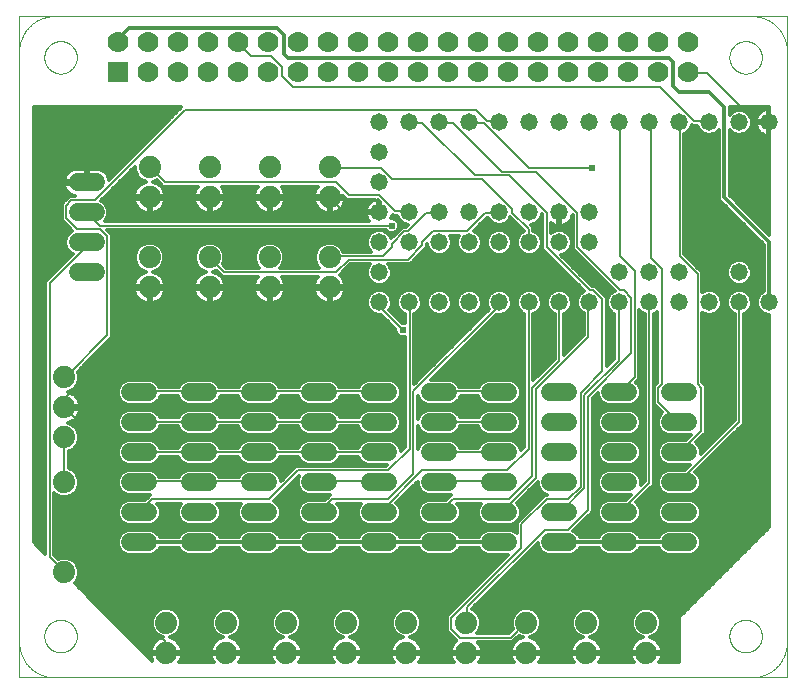
<source format=gtl>
G75*
%MOIN*%
%OFA0B0*%
%FSLAX25Y25*%
%IPPOS*%
%LPD*%
%AMOC8*
5,1,8,0,0,1.08239X$1,22.5*
%
%ADD10C,0.00000*%
%ADD11C,0.07400*%
%ADD12C,0.05800*%
%ADD13R,0.07000X0.07000*%
%ADD14C,0.07000*%
%ADD15C,0.06000*%
%ADD16C,0.00600*%
%ADD17C,0.01200*%
%ADD18C,0.02400*%
D10*
X0004996Y0005011D02*
X0005008Y0225385D01*
X0260916Y0225461D01*
X0260960Y0004994D01*
X0004996Y0005011D01*
X0005000Y0016811D02*
X0005000Y0213661D01*
X0005003Y0213946D01*
X0005014Y0214232D01*
X0005031Y0214517D01*
X0005055Y0214801D01*
X0005086Y0215085D01*
X0005124Y0215368D01*
X0005169Y0215649D01*
X0005220Y0215930D01*
X0005278Y0216210D01*
X0005343Y0216488D01*
X0005415Y0216764D01*
X0005493Y0217038D01*
X0005578Y0217311D01*
X0005670Y0217581D01*
X0005768Y0217849D01*
X0005872Y0218115D01*
X0005983Y0218378D01*
X0006100Y0218638D01*
X0006223Y0218896D01*
X0006353Y0219150D01*
X0006489Y0219401D01*
X0006630Y0219649D01*
X0006778Y0219893D01*
X0006931Y0220134D01*
X0007091Y0220370D01*
X0007256Y0220603D01*
X0007426Y0220832D01*
X0007602Y0221057D01*
X0007784Y0221277D01*
X0007970Y0221493D01*
X0008162Y0221704D01*
X0008359Y0221911D01*
X0008561Y0222113D01*
X0008768Y0222310D01*
X0008979Y0222502D01*
X0009195Y0222688D01*
X0009415Y0222870D01*
X0009640Y0223046D01*
X0009869Y0223216D01*
X0010102Y0223381D01*
X0010338Y0223541D01*
X0010579Y0223694D01*
X0010823Y0223842D01*
X0011071Y0223983D01*
X0011322Y0224119D01*
X0011576Y0224249D01*
X0011834Y0224372D01*
X0012094Y0224489D01*
X0012357Y0224600D01*
X0012623Y0224704D01*
X0012891Y0224802D01*
X0013161Y0224894D01*
X0013434Y0224979D01*
X0013708Y0225057D01*
X0013984Y0225129D01*
X0014262Y0225194D01*
X0014542Y0225252D01*
X0014823Y0225303D01*
X0015104Y0225348D01*
X0015387Y0225386D01*
X0015671Y0225417D01*
X0015955Y0225441D01*
X0016240Y0225458D01*
X0016526Y0225469D01*
X0016811Y0225472D01*
X0249094Y0225472D01*
X0249379Y0225469D01*
X0249665Y0225458D01*
X0249950Y0225441D01*
X0250234Y0225417D01*
X0250518Y0225386D01*
X0250801Y0225348D01*
X0251082Y0225303D01*
X0251363Y0225252D01*
X0251643Y0225194D01*
X0251921Y0225129D01*
X0252197Y0225057D01*
X0252471Y0224979D01*
X0252744Y0224894D01*
X0253014Y0224802D01*
X0253282Y0224704D01*
X0253548Y0224600D01*
X0253811Y0224489D01*
X0254071Y0224372D01*
X0254329Y0224249D01*
X0254583Y0224119D01*
X0254834Y0223983D01*
X0255082Y0223842D01*
X0255326Y0223694D01*
X0255567Y0223541D01*
X0255803Y0223381D01*
X0256036Y0223216D01*
X0256265Y0223046D01*
X0256490Y0222870D01*
X0256710Y0222688D01*
X0256926Y0222502D01*
X0257137Y0222310D01*
X0257344Y0222113D01*
X0257546Y0221911D01*
X0257743Y0221704D01*
X0257935Y0221493D01*
X0258121Y0221277D01*
X0258303Y0221057D01*
X0258479Y0220832D01*
X0258649Y0220603D01*
X0258814Y0220370D01*
X0258974Y0220134D01*
X0259127Y0219893D01*
X0259275Y0219649D01*
X0259416Y0219401D01*
X0259552Y0219150D01*
X0259682Y0218896D01*
X0259805Y0218638D01*
X0259922Y0218378D01*
X0260033Y0218115D01*
X0260137Y0217849D01*
X0260235Y0217581D01*
X0260327Y0217311D01*
X0260412Y0217038D01*
X0260490Y0216764D01*
X0260562Y0216488D01*
X0260627Y0216210D01*
X0260685Y0215930D01*
X0260736Y0215649D01*
X0260781Y0215368D01*
X0260819Y0215085D01*
X0260850Y0214801D01*
X0260874Y0214517D01*
X0260891Y0214232D01*
X0260902Y0213946D01*
X0260905Y0213661D01*
X0260906Y0213661D02*
X0260906Y0016811D01*
X0260905Y0016811D02*
X0260902Y0016526D01*
X0260891Y0016240D01*
X0260874Y0015955D01*
X0260850Y0015671D01*
X0260819Y0015387D01*
X0260781Y0015104D01*
X0260736Y0014823D01*
X0260685Y0014542D01*
X0260627Y0014262D01*
X0260562Y0013984D01*
X0260490Y0013708D01*
X0260412Y0013434D01*
X0260327Y0013161D01*
X0260235Y0012891D01*
X0260137Y0012623D01*
X0260033Y0012357D01*
X0259922Y0012094D01*
X0259805Y0011834D01*
X0259682Y0011576D01*
X0259552Y0011322D01*
X0259416Y0011071D01*
X0259275Y0010823D01*
X0259127Y0010579D01*
X0258974Y0010338D01*
X0258814Y0010102D01*
X0258649Y0009869D01*
X0258479Y0009640D01*
X0258303Y0009415D01*
X0258121Y0009195D01*
X0257935Y0008979D01*
X0257743Y0008768D01*
X0257546Y0008561D01*
X0257344Y0008359D01*
X0257137Y0008162D01*
X0256926Y0007970D01*
X0256710Y0007784D01*
X0256490Y0007602D01*
X0256265Y0007426D01*
X0256036Y0007256D01*
X0255803Y0007091D01*
X0255567Y0006931D01*
X0255326Y0006778D01*
X0255082Y0006630D01*
X0254834Y0006489D01*
X0254583Y0006353D01*
X0254329Y0006223D01*
X0254071Y0006100D01*
X0253811Y0005983D01*
X0253548Y0005872D01*
X0253282Y0005768D01*
X0253014Y0005670D01*
X0252744Y0005578D01*
X0252471Y0005493D01*
X0252197Y0005415D01*
X0251921Y0005343D01*
X0251643Y0005278D01*
X0251363Y0005220D01*
X0251082Y0005169D01*
X0250801Y0005124D01*
X0250518Y0005086D01*
X0250234Y0005055D01*
X0249950Y0005031D01*
X0249665Y0005014D01*
X0249379Y0005003D01*
X0249094Y0005000D01*
X0016811Y0005000D01*
X0016526Y0005003D01*
X0016240Y0005014D01*
X0015955Y0005031D01*
X0015671Y0005055D01*
X0015387Y0005086D01*
X0015104Y0005124D01*
X0014823Y0005169D01*
X0014542Y0005220D01*
X0014262Y0005278D01*
X0013984Y0005343D01*
X0013708Y0005415D01*
X0013434Y0005493D01*
X0013161Y0005578D01*
X0012891Y0005670D01*
X0012623Y0005768D01*
X0012357Y0005872D01*
X0012094Y0005983D01*
X0011834Y0006100D01*
X0011576Y0006223D01*
X0011322Y0006353D01*
X0011071Y0006489D01*
X0010823Y0006630D01*
X0010579Y0006778D01*
X0010338Y0006931D01*
X0010102Y0007091D01*
X0009869Y0007256D01*
X0009640Y0007426D01*
X0009415Y0007602D01*
X0009195Y0007784D01*
X0008979Y0007970D01*
X0008768Y0008162D01*
X0008561Y0008359D01*
X0008359Y0008561D01*
X0008162Y0008768D01*
X0007970Y0008979D01*
X0007784Y0009195D01*
X0007602Y0009415D01*
X0007426Y0009640D01*
X0007256Y0009869D01*
X0007091Y0010102D01*
X0006931Y0010338D01*
X0006778Y0010579D01*
X0006630Y0010823D01*
X0006489Y0011071D01*
X0006353Y0011322D01*
X0006223Y0011576D01*
X0006100Y0011834D01*
X0005983Y0012094D01*
X0005872Y0012357D01*
X0005768Y0012623D01*
X0005670Y0012891D01*
X0005578Y0013161D01*
X0005493Y0013434D01*
X0005415Y0013708D01*
X0005343Y0013984D01*
X0005278Y0014262D01*
X0005220Y0014542D01*
X0005169Y0014823D01*
X0005124Y0015104D01*
X0005086Y0015387D01*
X0005055Y0015671D01*
X0005031Y0015955D01*
X0005014Y0016240D01*
X0005003Y0016526D01*
X0005000Y0016811D01*
X0013367Y0018780D02*
X0013369Y0018927D01*
X0013375Y0019073D01*
X0013385Y0019219D01*
X0013399Y0019365D01*
X0013417Y0019511D01*
X0013438Y0019656D01*
X0013464Y0019800D01*
X0013494Y0019944D01*
X0013527Y0020086D01*
X0013564Y0020228D01*
X0013605Y0020369D01*
X0013650Y0020508D01*
X0013699Y0020647D01*
X0013751Y0020784D01*
X0013808Y0020919D01*
X0013867Y0021053D01*
X0013931Y0021185D01*
X0013998Y0021315D01*
X0014068Y0021444D01*
X0014142Y0021571D01*
X0014219Y0021695D01*
X0014300Y0021818D01*
X0014384Y0021938D01*
X0014471Y0022056D01*
X0014561Y0022171D01*
X0014654Y0022284D01*
X0014751Y0022395D01*
X0014850Y0022503D01*
X0014952Y0022608D01*
X0015057Y0022710D01*
X0015165Y0022809D01*
X0015276Y0022906D01*
X0015389Y0022999D01*
X0015504Y0023089D01*
X0015622Y0023176D01*
X0015742Y0023260D01*
X0015865Y0023341D01*
X0015989Y0023418D01*
X0016116Y0023492D01*
X0016245Y0023562D01*
X0016375Y0023629D01*
X0016507Y0023693D01*
X0016641Y0023752D01*
X0016776Y0023809D01*
X0016913Y0023861D01*
X0017052Y0023910D01*
X0017191Y0023955D01*
X0017332Y0023996D01*
X0017474Y0024033D01*
X0017616Y0024066D01*
X0017760Y0024096D01*
X0017904Y0024122D01*
X0018049Y0024143D01*
X0018195Y0024161D01*
X0018341Y0024175D01*
X0018487Y0024185D01*
X0018633Y0024191D01*
X0018780Y0024193D01*
X0018927Y0024191D01*
X0019073Y0024185D01*
X0019219Y0024175D01*
X0019365Y0024161D01*
X0019511Y0024143D01*
X0019656Y0024122D01*
X0019800Y0024096D01*
X0019944Y0024066D01*
X0020086Y0024033D01*
X0020228Y0023996D01*
X0020369Y0023955D01*
X0020508Y0023910D01*
X0020647Y0023861D01*
X0020784Y0023809D01*
X0020919Y0023752D01*
X0021053Y0023693D01*
X0021185Y0023629D01*
X0021315Y0023562D01*
X0021444Y0023492D01*
X0021571Y0023418D01*
X0021695Y0023341D01*
X0021818Y0023260D01*
X0021938Y0023176D01*
X0022056Y0023089D01*
X0022171Y0022999D01*
X0022284Y0022906D01*
X0022395Y0022809D01*
X0022503Y0022710D01*
X0022608Y0022608D01*
X0022710Y0022503D01*
X0022809Y0022395D01*
X0022906Y0022284D01*
X0022999Y0022171D01*
X0023089Y0022056D01*
X0023176Y0021938D01*
X0023260Y0021818D01*
X0023341Y0021695D01*
X0023418Y0021571D01*
X0023492Y0021444D01*
X0023562Y0021315D01*
X0023629Y0021185D01*
X0023693Y0021053D01*
X0023752Y0020919D01*
X0023809Y0020784D01*
X0023861Y0020647D01*
X0023910Y0020508D01*
X0023955Y0020369D01*
X0023996Y0020228D01*
X0024033Y0020086D01*
X0024066Y0019944D01*
X0024096Y0019800D01*
X0024122Y0019656D01*
X0024143Y0019511D01*
X0024161Y0019365D01*
X0024175Y0019219D01*
X0024185Y0019073D01*
X0024191Y0018927D01*
X0024193Y0018780D01*
X0024191Y0018633D01*
X0024185Y0018487D01*
X0024175Y0018341D01*
X0024161Y0018195D01*
X0024143Y0018049D01*
X0024122Y0017904D01*
X0024096Y0017760D01*
X0024066Y0017616D01*
X0024033Y0017474D01*
X0023996Y0017332D01*
X0023955Y0017191D01*
X0023910Y0017052D01*
X0023861Y0016913D01*
X0023809Y0016776D01*
X0023752Y0016641D01*
X0023693Y0016507D01*
X0023629Y0016375D01*
X0023562Y0016245D01*
X0023492Y0016116D01*
X0023418Y0015989D01*
X0023341Y0015865D01*
X0023260Y0015742D01*
X0023176Y0015622D01*
X0023089Y0015504D01*
X0022999Y0015389D01*
X0022906Y0015276D01*
X0022809Y0015165D01*
X0022710Y0015057D01*
X0022608Y0014952D01*
X0022503Y0014850D01*
X0022395Y0014751D01*
X0022284Y0014654D01*
X0022171Y0014561D01*
X0022056Y0014471D01*
X0021938Y0014384D01*
X0021818Y0014300D01*
X0021695Y0014219D01*
X0021571Y0014142D01*
X0021444Y0014068D01*
X0021315Y0013998D01*
X0021185Y0013931D01*
X0021053Y0013867D01*
X0020919Y0013808D01*
X0020784Y0013751D01*
X0020647Y0013699D01*
X0020508Y0013650D01*
X0020369Y0013605D01*
X0020228Y0013564D01*
X0020086Y0013527D01*
X0019944Y0013494D01*
X0019800Y0013464D01*
X0019656Y0013438D01*
X0019511Y0013417D01*
X0019365Y0013399D01*
X0019219Y0013385D01*
X0019073Y0013375D01*
X0018927Y0013369D01*
X0018780Y0013367D01*
X0018633Y0013369D01*
X0018487Y0013375D01*
X0018341Y0013385D01*
X0018195Y0013399D01*
X0018049Y0013417D01*
X0017904Y0013438D01*
X0017760Y0013464D01*
X0017616Y0013494D01*
X0017474Y0013527D01*
X0017332Y0013564D01*
X0017191Y0013605D01*
X0017052Y0013650D01*
X0016913Y0013699D01*
X0016776Y0013751D01*
X0016641Y0013808D01*
X0016507Y0013867D01*
X0016375Y0013931D01*
X0016245Y0013998D01*
X0016116Y0014068D01*
X0015989Y0014142D01*
X0015865Y0014219D01*
X0015742Y0014300D01*
X0015622Y0014384D01*
X0015504Y0014471D01*
X0015389Y0014561D01*
X0015276Y0014654D01*
X0015165Y0014751D01*
X0015057Y0014850D01*
X0014952Y0014952D01*
X0014850Y0015057D01*
X0014751Y0015165D01*
X0014654Y0015276D01*
X0014561Y0015389D01*
X0014471Y0015504D01*
X0014384Y0015622D01*
X0014300Y0015742D01*
X0014219Y0015865D01*
X0014142Y0015989D01*
X0014068Y0016116D01*
X0013998Y0016245D01*
X0013931Y0016375D01*
X0013867Y0016507D01*
X0013808Y0016641D01*
X0013751Y0016776D01*
X0013699Y0016913D01*
X0013650Y0017052D01*
X0013605Y0017191D01*
X0013564Y0017332D01*
X0013527Y0017474D01*
X0013494Y0017616D01*
X0013464Y0017760D01*
X0013438Y0017904D01*
X0013417Y0018049D01*
X0013399Y0018195D01*
X0013385Y0018341D01*
X0013375Y0018487D01*
X0013369Y0018633D01*
X0013367Y0018780D01*
X0013367Y0211693D02*
X0013369Y0211840D01*
X0013375Y0211986D01*
X0013385Y0212132D01*
X0013399Y0212278D01*
X0013417Y0212424D01*
X0013438Y0212569D01*
X0013464Y0212713D01*
X0013494Y0212857D01*
X0013527Y0212999D01*
X0013564Y0213141D01*
X0013605Y0213282D01*
X0013650Y0213421D01*
X0013699Y0213560D01*
X0013751Y0213697D01*
X0013808Y0213832D01*
X0013867Y0213966D01*
X0013931Y0214098D01*
X0013998Y0214228D01*
X0014068Y0214357D01*
X0014142Y0214484D01*
X0014219Y0214608D01*
X0014300Y0214731D01*
X0014384Y0214851D01*
X0014471Y0214969D01*
X0014561Y0215084D01*
X0014654Y0215197D01*
X0014751Y0215308D01*
X0014850Y0215416D01*
X0014952Y0215521D01*
X0015057Y0215623D01*
X0015165Y0215722D01*
X0015276Y0215819D01*
X0015389Y0215912D01*
X0015504Y0216002D01*
X0015622Y0216089D01*
X0015742Y0216173D01*
X0015865Y0216254D01*
X0015989Y0216331D01*
X0016116Y0216405D01*
X0016245Y0216475D01*
X0016375Y0216542D01*
X0016507Y0216606D01*
X0016641Y0216665D01*
X0016776Y0216722D01*
X0016913Y0216774D01*
X0017052Y0216823D01*
X0017191Y0216868D01*
X0017332Y0216909D01*
X0017474Y0216946D01*
X0017616Y0216979D01*
X0017760Y0217009D01*
X0017904Y0217035D01*
X0018049Y0217056D01*
X0018195Y0217074D01*
X0018341Y0217088D01*
X0018487Y0217098D01*
X0018633Y0217104D01*
X0018780Y0217106D01*
X0018927Y0217104D01*
X0019073Y0217098D01*
X0019219Y0217088D01*
X0019365Y0217074D01*
X0019511Y0217056D01*
X0019656Y0217035D01*
X0019800Y0217009D01*
X0019944Y0216979D01*
X0020086Y0216946D01*
X0020228Y0216909D01*
X0020369Y0216868D01*
X0020508Y0216823D01*
X0020647Y0216774D01*
X0020784Y0216722D01*
X0020919Y0216665D01*
X0021053Y0216606D01*
X0021185Y0216542D01*
X0021315Y0216475D01*
X0021444Y0216405D01*
X0021571Y0216331D01*
X0021695Y0216254D01*
X0021818Y0216173D01*
X0021938Y0216089D01*
X0022056Y0216002D01*
X0022171Y0215912D01*
X0022284Y0215819D01*
X0022395Y0215722D01*
X0022503Y0215623D01*
X0022608Y0215521D01*
X0022710Y0215416D01*
X0022809Y0215308D01*
X0022906Y0215197D01*
X0022999Y0215084D01*
X0023089Y0214969D01*
X0023176Y0214851D01*
X0023260Y0214731D01*
X0023341Y0214608D01*
X0023418Y0214484D01*
X0023492Y0214357D01*
X0023562Y0214228D01*
X0023629Y0214098D01*
X0023693Y0213966D01*
X0023752Y0213832D01*
X0023809Y0213697D01*
X0023861Y0213560D01*
X0023910Y0213421D01*
X0023955Y0213282D01*
X0023996Y0213141D01*
X0024033Y0212999D01*
X0024066Y0212857D01*
X0024096Y0212713D01*
X0024122Y0212569D01*
X0024143Y0212424D01*
X0024161Y0212278D01*
X0024175Y0212132D01*
X0024185Y0211986D01*
X0024191Y0211840D01*
X0024193Y0211693D01*
X0024191Y0211546D01*
X0024185Y0211400D01*
X0024175Y0211254D01*
X0024161Y0211108D01*
X0024143Y0210962D01*
X0024122Y0210817D01*
X0024096Y0210673D01*
X0024066Y0210529D01*
X0024033Y0210387D01*
X0023996Y0210245D01*
X0023955Y0210104D01*
X0023910Y0209965D01*
X0023861Y0209826D01*
X0023809Y0209689D01*
X0023752Y0209554D01*
X0023693Y0209420D01*
X0023629Y0209288D01*
X0023562Y0209158D01*
X0023492Y0209029D01*
X0023418Y0208902D01*
X0023341Y0208778D01*
X0023260Y0208655D01*
X0023176Y0208535D01*
X0023089Y0208417D01*
X0022999Y0208302D01*
X0022906Y0208189D01*
X0022809Y0208078D01*
X0022710Y0207970D01*
X0022608Y0207865D01*
X0022503Y0207763D01*
X0022395Y0207664D01*
X0022284Y0207567D01*
X0022171Y0207474D01*
X0022056Y0207384D01*
X0021938Y0207297D01*
X0021818Y0207213D01*
X0021695Y0207132D01*
X0021571Y0207055D01*
X0021444Y0206981D01*
X0021315Y0206911D01*
X0021185Y0206844D01*
X0021053Y0206780D01*
X0020919Y0206721D01*
X0020784Y0206664D01*
X0020647Y0206612D01*
X0020508Y0206563D01*
X0020369Y0206518D01*
X0020228Y0206477D01*
X0020086Y0206440D01*
X0019944Y0206407D01*
X0019800Y0206377D01*
X0019656Y0206351D01*
X0019511Y0206330D01*
X0019365Y0206312D01*
X0019219Y0206298D01*
X0019073Y0206288D01*
X0018927Y0206282D01*
X0018780Y0206280D01*
X0018633Y0206282D01*
X0018487Y0206288D01*
X0018341Y0206298D01*
X0018195Y0206312D01*
X0018049Y0206330D01*
X0017904Y0206351D01*
X0017760Y0206377D01*
X0017616Y0206407D01*
X0017474Y0206440D01*
X0017332Y0206477D01*
X0017191Y0206518D01*
X0017052Y0206563D01*
X0016913Y0206612D01*
X0016776Y0206664D01*
X0016641Y0206721D01*
X0016507Y0206780D01*
X0016375Y0206844D01*
X0016245Y0206911D01*
X0016116Y0206981D01*
X0015989Y0207055D01*
X0015865Y0207132D01*
X0015742Y0207213D01*
X0015622Y0207297D01*
X0015504Y0207384D01*
X0015389Y0207474D01*
X0015276Y0207567D01*
X0015165Y0207664D01*
X0015057Y0207763D01*
X0014952Y0207865D01*
X0014850Y0207970D01*
X0014751Y0208078D01*
X0014654Y0208189D01*
X0014561Y0208302D01*
X0014471Y0208417D01*
X0014384Y0208535D01*
X0014300Y0208655D01*
X0014219Y0208778D01*
X0014142Y0208902D01*
X0014068Y0209029D01*
X0013998Y0209158D01*
X0013931Y0209288D01*
X0013867Y0209420D01*
X0013808Y0209554D01*
X0013751Y0209689D01*
X0013699Y0209826D01*
X0013650Y0209965D01*
X0013605Y0210104D01*
X0013564Y0210245D01*
X0013527Y0210387D01*
X0013494Y0210529D01*
X0013464Y0210673D01*
X0013438Y0210817D01*
X0013417Y0210962D01*
X0013399Y0211108D01*
X0013385Y0211254D01*
X0013375Y0211400D01*
X0013369Y0211546D01*
X0013367Y0211693D01*
X0241713Y0211693D02*
X0241715Y0211840D01*
X0241721Y0211986D01*
X0241731Y0212132D01*
X0241745Y0212278D01*
X0241763Y0212424D01*
X0241784Y0212569D01*
X0241810Y0212713D01*
X0241840Y0212857D01*
X0241873Y0212999D01*
X0241910Y0213141D01*
X0241951Y0213282D01*
X0241996Y0213421D01*
X0242045Y0213560D01*
X0242097Y0213697D01*
X0242154Y0213832D01*
X0242213Y0213966D01*
X0242277Y0214098D01*
X0242344Y0214228D01*
X0242414Y0214357D01*
X0242488Y0214484D01*
X0242565Y0214608D01*
X0242646Y0214731D01*
X0242730Y0214851D01*
X0242817Y0214969D01*
X0242907Y0215084D01*
X0243000Y0215197D01*
X0243097Y0215308D01*
X0243196Y0215416D01*
X0243298Y0215521D01*
X0243403Y0215623D01*
X0243511Y0215722D01*
X0243622Y0215819D01*
X0243735Y0215912D01*
X0243850Y0216002D01*
X0243968Y0216089D01*
X0244088Y0216173D01*
X0244211Y0216254D01*
X0244335Y0216331D01*
X0244462Y0216405D01*
X0244591Y0216475D01*
X0244721Y0216542D01*
X0244853Y0216606D01*
X0244987Y0216665D01*
X0245122Y0216722D01*
X0245259Y0216774D01*
X0245398Y0216823D01*
X0245537Y0216868D01*
X0245678Y0216909D01*
X0245820Y0216946D01*
X0245962Y0216979D01*
X0246106Y0217009D01*
X0246250Y0217035D01*
X0246395Y0217056D01*
X0246541Y0217074D01*
X0246687Y0217088D01*
X0246833Y0217098D01*
X0246979Y0217104D01*
X0247126Y0217106D01*
X0247273Y0217104D01*
X0247419Y0217098D01*
X0247565Y0217088D01*
X0247711Y0217074D01*
X0247857Y0217056D01*
X0248002Y0217035D01*
X0248146Y0217009D01*
X0248290Y0216979D01*
X0248432Y0216946D01*
X0248574Y0216909D01*
X0248715Y0216868D01*
X0248854Y0216823D01*
X0248993Y0216774D01*
X0249130Y0216722D01*
X0249265Y0216665D01*
X0249399Y0216606D01*
X0249531Y0216542D01*
X0249661Y0216475D01*
X0249790Y0216405D01*
X0249917Y0216331D01*
X0250041Y0216254D01*
X0250164Y0216173D01*
X0250284Y0216089D01*
X0250402Y0216002D01*
X0250517Y0215912D01*
X0250630Y0215819D01*
X0250741Y0215722D01*
X0250849Y0215623D01*
X0250954Y0215521D01*
X0251056Y0215416D01*
X0251155Y0215308D01*
X0251252Y0215197D01*
X0251345Y0215084D01*
X0251435Y0214969D01*
X0251522Y0214851D01*
X0251606Y0214731D01*
X0251687Y0214608D01*
X0251764Y0214484D01*
X0251838Y0214357D01*
X0251908Y0214228D01*
X0251975Y0214098D01*
X0252039Y0213966D01*
X0252098Y0213832D01*
X0252155Y0213697D01*
X0252207Y0213560D01*
X0252256Y0213421D01*
X0252301Y0213282D01*
X0252342Y0213141D01*
X0252379Y0212999D01*
X0252412Y0212857D01*
X0252442Y0212713D01*
X0252468Y0212569D01*
X0252489Y0212424D01*
X0252507Y0212278D01*
X0252521Y0212132D01*
X0252531Y0211986D01*
X0252537Y0211840D01*
X0252539Y0211693D01*
X0252537Y0211546D01*
X0252531Y0211400D01*
X0252521Y0211254D01*
X0252507Y0211108D01*
X0252489Y0210962D01*
X0252468Y0210817D01*
X0252442Y0210673D01*
X0252412Y0210529D01*
X0252379Y0210387D01*
X0252342Y0210245D01*
X0252301Y0210104D01*
X0252256Y0209965D01*
X0252207Y0209826D01*
X0252155Y0209689D01*
X0252098Y0209554D01*
X0252039Y0209420D01*
X0251975Y0209288D01*
X0251908Y0209158D01*
X0251838Y0209029D01*
X0251764Y0208902D01*
X0251687Y0208778D01*
X0251606Y0208655D01*
X0251522Y0208535D01*
X0251435Y0208417D01*
X0251345Y0208302D01*
X0251252Y0208189D01*
X0251155Y0208078D01*
X0251056Y0207970D01*
X0250954Y0207865D01*
X0250849Y0207763D01*
X0250741Y0207664D01*
X0250630Y0207567D01*
X0250517Y0207474D01*
X0250402Y0207384D01*
X0250284Y0207297D01*
X0250164Y0207213D01*
X0250041Y0207132D01*
X0249917Y0207055D01*
X0249790Y0206981D01*
X0249661Y0206911D01*
X0249531Y0206844D01*
X0249399Y0206780D01*
X0249265Y0206721D01*
X0249130Y0206664D01*
X0248993Y0206612D01*
X0248854Y0206563D01*
X0248715Y0206518D01*
X0248574Y0206477D01*
X0248432Y0206440D01*
X0248290Y0206407D01*
X0248146Y0206377D01*
X0248002Y0206351D01*
X0247857Y0206330D01*
X0247711Y0206312D01*
X0247565Y0206298D01*
X0247419Y0206288D01*
X0247273Y0206282D01*
X0247126Y0206280D01*
X0246979Y0206282D01*
X0246833Y0206288D01*
X0246687Y0206298D01*
X0246541Y0206312D01*
X0246395Y0206330D01*
X0246250Y0206351D01*
X0246106Y0206377D01*
X0245962Y0206407D01*
X0245820Y0206440D01*
X0245678Y0206477D01*
X0245537Y0206518D01*
X0245398Y0206563D01*
X0245259Y0206612D01*
X0245122Y0206664D01*
X0244987Y0206721D01*
X0244853Y0206780D01*
X0244721Y0206844D01*
X0244591Y0206911D01*
X0244462Y0206981D01*
X0244335Y0207055D01*
X0244211Y0207132D01*
X0244088Y0207213D01*
X0243968Y0207297D01*
X0243850Y0207384D01*
X0243735Y0207474D01*
X0243622Y0207567D01*
X0243511Y0207664D01*
X0243403Y0207763D01*
X0243298Y0207865D01*
X0243196Y0207970D01*
X0243097Y0208078D01*
X0243000Y0208189D01*
X0242907Y0208302D01*
X0242817Y0208417D01*
X0242730Y0208535D01*
X0242646Y0208655D01*
X0242565Y0208778D01*
X0242488Y0208902D01*
X0242414Y0209029D01*
X0242344Y0209158D01*
X0242277Y0209288D01*
X0242213Y0209420D01*
X0242154Y0209554D01*
X0242097Y0209689D01*
X0242045Y0209826D01*
X0241996Y0209965D01*
X0241951Y0210104D01*
X0241910Y0210245D01*
X0241873Y0210387D01*
X0241840Y0210529D01*
X0241810Y0210673D01*
X0241784Y0210817D01*
X0241763Y0210962D01*
X0241745Y0211108D01*
X0241731Y0211254D01*
X0241721Y0211400D01*
X0241715Y0211546D01*
X0241713Y0211693D01*
X0241713Y0018780D02*
X0241715Y0018927D01*
X0241721Y0019073D01*
X0241731Y0019219D01*
X0241745Y0019365D01*
X0241763Y0019511D01*
X0241784Y0019656D01*
X0241810Y0019800D01*
X0241840Y0019944D01*
X0241873Y0020086D01*
X0241910Y0020228D01*
X0241951Y0020369D01*
X0241996Y0020508D01*
X0242045Y0020647D01*
X0242097Y0020784D01*
X0242154Y0020919D01*
X0242213Y0021053D01*
X0242277Y0021185D01*
X0242344Y0021315D01*
X0242414Y0021444D01*
X0242488Y0021571D01*
X0242565Y0021695D01*
X0242646Y0021818D01*
X0242730Y0021938D01*
X0242817Y0022056D01*
X0242907Y0022171D01*
X0243000Y0022284D01*
X0243097Y0022395D01*
X0243196Y0022503D01*
X0243298Y0022608D01*
X0243403Y0022710D01*
X0243511Y0022809D01*
X0243622Y0022906D01*
X0243735Y0022999D01*
X0243850Y0023089D01*
X0243968Y0023176D01*
X0244088Y0023260D01*
X0244211Y0023341D01*
X0244335Y0023418D01*
X0244462Y0023492D01*
X0244591Y0023562D01*
X0244721Y0023629D01*
X0244853Y0023693D01*
X0244987Y0023752D01*
X0245122Y0023809D01*
X0245259Y0023861D01*
X0245398Y0023910D01*
X0245537Y0023955D01*
X0245678Y0023996D01*
X0245820Y0024033D01*
X0245962Y0024066D01*
X0246106Y0024096D01*
X0246250Y0024122D01*
X0246395Y0024143D01*
X0246541Y0024161D01*
X0246687Y0024175D01*
X0246833Y0024185D01*
X0246979Y0024191D01*
X0247126Y0024193D01*
X0247273Y0024191D01*
X0247419Y0024185D01*
X0247565Y0024175D01*
X0247711Y0024161D01*
X0247857Y0024143D01*
X0248002Y0024122D01*
X0248146Y0024096D01*
X0248290Y0024066D01*
X0248432Y0024033D01*
X0248574Y0023996D01*
X0248715Y0023955D01*
X0248854Y0023910D01*
X0248993Y0023861D01*
X0249130Y0023809D01*
X0249265Y0023752D01*
X0249399Y0023693D01*
X0249531Y0023629D01*
X0249661Y0023562D01*
X0249790Y0023492D01*
X0249917Y0023418D01*
X0250041Y0023341D01*
X0250164Y0023260D01*
X0250284Y0023176D01*
X0250402Y0023089D01*
X0250517Y0022999D01*
X0250630Y0022906D01*
X0250741Y0022809D01*
X0250849Y0022710D01*
X0250954Y0022608D01*
X0251056Y0022503D01*
X0251155Y0022395D01*
X0251252Y0022284D01*
X0251345Y0022171D01*
X0251435Y0022056D01*
X0251522Y0021938D01*
X0251606Y0021818D01*
X0251687Y0021695D01*
X0251764Y0021571D01*
X0251838Y0021444D01*
X0251908Y0021315D01*
X0251975Y0021185D01*
X0252039Y0021053D01*
X0252098Y0020919D01*
X0252155Y0020784D01*
X0252207Y0020647D01*
X0252256Y0020508D01*
X0252301Y0020369D01*
X0252342Y0020228D01*
X0252379Y0020086D01*
X0252412Y0019944D01*
X0252442Y0019800D01*
X0252468Y0019656D01*
X0252489Y0019511D01*
X0252507Y0019365D01*
X0252521Y0019219D01*
X0252531Y0019073D01*
X0252537Y0018927D01*
X0252539Y0018780D01*
X0252537Y0018633D01*
X0252531Y0018487D01*
X0252521Y0018341D01*
X0252507Y0018195D01*
X0252489Y0018049D01*
X0252468Y0017904D01*
X0252442Y0017760D01*
X0252412Y0017616D01*
X0252379Y0017474D01*
X0252342Y0017332D01*
X0252301Y0017191D01*
X0252256Y0017052D01*
X0252207Y0016913D01*
X0252155Y0016776D01*
X0252098Y0016641D01*
X0252039Y0016507D01*
X0251975Y0016375D01*
X0251908Y0016245D01*
X0251838Y0016116D01*
X0251764Y0015989D01*
X0251687Y0015865D01*
X0251606Y0015742D01*
X0251522Y0015622D01*
X0251435Y0015504D01*
X0251345Y0015389D01*
X0251252Y0015276D01*
X0251155Y0015165D01*
X0251056Y0015057D01*
X0250954Y0014952D01*
X0250849Y0014850D01*
X0250741Y0014751D01*
X0250630Y0014654D01*
X0250517Y0014561D01*
X0250402Y0014471D01*
X0250284Y0014384D01*
X0250164Y0014300D01*
X0250041Y0014219D01*
X0249917Y0014142D01*
X0249790Y0014068D01*
X0249661Y0013998D01*
X0249531Y0013931D01*
X0249399Y0013867D01*
X0249265Y0013808D01*
X0249130Y0013751D01*
X0248993Y0013699D01*
X0248854Y0013650D01*
X0248715Y0013605D01*
X0248574Y0013564D01*
X0248432Y0013527D01*
X0248290Y0013494D01*
X0248146Y0013464D01*
X0248002Y0013438D01*
X0247857Y0013417D01*
X0247711Y0013399D01*
X0247565Y0013385D01*
X0247419Y0013375D01*
X0247273Y0013369D01*
X0247126Y0013367D01*
X0246979Y0013369D01*
X0246833Y0013375D01*
X0246687Y0013385D01*
X0246541Y0013399D01*
X0246395Y0013417D01*
X0246250Y0013438D01*
X0246106Y0013464D01*
X0245962Y0013494D01*
X0245820Y0013527D01*
X0245678Y0013564D01*
X0245537Y0013605D01*
X0245398Y0013650D01*
X0245259Y0013699D01*
X0245122Y0013751D01*
X0244987Y0013808D01*
X0244853Y0013867D01*
X0244721Y0013931D01*
X0244591Y0013998D01*
X0244462Y0014068D01*
X0244335Y0014142D01*
X0244211Y0014219D01*
X0244088Y0014300D01*
X0243968Y0014384D01*
X0243850Y0014471D01*
X0243735Y0014561D01*
X0243622Y0014654D01*
X0243511Y0014751D01*
X0243403Y0014850D01*
X0243298Y0014952D01*
X0243196Y0015057D01*
X0243097Y0015165D01*
X0243000Y0015276D01*
X0242907Y0015389D01*
X0242817Y0015504D01*
X0242730Y0015622D01*
X0242646Y0015742D01*
X0242565Y0015865D01*
X0242488Y0015989D01*
X0242414Y0016116D01*
X0242344Y0016245D01*
X0242277Y0016375D01*
X0242213Y0016507D01*
X0242154Y0016641D01*
X0242097Y0016776D01*
X0242045Y0016913D01*
X0241996Y0017052D01*
X0241951Y0017191D01*
X0241910Y0017332D01*
X0241873Y0017474D01*
X0241840Y0017616D01*
X0241810Y0017760D01*
X0241784Y0017904D01*
X0241763Y0018049D01*
X0241745Y0018195D01*
X0241731Y0018341D01*
X0241721Y0018487D01*
X0241715Y0018633D01*
X0241713Y0018780D01*
D11*
X0214029Y0023193D03*
X0214029Y0013193D03*
X0194029Y0013193D03*
X0194029Y0023193D03*
X0174029Y0023193D03*
X0174029Y0013193D03*
X0154029Y0013193D03*
X0154029Y0023193D03*
X0134029Y0023193D03*
X0134029Y0013193D03*
X0114029Y0013193D03*
X0114029Y0023193D03*
X0094029Y0023193D03*
X0094029Y0013193D03*
X0074029Y0013193D03*
X0074029Y0023193D03*
X0054029Y0023193D03*
X0054029Y0013193D03*
X0020000Y0040000D03*
X0020000Y0070000D03*
X0020000Y0085000D03*
X0020000Y0095000D03*
X0020000Y0105000D03*
X0048496Y0135011D03*
X0048496Y0145011D03*
X0068496Y0145011D03*
X0068496Y0135011D03*
X0088496Y0135011D03*
X0088496Y0145011D03*
X0108496Y0145011D03*
X0108496Y0135011D03*
X0108496Y0165011D03*
X0108496Y0175011D03*
X0088496Y0175011D03*
X0088496Y0165011D03*
X0068496Y0165011D03*
X0068496Y0175011D03*
X0048496Y0175011D03*
X0048496Y0165011D03*
D12*
X0125000Y0170000D03*
X0125000Y0180000D03*
X0125000Y0190000D03*
X0135000Y0190000D03*
X0145000Y0190000D03*
X0155000Y0190000D03*
X0165000Y0190000D03*
X0175000Y0190000D03*
X0185000Y0190000D03*
X0195000Y0190000D03*
X0205000Y0190000D03*
X0215000Y0190000D03*
X0225000Y0190000D03*
X0235000Y0190000D03*
X0245000Y0190000D03*
X0255000Y0190000D03*
X0245000Y0140000D03*
X0245000Y0130000D03*
X0235000Y0130000D03*
X0225000Y0130000D03*
X0215000Y0130000D03*
X0215000Y0140000D03*
X0225000Y0140000D03*
X0205000Y0140000D03*
X0205000Y0130000D03*
X0195000Y0130000D03*
X0185000Y0130000D03*
X0175000Y0130000D03*
X0165000Y0130000D03*
X0155000Y0130000D03*
X0145000Y0130000D03*
X0135000Y0130000D03*
X0125000Y0130000D03*
X0125000Y0140000D03*
X0125000Y0150000D03*
X0125000Y0160000D03*
X0135000Y0160000D03*
X0135000Y0150000D03*
X0145000Y0150000D03*
X0145000Y0160000D03*
X0155000Y0160000D03*
X0165000Y0160000D03*
X0165000Y0150000D03*
X0155000Y0150000D03*
X0175000Y0150000D03*
X0175000Y0160000D03*
X0185000Y0160000D03*
X0185000Y0150000D03*
X0195000Y0150000D03*
X0195000Y0160000D03*
X0255000Y0130000D03*
D13*
X0037953Y0206693D03*
D14*
X0047953Y0206693D03*
X0057953Y0206693D03*
X0067953Y0206693D03*
X0077953Y0206693D03*
X0087953Y0206693D03*
X0097953Y0206693D03*
X0107953Y0206693D03*
X0117953Y0206693D03*
X0127953Y0206693D03*
X0137953Y0206693D03*
X0147953Y0206693D03*
X0157953Y0206693D03*
X0167953Y0206693D03*
X0177953Y0206693D03*
X0187953Y0206693D03*
X0197953Y0206693D03*
X0207953Y0206693D03*
X0217953Y0206693D03*
X0227953Y0206693D03*
X0227953Y0216693D03*
X0217953Y0216693D03*
X0207953Y0216693D03*
X0197953Y0216693D03*
X0187953Y0216693D03*
X0177953Y0216693D03*
X0167953Y0216693D03*
X0157953Y0216693D03*
X0147953Y0216693D03*
X0137953Y0216693D03*
X0127953Y0216693D03*
X0117953Y0216693D03*
X0107953Y0216693D03*
X0097953Y0216693D03*
X0087953Y0216693D03*
X0077953Y0216693D03*
X0067953Y0216693D03*
X0057953Y0216693D03*
X0047953Y0216693D03*
X0037953Y0216693D03*
D15*
X0030496Y0170011D02*
X0024496Y0170011D01*
X0024496Y0160011D02*
X0030496Y0160011D01*
X0030496Y0150011D02*
X0024496Y0150011D01*
X0024496Y0140011D02*
X0030496Y0140011D01*
X0042000Y0100000D02*
X0048000Y0100000D01*
X0048000Y0090000D02*
X0042000Y0090000D01*
X0042000Y0080000D02*
X0048000Y0080000D01*
X0048000Y0070000D02*
X0042000Y0070000D01*
X0042000Y0060000D02*
X0048000Y0060000D01*
X0048000Y0050000D02*
X0042000Y0050000D01*
X0062000Y0050000D02*
X0068000Y0050000D01*
X0068000Y0060000D02*
X0062000Y0060000D01*
X0062000Y0070000D02*
X0068000Y0070000D01*
X0068000Y0080000D02*
X0062000Y0080000D01*
X0062000Y0090000D02*
X0068000Y0090000D01*
X0068000Y0100000D02*
X0062000Y0100000D01*
X0082000Y0100000D02*
X0088000Y0100000D01*
X0088000Y0090000D02*
X0082000Y0090000D01*
X0082000Y0080000D02*
X0088000Y0080000D01*
X0088000Y0070000D02*
X0082000Y0070000D01*
X0082000Y0060000D02*
X0088000Y0060000D01*
X0088000Y0050000D02*
X0082000Y0050000D01*
X0102000Y0050000D02*
X0108000Y0050000D01*
X0108000Y0060000D02*
X0102000Y0060000D01*
X0102000Y0070000D02*
X0108000Y0070000D01*
X0108000Y0080000D02*
X0102000Y0080000D01*
X0102000Y0090000D02*
X0108000Y0090000D01*
X0108000Y0100000D02*
X0102000Y0100000D01*
X0122000Y0100000D02*
X0128000Y0100000D01*
X0128000Y0090000D02*
X0122000Y0090000D01*
X0122000Y0080000D02*
X0128000Y0080000D01*
X0128000Y0070000D02*
X0122000Y0070000D01*
X0122000Y0060000D02*
X0128000Y0060000D01*
X0128000Y0050000D02*
X0122000Y0050000D01*
X0142000Y0050000D02*
X0148000Y0050000D01*
X0148000Y0060000D02*
X0142000Y0060000D01*
X0142000Y0070000D02*
X0148000Y0070000D01*
X0148000Y0080000D02*
X0142000Y0080000D01*
X0142000Y0090000D02*
X0148000Y0090000D01*
X0148000Y0100000D02*
X0142000Y0100000D01*
X0162000Y0100000D02*
X0168000Y0100000D01*
X0168000Y0090000D02*
X0162000Y0090000D01*
X0162000Y0080000D02*
X0168000Y0080000D01*
X0168000Y0070000D02*
X0162000Y0070000D01*
X0162000Y0060000D02*
X0168000Y0060000D01*
X0168000Y0050000D02*
X0162000Y0050000D01*
X0182000Y0050000D02*
X0188000Y0050000D01*
X0188000Y0060000D02*
X0182000Y0060000D01*
X0182000Y0070000D02*
X0188000Y0070000D01*
X0188000Y0080000D02*
X0182000Y0080000D01*
X0182000Y0090000D02*
X0188000Y0090000D01*
X0188000Y0100000D02*
X0182000Y0100000D01*
X0202000Y0100000D02*
X0208000Y0100000D01*
X0208000Y0090000D02*
X0202000Y0090000D01*
X0202000Y0080000D02*
X0208000Y0080000D01*
X0208000Y0070000D02*
X0202000Y0070000D01*
X0202000Y0060000D02*
X0208000Y0060000D01*
X0208000Y0050000D02*
X0202000Y0050000D01*
X0222000Y0050000D02*
X0228000Y0050000D01*
X0228000Y0060000D02*
X0222000Y0060000D01*
X0222000Y0070000D02*
X0228000Y0070000D01*
X0228000Y0080000D02*
X0222000Y0080000D01*
X0222000Y0090000D02*
X0228000Y0090000D01*
X0228000Y0100000D02*
X0222000Y0100000D01*
D16*
X0219196Y0102811D02*
X0217996Y0101611D01*
X0217996Y0096811D01*
X0224596Y0090211D01*
X0225000Y0090000D01*
X0232396Y0087211D02*
X0225196Y0080011D01*
X0225000Y0080000D01*
X0232396Y0087211D02*
X0232396Y0101611D01*
X0231196Y0102811D01*
X0231196Y0139411D01*
X0225196Y0145411D01*
X0225196Y0189811D01*
X0225000Y0190000D01*
X0229996Y0190411D02*
X0218596Y0201811D01*
X0096196Y0201811D01*
X0092596Y0205411D01*
X0092596Y0208411D01*
X0088996Y0212011D01*
X0082396Y0212011D01*
X0078196Y0216211D01*
X0077953Y0216693D01*
X0060196Y0194011D02*
X0030196Y0164011D01*
X0022396Y0164011D01*
X0020596Y0162211D01*
X0020596Y0158011D01*
X0024196Y0154411D01*
X0031996Y0154411D01*
X0034396Y0152011D01*
X0034396Y0119011D01*
X0020596Y0105211D01*
X0020000Y0105000D01*
X0020596Y0098611D02*
X0048196Y0126211D01*
X0048196Y0134611D01*
X0048496Y0135011D01*
X0048796Y0135211D01*
X0067996Y0135211D01*
X0068496Y0135011D01*
X0068596Y0135211D01*
X0088396Y0135211D01*
X0088496Y0135011D01*
X0088996Y0135211D01*
X0108196Y0135211D01*
X0108496Y0135011D01*
X0110596Y0140011D02*
X0073396Y0140011D01*
X0068596Y0144811D01*
X0068496Y0145011D01*
X0068496Y0165011D02*
X0067996Y0165211D01*
X0048796Y0165211D01*
X0048496Y0165011D01*
X0053596Y0170011D02*
X0048796Y0174811D01*
X0048496Y0175011D01*
X0053596Y0170011D02*
X0110596Y0170011D01*
X0114796Y0165811D01*
X0124996Y0165811D01*
X0130396Y0160411D01*
X0134596Y0160411D01*
X0135000Y0160000D01*
X0140596Y0159811D02*
X0134596Y0153811D01*
X0133396Y0153811D01*
X0129196Y0149611D01*
X0129196Y0148411D01*
X0126196Y0145411D01*
X0108796Y0145411D01*
X0108496Y0145011D01*
X0110596Y0140011D02*
X0114796Y0144211D01*
X0134596Y0144211D01*
X0139396Y0149011D01*
X0139396Y0150211D01*
X0142996Y0153811D01*
X0154396Y0153811D01*
X0160396Y0159811D01*
X0164596Y0159811D01*
X0165000Y0160000D01*
X0169396Y0159811D02*
X0169396Y0161011D01*
X0159196Y0171211D01*
X0129196Y0171211D01*
X0125596Y0174811D01*
X0108796Y0174811D01*
X0108496Y0175011D01*
X0108196Y0165211D02*
X0108496Y0165011D01*
X0108796Y0164611D01*
X0112996Y0160411D01*
X0124996Y0160411D01*
X0125000Y0160000D01*
X0129196Y0155611D02*
X0031996Y0155611D01*
X0027796Y0159811D01*
X0027496Y0160011D01*
X0027496Y0150011D02*
X0027196Y0149611D01*
X0027196Y0148411D01*
X0015196Y0136411D01*
X0015196Y0045211D01*
X0019996Y0040411D01*
X0020000Y0040000D01*
X0024796Y0045811D02*
X0024796Y0090211D01*
X0020596Y0094411D01*
X0020000Y0095000D01*
X0020596Y0095011D01*
X0020596Y0098611D01*
X0020000Y0085000D02*
X0019996Y0084811D01*
X0019996Y0070411D01*
X0020000Y0070000D01*
X0024796Y0045811D02*
X0053596Y0017011D01*
X0053596Y0013411D01*
X0054029Y0013193D01*
X0054196Y0013411D01*
X0073996Y0013411D01*
X0074029Y0013193D01*
X0074596Y0013411D01*
X0093796Y0013411D01*
X0094029Y0013193D01*
X0094396Y0013411D01*
X0113596Y0013411D01*
X0114029Y0013193D01*
X0114196Y0013411D01*
X0133996Y0013411D01*
X0134029Y0013193D01*
X0134596Y0013411D01*
X0153796Y0013411D01*
X0154029Y0013193D01*
X0154396Y0013411D01*
X0173596Y0013411D01*
X0174029Y0013193D01*
X0174196Y0013411D01*
X0193996Y0013411D01*
X0194029Y0013193D01*
X0194596Y0013411D01*
X0213796Y0013411D01*
X0214029Y0013193D01*
X0174029Y0023193D02*
X0173596Y0023011D01*
X0168796Y0018211D01*
X0151996Y0018211D01*
X0148996Y0021211D01*
X0148996Y0024811D01*
X0172396Y0048211D01*
X0172396Y0056011D01*
X0180796Y0064411D01*
X0187996Y0064411D01*
X0192196Y0068611D01*
X0192196Y0099811D01*
X0199396Y0107011D01*
X0199396Y0131011D01*
X0196396Y0134011D01*
X0195196Y0134011D01*
X0180796Y0148411D01*
X0180796Y0159811D01*
X0168196Y0172411D01*
X0156796Y0172411D01*
X0139396Y0189811D01*
X0135196Y0189811D01*
X0135000Y0190000D01*
X0145000Y0190000D02*
X0145396Y0189811D01*
X0149596Y0189811D01*
X0165796Y0173611D01*
X0177196Y0173611D01*
X0190996Y0159811D01*
X0190996Y0148411D01*
X0205396Y0134011D01*
X0206596Y0134011D01*
X0208996Y0131611D01*
X0208996Y0113011D01*
X0194596Y0098611D01*
X0194596Y0060811D01*
X0187996Y0054211D01*
X0180196Y0054211D01*
X0154396Y0028411D01*
X0154396Y0023611D01*
X0154029Y0023193D01*
X0145396Y0050011D02*
X0145000Y0050000D01*
X0144796Y0050011D01*
X0145000Y0060000D02*
X0145396Y0060211D01*
X0149596Y0064411D01*
X0168196Y0064411D01*
X0175996Y0072211D01*
X0175996Y0101611D01*
X0184996Y0110611D01*
X0184996Y0129811D01*
X0185000Y0130000D01*
X0194596Y0129811D02*
X0195000Y0130000D01*
X0194596Y0129811D02*
X0194596Y0118411D01*
X0177196Y0101011D01*
X0177196Y0071611D01*
X0165196Y0059611D01*
X0165000Y0060000D01*
X0164596Y0050011D02*
X0165000Y0050000D01*
X0165000Y0070000D02*
X0164596Y0070411D01*
X0145396Y0070411D01*
X0145000Y0070000D01*
X0139396Y0074011D02*
X0125596Y0060211D01*
X0125000Y0060000D01*
X0127996Y0064411D02*
X0109396Y0064411D01*
X0105196Y0060211D01*
X0105000Y0060000D01*
X0105196Y0050011D02*
X0105000Y0050000D01*
X0104596Y0050011D01*
X0088396Y0064411D02*
X0049396Y0064411D01*
X0045196Y0060211D01*
X0045000Y0060000D01*
X0045196Y0050011D02*
X0045000Y0050000D01*
X0064996Y0050011D02*
X0065000Y0050000D01*
X0065596Y0050011D01*
X0084796Y0050011D02*
X0085000Y0050000D01*
X0085396Y0050011D01*
X0088396Y0064411D02*
X0097996Y0074011D01*
X0127996Y0074011D01*
X0135196Y0081211D01*
X0135196Y0129811D01*
X0135000Y0130000D01*
X0125596Y0129811D02*
X0125596Y0128011D01*
X0132796Y0120811D01*
X0125596Y0129811D02*
X0125000Y0130000D01*
X0124996Y0100411D02*
X0105196Y0100411D01*
X0105000Y0100000D01*
X0104596Y0100411D01*
X0085396Y0100411D01*
X0085000Y0100000D01*
X0084796Y0100411D01*
X0065596Y0100411D01*
X0065000Y0100000D01*
X0064996Y0100411D01*
X0045196Y0100411D01*
X0045000Y0100000D01*
X0045196Y0090211D02*
X0045000Y0090000D01*
X0045196Y0090211D02*
X0064996Y0090211D01*
X0065000Y0090000D01*
X0065596Y0090211D01*
X0084796Y0090211D01*
X0085000Y0090000D01*
X0085396Y0090211D01*
X0104596Y0090211D01*
X0105000Y0090000D01*
X0105196Y0090211D01*
X0124996Y0090211D01*
X0125000Y0090000D01*
X0124996Y0080011D02*
X0125000Y0080000D01*
X0124996Y0080011D02*
X0105196Y0080011D01*
X0105000Y0080000D01*
X0104596Y0080011D01*
X0085396Y0080011D01*
X0085000Y0080000D01*
X0084796Y0080011D01*
X0065596Y0080011D01*
X0065000Y0080000D01*
X0064996Y0080011D01*
X0045196Y0080011D01*
X0045000Y0080000D01*
X0045196Y0070411D02*
X0045000Y0070000D01*
X0045196Y0070411D02*
X0064996Y0070411D01*
X0065000Y0070000D01*
X0065596Y0070411D01*
X0084796Y0070411D01*
X0085000Y0070000D01*
X0105000Y0070000D02*
X0105196Y0070411D01*
X0124996Y0070411D01*
X0125000Y0070000D01*
X0127996Y0064411D02*
X0136396Y0072811D01*
X0136396Y0100411D01*
X0164596Y0128611D01*
X0164596Y0129811D01*
X0165000Y0130000D01*
X0174796Y0129811D02*
X0175000Y0130000D01*
X0174796Y0129811D02*
X0174796Y0081211D01*
X0167596Y0074011D01*
X0139396Y0074011D01*
X0145000Y0080000D02*
X0145396Y0080011D01*
X0164596Y0080011D01*
X0165000Y0080000D01*
X0165000Y0090000D02*
X0164596Y0090211D01*
X0145396Y0090211D01*
X0145000Y0090000D01*
X0145000Y0100000D02*
X0145396Y0100411D01*
X0164596Y0100411D01*
X0165000Y0100000D01*
X0193396Y0099211D02*
X0193396Y0068011D01*
X0185596Y0060211D01*
X0185000Y0060000D01*
X0185000Y0050000D02*
X0185596Y0050011D01*
X0204796Y0050011D02*
X0205000Y0050000D01*
X0205396Y0050011D01*
X0205000Y0060000D02*
X0205396Y0060211D01*
X0214996Y0069811D01*
X0214996Y0129811D01*
X0215000Y0130000D01*
X0205000Y0130000D02*
X0204796Y0129811D01*
X0204796Y0110611D01*
X0193396Y0099211D01*
X0205000Y0100000D02*
X0205396Y0100411D01*
X0210196Y0105211D01*
X0210196Y0140611D01*
X0205396Y0145411D01*
X0205396Y0189811D01*
X0205000Y0190000D01*
X0215000Y0190000D02*
X0215596Y0189811D01*
X0215596Y0144811D01*
X0219196Y0141211D01*
X0219196Y0102811D01*
X0244996Y0090211D02*
X0225196Y0070411D01*
X0225000Y0070000D01*
X0224596Y0050011D02*
X0225000Y0050000D01*
X0244996Y0090211D02*
X0244996Y0129811D01*
X0245000Y0130000D01*
X0254596Y0130411D02*
X0255000Y0130000D01*
X0195796Y0174811D02*
X0174796Y0174811D01*
X0159796Y0189811D01*
X0155596Y0189811D01*
X0155000Y0190000D01*
X0157396Y0194011D02*
X0060196Y0194011D01*
X0068596Y0165211D02*
X0068496Y0165011D01*
X0068596Y0165211D02*
X0088396Y0165211D01*
X0088496Y0165011D01*
X0088996Y0165211D01*
X0108196Y0165211D01*
X0140596Y0159811D02*
X0144796Y0159811D01*
X0145000Y0160000D01*
X0169396Y0159811D02*
X0174796Y0154411D01*
X0174796Y0150211D01*
X0175000Y0150000D01*
X0165000Y0190000D02*
X0164596Y0190411D01*
X0160996Y0190411D01*
X0157396Y0194011D01*
X0227953Y0206693D02*
X0228196Y0206611D01*
X0234196Y0206611D01*
X0250396Y0190411D01*
X0254596Y0190411D01*
X0255000Y0190000D01*
X0235000Y0190000D02*
X0234796Y0190411D01*
X0229996Y0190411D01*
X0124996Y0100411D02*
X0125000Y0100000D01*
X0124996Y0050011D02*
X0125000Y0050000D01*
X0125596Y0050011D01*
D17*
X0144796Y0050011D01*
X0145396Y0050011D02*
X0164596Y0050011D01*
X0161165Y0054200D02*
X0159621Y0053561D01*
X0158439Y0052379D01*
X0158204Y0051811D01*
X0151796Y0051811D01*
X0151561Y0052379D01*
X0150379Y0053561D01*
X0148835Y0054200D01*
X0141165Y0054200D01*
X0139621Y0053561D01*
X0138439Y0052379D01*
X0138204Y0051811D01*
X0131796Y0051811D01*
X0131561Y0052379D01*
X0130379Y0053561D01*
X0128835Y0054200D01*
X0121165Y0054200D01*
X0119621Y0053561D01*
X0118439Y0052379D01*
X0118204Y0051811D01*
X0111796Y0051811D01*
X0111561Y0052379D01*
X0110379Y0053561D01*
X0108835Y0054200D01*
X0101165Y0054200D01*
X0099621Y0053561D01*
X0098439Y0052379D01*
X0098204Y0051811D01*
X0091796Y0051811D01*
X0091561Y0052379D01*
X0090379Y0053561D01*
X0088835Y0054200D01*
X0081165Y0054200D01*
X0079621Y0053561D01*
X0078439Y0052379D01*
X0078204Y0051811D01*
X0071796Y0051811D01*
X0071561Y0052379D01*
X0070379Y0053561D01*
X0068835Y0054200D01*
X0061165Y0054200D01*
X0059621Y0053561D01*
X0058439Y0052379D01*
X0058204Y0051811D01*
X0051796Y0051811D01*
X0051561Y0052379D01*
X0050379Y0053561D01*
X0048835Y0054200D01*
X0041165Y0054200D01*
X0039621Y0053561D01*
X0038439Y0052379D01*
X0037800Y0050835D01*
X0037800Y0049165D01*
X0038439Y0047621D01*
X0039621Y0046439D01*
X0041165Y0045800D01*
X0048835Y0045800D01*
X0050379Y0046439D01*
X0051561Y0047621D01*
X0051805Y0048211D01*
X0058195Y0048211D01*
X0058439Y0047621D01*
X0059621Y0046439D01*
X0061165Y0045800D01*
X0068835Y0045800D01*
X0070379Y0046439D01*
X0071561Y0047621D01*
X0071805Y0048211D01*
X0078195Y0048211D01*
X0078439Y0047621D01*
X0079621Y0046439D01*
X0081165Y0045800D01*
X0088835Y0045800D01*
X0090379Y0046439D01*
X0091561Y0047621D01*
X0091805Y0048211D01*
X0098195Y0048211D01*
X0098439Y0047621D01*
X0099621Y0046439D01*
X0101165Y0045800D01*
X0108835Y0045800D01*
X0110379Y0046439D01*
X0111561Y0047621D01*
X0111805Y0048211D01*
X0118195Y0048211D01*
X0118439Y0047621D01*
X0119621Y0046439D01*
X0121165Y0045800D01*
X0128835Y0045800D01*
X0130379Y0046439D01*
X0131561Y0047621D01*
X0131805Y0048211D01*
X0138195Y0048211D01*
X0138439Y0047621D01*
X0139621Y0046439D01*
X0141165Y0045800D01*
X0148835Y0045800D01*
X0150379Y0046439D01*
X0151561Y0047621D01*
X0151805Y0048211D01*
X0158195Y0048211D01*
X0158439Y0047621D01*
X0159621Y0046439D01*
X0161165Y0045800D01*
X0167864Y0045800D01*
X0148375Y0026311D01*
X0147496Y0025433D01*
X0147496Y0020590D01*
X0150496Y0017590D01*
X0150735Y0017351D01*
X0150576Y0017236D01*
X0149986Y0016646D01*
X0149496Y0015971D01*
X0149117Y0015228D01*
X0148859Y0014434D01*
X0148729Y0013610D01*
X0148729Y0013593D01*
X0153629Y0013593D01*
X0153629Y0012793D01*
X0148729Y0012793D01*
X0148729Y0012776D01*
X0148859Y0011952D01*
X0149117Y0011159D01*
X0149496Y0010415D01*
X0149789Y0010011D01*
X0138268Y0010011D01*
X0138562Y0010415D01*
X0138941Y0011159D01*
X0139198Y0011952D01*
X0139329Y0012776D01*
X0139329Y0012793D01*
X0134429Y0012793D01*
X0134429Y0013593D01*
X0139329Y0013593D01*
X0139329Y0013610D01*
X0139198Y0014434D01*
X0138941Y0015228D01*
X0138562Y0015971D01*
X0138072Y0016646D01*
X0137482Y0017236D01*
X0136807Y0017726D01*
X0136063Y0018105D01*
X0135270Y0018363D01*
X0135199Y0018374D01*
X0136805Y0019039D01*
X0138183Y0020418D01*
X0138929Y0022219D01*
X0138929Y0024168D01*
X0138183Y0025969D01*
X0136805Y0027347D01*
X0135004Y0028093D01*
X0133054Y0028093D01*
X0131253Y0027347D01*
X0129875Y0025969D01*
X0129129Y0024168D01*
X0129129Y0022219D01*
X0129875Y0020418D01*
X0131253Y0019039D01*
X0132859Y0018374D01*
X0132788Y0018363D01*
X0131994Y0018105D01*
X0131251Y0017726D01*
X0130576Y0017236D01*
X0129986Y0016646D01*
X0129496Y0015971D01*
X0129117Y0015228D01*
X0128859Y0014434D01*
X0128729Y0013610D01*
X0128729Y0013593D01*
X0133629Y0013593D01*
X0133629Y0012793D01*
X0128729Y0012793D01*
X0128729Y0012776D01*
X0128859Y0011952D01*
X0129117Y0011159D01*
X0129496Y0010415D01*
X0129789Y0010011D01*
X0118268Y0010011D01*
X0118562Y0010415D01*
X0118941Y0011159D01*
X0119198Y0011952D01*
X0119329Y0012776D01*
X0119329Y0012793D01*
X0114429Y0012793D01*
X0114429Y0013593D01*
X0119329Y0013593D01*
X0119329Y0013610D01*
X0119198Y0014434D01*
X0118941Y0015228D01*
X0118562Y0015971D01*
X0118072Y0016646D01*
X0117482Y0017236D01*
X0116807Y0017726D01*
X0116063Y0018105D01*
X0115270Y0018363D01*
X0115199Y0018374D01*
X0116805Y0019039D01*
X0118183Y0020418D01*
X0118929Y0022219D01*
X0118929Y0024168D01*
X0118183Y0025969D01*
X0116805Y0027347D01*
X0115004Y0028093D01*
X0113054Y0028093D01*
X0111253Y0027347D01*
X0109875Y0025969D01*
X0109129Y0024168D01*
X0109129Y0022219D01*
X0109875Y0020418D01*
X0111253Y0019039D01*
X0112859Y0018374D01*
X0112788Y0018363D01*
X0111994Y0018105D01*
X0111251Y0017726D01*
X0110576Y0017236D01*
X0109986Y0016646D01*
X0109496Y0015971D01*
X0109117Y0015228D01*
X0108859Y0014434D01*
X0108729Y0013610D01*
X0108729Y0013593D01*
X0113629Y0013593D01*
X0113629Y0012793D01*
X0108729Y0012793D01*
X0108729Y0012776D01*
X0108859Y0011952D01*
X0109117Y0011159D01*
X0109496Y0010415D01*
X0109789Y0010011D01*
X0098268Y0010011D01*
X0098562Y0010415D01*
X0098941Y0011159D01*
X0099198Y0011952D01*
X0099329Y0012776D01*
X0099329Y0012793D01*
X0094429Y0012793D01*
X0094429Y0013593D01*
X0099329Y0013593D01*
X0099329Y0013610D01*
X0099198Y0014434D01*
X0098941Y0015228D01*
X0098562Y0015971D01*
X0098072Y0016646D01*
X0097482Y0017236D01*
X0096807Y0017726D01*
X0096063Y0018105D01*
X0095270Y0018363D01*
X0095199Y0018374D01*
X0096805Y0019039D01*
X0098183Y0020418D01*
X0098929Y0022219D01*
X0098929Y0024168D01*
X0098183Y0025969D01*
X0096805Y0027347D01*
X0095004Y0028093D01*
X0093054Y0028093D01*
X0091253Y0027347D01*
X0089875Y0025969D01*
X0089129Y0024168D01*
X0089129Y0022219D01*
X0089875Y0020418D01*
X0091253Y0019039D01*
X0092859Y0018374D01*
X0092788Y0018363D01*
X0091994Y0018105D01*
X0091251Y0017726D01*
X0090576Y0017236D01*
X0089986Y0016646D01*
X0089496Y0015971D01*
X0089117Y0015228D01*
X0088859Y0014434D01*
X0088729Y0013610D01*
X0088729Y0013593D01*
X0093629Y0013593D01*
X0093629Y0012793D01*
X0088729Y0012793D01*
X0088729Y0012776D01*
X0088859Y0011952D01*
X0089117Y0011159D01*
X0089496Y0010415D01*
X0089789Y0010011D01*
X0078268Y0010011D01*
X0078562Y0010415D01*
X0078941Y0011159D01*
X0079198Y0011952D01*
X0079329Y0012776D01*
X0079329Y0012793D01*
X0074429Y0012793D01*
X0074429Y0013593D01*
X0079329Y0013593D01*
X0079329Y0013610D01*
X0079198Y0014434D01*
X0078941Y0015228D01*
X0078562Y0015971D01*
X0078072Y0016646D01*
X0077482Y0017236D01*
X0076807Y0017726D01*
X0076063Y0018105D01*
X0075270Y0018363D01*
X0075199Y0018374D01*
X0076805Y0019039D01*
X0078183Y0020418D01*
X0078929Y0022219D01*
X0078929Y0024168D01*
X0078183Y0025969D01*
X0076805Y0027347D01*
X0075004Y0028093D01*
X0073054Y0028093D01*
X0071253Y0027347D01*
X0069875Y0025969D01*
X0069129Y0024168D01*
X0069129Y0022219D01*
X0069875Y0020418D01*
X0071253Y0019039D01*
X0072859Y0018374D01*
X0072788Y0018363D01*
X0071994Y0018105D01*
X0071251Y0017726D01*
X0070576Y0017236D01*
X0069986Y0016646D01*
X0069496Y0015971D01*
X0069117Y0015228D01*
X0068859Y0014434D01*
X0068729Y0013610D01*
X0068729Y0013593D01*
X0073629Y0013593D01*
X0073629Y0012793D01*
X0068729Y0012793D01*
X0068729Y0012776D01*
X0068859Y0011952D01*
X0069117Y0011159D01*
X0069496Y0010415D01*
X0069789Y0010011D01*
X0058268Y0010011D01*
X0058562Y0010415D01*
X0058941Y0011159D01*
X0059198Y0011952D01*
X0059329Y0012776D01*
X0059329Y0012793D01*
X0054429Y0012793D01*
X0054429Y0013593D01*
X0059329Y0013593D01*
X0059329Y0013610D01*
X0059198Y0014434D01*
X0058941Y0015228D01*
X0058562Y0015971D01*
X0058072Y0016646D01*
X0057482Y0017236D01*
X0056807Y0017726D01*
X0056063Y0018105D01*
X0055270Y0018363D01*
X0055199Y0018374D01*
X0056805Y0019039D01*
X0058183Y0020418D01*
X0058929Y0022219D01*
X0058929Y0024168D01*
X0058183Y0025969D01*
X0056805Y0027347D01*
X0055004Y0028093D01*
X0053054Y0028093D01*
X0051253Y0027347D01*
X0049875Y0025969D01*
X0049129Y0024168D01*
X0049129Y0022219D01*
X0049875Y0020418D01*
X0051253Y0019039D01*
X0052859Y0018374D01*
X0052788Y0018363D01*
X0051994Y0018105D01*
X0051251Y0017726D01*
X0050576Y0017236D01*
X0049986Y0016646D01*
X0049496Y0015971D01*
X0049117Y0015228D01*
X0048859Y0014434D01*
X0048729Y0013610D01*
X0048729Y0013593D01*
X0053629Y0013593D01*
X0053629Y0012793D01*
X0048729Y0012793D01*
X0048729Y0012776D01*
X0048859Y0011952D01*
X0049117Y0011159D01*
X0049396Y0010612D01*
X0023469Y0036539D01*
X0024154Y0037224D01*
X0024900Y0039025D01*
X0024900Y0040975D01*
X0024154Y0042776D01*
X0022776Y0044154D01*
X0020975Y0044900D01*
X0019025Y0044900D01*
X0018038Y0044491D01*
X0016696Y0045833D01*
X0016696Y0066374D01*
X0017224Y0065846D01*
X0019025Y0065100D01*
X0020975Y0065100D01*
X0022776Y0065846D01*
X0024154Y0067224D01*
X0024900Y0069025D01*
X0024900Y0070975D01*
X0024154Y0072776D01*
X0022776Y0074154D01*
X0021496Y0074684D01*
X0021496Y0080316D01*
X0022776Y0080846D01*
X0024154Y0082224D01*
X0024900Y0084025D01*
X0024900Y0085975D01*
X0024154Y0087776D01*
X0022776Y0089154D01*
X0021170Y0089819D01*
X0021241Y0089830D01*
X0022034Y0090088D01*
X0022778Y0090467D01*
X0023453Y0090957D01*
X0024043Y0091547D01*
X0024533Y0092222D01*
X0024912Y0092966D01*
X0025169Y0093759D01*
X0025300Y0094583D01*
X0025300Y0094600D01*
X0020400Y0094600D01*
X0020400Y0095400D01*
X0025300Y0095400D01*
X0025300Y0095417D01*
X0025169Y0096241D01*
X0024912Y0097034D01*
X0024533Y0097778D01*
X0024043Y0098453D01*
X0023453Y0099043D01*
X0022778Y0099533D01*
X0022034Y0099912D01*
X0021241Y0100169D01*
X0021170Y0100181D01*
X0022776Y0100846D01*
X0024154Y0102224D01*
X0024900Y0104025D01*
X0024900Y0105975D01*
X0024484Y0106978D01*
X0035896Y0118390D01*
X0035896Y0152633D01*
X0034418Y0154111D01*
X0127302Y0154111D01*
X0127837Y0153577D01*
X0128719Y0153211D01*
X0129674Y0153211D01*
X0130556Y0153577D01*
X0131231Y0154252D01*
X0131596Y0155134D01*
X0131596Y0156089D01*
X0131231Y0156971D01*
X0130556Y0157646D01*
X0129674Y0158011D01*
X0129037Y0158011D01*
X0129170Y0158273D01*
X0129389Y0158946D01*
X0129437Y0159249D01*
X0129775Y0158911D01*
X0131013Y0158911D01*
X0131524Y0157678D01*
X0132678Y0156524D01*
X0134184Y0155900D01*
X0134564Y0155900D01*
X0133975Y0155311D01*
X0132775Y0155311D01*
X0128860Y0151396D01*
X0128476Y0152322D01*
X0127322Y0153476D01*
X0125816Y0154100D01*
X0124184Y0154100D01*
X0122678Y0153476D01*
X0121524Y0152322D01*
X0120900Y0150816D01*
X0120900Y0149184D01*
X0121524Y0147678D01*
X0122290Y0146911D01*
X0113013Y0146911D01*
X0112650Y0147787D01*
X0111272Y0149165D01*
X0109471Y0149911D01*
X0107522Y0149911D01*
X0105721Y0149165D01*
X0104342Y0147787D01*
X0103596Y0145986D01*
X0103596Y0144037D01*
X0104342Y0142236D01*
X0105067Y0141511D01*
X0091926Y0141511D01*
X0092650Y0142236D01*
X0093396Y0144037D01*
X0093396Y0145986D01*
X0092650Y0147787D01*
X0091272Y0149165D01*
X0089471Y0149911D01*
X0087522Y0149911D01*
X0085721Y0149165D01*
X0084342Y0147787D01*
X0083596Y0145986D01*
X0083596Y0144037D01*
X0084342Y0142236D01*
X0085067Y0141511D01*
X0074018Y0141511D01*
X0072839Y0142690D01*
X0073396Y0144037D01*
X0073396Y0145986D01*
X0072650Y0147787D01*
X0071272Y0149165D01*
X0069471Y0149911D01*
X0067522Y0149911D01*
X0065721Y0149165D01*
X0064342Y0147787D01*
X0063596Y0145986D01*
X0063596Y0144037D01*
X0064342Y0142236D01*
X0065721Y0140857D01*
X0067327Y0140192D01*
X0067255Y0140181D01*
X0066462Y0139923D01*
X0065719Y0139544D01*
X0065044Y0139054D01*
X0064454Y0138464D01*
X0063963Y0137789D01*
X0063585Y0137046D01*
X0063327Y0136253D01*
X0063196Y0135429D01*
X0063196Y0135411D01*
X0068096Y0135411D01*
X0068096Y0134611D01*
X0068896Y0134611D01*
X0068896Y0129711D01*
X0068913Y0129711D01*
X0069737Y0129842D01*
X0070531Y0130100D01*
X0071274Y0130478D01*
X0071949Y0130969D01*
X0072539Y0131559D01*
X0073029Y0132234D01*
X0073408Y0132977D01*
X0073666Y0133770D01*
X0073796Y0134594D01*
X0073796Y0134611D01*
X0068896Y0134611D01*
X0068896Y0135411D01*
X0073796Y0135411D01*
X0073796Y0135429D01*
X0073666Y0136253D01*
X0073408Y0137046D01*
X0073029Y0137789D01*
X0072539Y0138464D01*
X0071949Y0139054D01*
X0071274Y0139544D01*
X0070531Y0139923D01*
X0069737Y0140181D01*
X0069666Y0140192D01*
X0070676Y0140611D01*
X0072775Y0138511D01*
X0084501Y0138511D01*
X0084454Y0138464D01*
X0083963Y0137789D01*
X0083585Y0137046D01*
X0083327Y0136253D01*
X0083196Y0135429D01*
X0083196Y0135411D01*
X0088096Y0135411D01*
X0088096Y0134611D01*
X0088896Y0134611D01*
X0088896Y0129711D01*
X0088913Y0129711D01*
X0089737Y0129842D01*
X0090531Y0130100D01*
X0091274Y0130478D01*
X0091949Y0130969D01*
X0092539Y0131559D01*
X0093029Y0132234D01*
X0093408Y0132977D01*
X0093666Y0133770D01*
X0093796Y0134594D01*
X0093796Y0134611D01*
X0088896Y0134611D01*
X0088896Y0135411D01*
X0093796Y0135411D01*
X0093796Y0135429D01*
X0093666Y0136253D01*
X0093408Y0137046D01*
X0093029Y0137789D01*
X0092539Y0138464D01*
X0092492Y0138511D01*
X0104501Y0138511D01*
X0104454Y0138464D01*
X0103963Y0137789D01*
X0103585Y0137046D01*
X0103327Y0136253D01*
X0103196Y0135429D01*
X0103196Y0135411D01*
X0108096Y0135411D01*
X0108096Y0134611D01*
X0108896Y0134611D01*
X0108896Y0129711D01*
X0108913Y0129711D01*
X0109737Y0129842D01*
X0110531Y0130100D01*
X0111274Y0130478D01*
X0111949Y0130969D01*
X0112539Y0131559D01*
X0113029Y0132234D01*
X0113408Y0132977D01*
X0113666Y0133770D01*
X0113796Y0134594D01*
X0113796Y0134611D01*
X0108896Y0134611D01*
X0108896Y0135411D01*
X0113796Y0135411D01*
X0113796Y0135429D01*
X0113666Y0136253D01*
X0113408Y0137046D01*
X0113029Y0137789D01*
X0112539Y0138464D01*
X0111949Y0139054D01*
X0111840Y0139133D01*
X0112096Y0139390D01*
X0115418Y0142711D01*
X0121913Y0142711D01*
X0121524Y0142322D01*
X0120900Y0140816D01*
X0120900Y0139184D01*
X0121524Y0137678D01*
X0122678Y0136524D01*
X0124184Y0135900D01*
X0125816Y0135900D01*
X0127322Y0136524D01*
X0128476Y0137678D01*
X0129100Y0139184D01*
X0129100Y0140816D01*
X0128476Y0142322D01*
X0128087Y0142711D01*
X0135218Y0142711D01*
X0136096Y0143590D01*
X0140896Y0148390D01*
X0140896Y0149590D01*
X0140900Y0149594D01*
X0140900Y0149184D01*
X0141524Y0147678D01*
X0142678Y0146524D01*
X0144184Y0145900D01*
X0145816Y0145900D01*
X0147322Y0146524D01*
X0148476Y0147678D01*
X0149100Y0149184D01*
X0149100Y0150816D01*
X0148480Y0152311D01*
X0151520Y0152311D01*
X0150900Y0150816D01*
X0150900Y0149184D01*
X0151524Y0147678D01*
X0152678Y0146524D01*
X0154184Y0145900D01*
X0155816Y0145900D01*
X0157322Y0146524D01*
X0158476Y0147678D01*
X0159100Y0149184D01*
X0159100Y0150816D01*
X0158476Y0152322D01*
X0157322Y0153476D01*
X0156516Y0153810D01*
X0161018Y0158311D01*
X0161262Y0158311D01*
X0161524Y0157678D01*
X0162678Y0156524D01*
X0164184Y0155900D01*
X0165816Y0155900D01*
X0167322Y0156524D01*
X0168476Y0157678D01*
X0168749Y0158337D01*
X0168775Y0158311D01*
X0173296Y0153790D01*
X0173296Y0153732D01*
X0172678Y0153476D01*
X0171524Y0152322D01*
X0170900Y0150816D01*
X0170900Y0149184D01*
X0171524Y0147678D01*
X0172678Y0146524D01*
X0174184Y0145900D01*
X0175816Y0145900D01*
X0177322Y0146524D01*
X0178476Y0147678D01*
X0179100Y0149184D01*
X0179100Y0150816D01*
X0178476Y0152322D01*
X0177322Y0153476D01*
X0176296Y0153901D01*
X0176296Y0155033D01*
X0175429Y0155900D01*
X0175816Y0155900D01*
X0177322Y0156524D01*
X0178476Y0157678D01*
X0179100Y0159184D01*
X0179100Y0159386D01*
X0179296Y0159190D01*
X0179296Y0147790D01*
X0193337Y0133749D01*
X0192678Y0133476D01*
X0191524Y0132322D01*
X0190900Y0130816D01*
X0190900Y0129184D01*
X0191524Y0127678D01*
X0192678Y0126524D01*
X0193096Y0126351D01*
X0193096Y0119033D01*
X0186496Y0112433D01*
X0186496Y0126182D01*
X0187322Y0126524D01*
X0188476Y0127678D01*
X0189100Y0129184D01*
X0189100Y0130816D01*
X0188476Y0132322D01*
X0187322Y0133476D01*
X0185816Y0134100D01*
X0184184Y0134100D01*
X0182678Y0133476D01*
X0181524Y0132322D01*
X0180900Y0130816D01*
X0180900Y0129184D01*
X0181524Y0127678D01*
X0182678Y0126524D01*
X0183496Y0126185D01*
X0183496Y0111233D01*
X0176296Y0104033D01*
X0176296Y0126099D01*
X0177322Y0126524D01*
X0178476Y0127678D01*
X0179100Y0129184D01*
X0179100Y0130816D01*
X0178476Y0132322D01*
X0177322Y0133476D01*
X0175816Y0134100D01*
X0174184Y0134100D01*
X0172678Y0133476D01*
X0171524Y0132322D01*
X0170900Y0130816D01*
X0170900Y0129184D01*
X0171524Y0127678D01*
X0172678Y0126524D01*
X0173296Y0126268D01*
X0173296Y0081833D01*
X0172200Y0080736D01*
X0172200Y0080835D01*
X0171561Y0082379D01*
X0170379Y0083561D01*
X0168835Y0084200D01*
X0161165Y0084200D01*
X0159621Y0083561D01*
X0158439Y0082379D01*
X0158080Y0081511D01*
X0151920Y0081511D01*
X0151561Y0082379D01*
X0150379Y0083561D01*
X0148835Y0084200D01*
X0141165Y0084200D01*
X0139621Y0083561D01*
X0138439Y0082379D01*
X0137896Y0081068D01*
X0137896Y0088932D01*
X0138439Y0087621D01*
X0139621Y0086439D01*
X0141165Y0085800D01*
X0148835Y0085800D01*
X0150379Y0086439D01*
X0151561Y0087621D01*
X0152012Y0088711D01*
X0157988Y0088711D01*
X0158439Y0087621D01*
X0159621Y0086439D01*
X0161165Y0085800D01*
X0168835Y0085800D01*
X0170379Y0086439D01*
X0171561Y0087621D01*
X0172200Y0089165D01*
X0172200Y0090835D01*
X0171561Y0092379D01*
X0170379Y0093561D01*
X0168835Y0094200D01*
X0161165Y0094200D01*
X0159621Y0093561D01*
X0158439Y0092379D01*
X0158163Y0091711D01*
X0151837Y0091711D01*
X0151561Y0092379D01*
X0150379Y0093561D01*
X0148835Y0094200D01*
X0141165Y0094200D01*
X0139621Y0093561D01*
X0138439Y0092379D01*
X0137896Y0091068D01*
X0137896Y0098932D01*
X0138439Y0097621D01*
X0139621Y0096439D01*
X0141165Y0095800D01*
X0148835Y0095800D01*
X0150379Y0096439D01*
X0151561Y0097621D01*
X0152095Y0098911D01*
X0157905Y0098911D01*
X0158439Y0097621D01*
X0159621Y0096439D01*
X0161165Y0095800D01*
X0168835Y0095800D01*
X0170379Y0096439D01*
X0171561Y0097621D01*
X0172200Y0099165D01*
X0172200Y0100835D01*
X0171561Y0102379D01*
X0170379Y0103561D01*
X0168835Y0104200D01*
X0161165Y0104200D01*
X0159621Y0103561D01*
X0158439Y0102379D01*
X0158246Y0101911D01*
X0151754Y0101911D01*
X0151561Y0102379D01*
X0150379Y0103561D01*
X0148835Y0104200D01*
X0142306Y0104200D01*
X0164058Y0125952D01*
X0164184Y0125900D01*
X0165816Y0125900D01*
X0167322Y0126524D01*
X0168476Y0127678D01*
X0169100Y0129184D01*
X0169100Y0130816D01*
X0168476Y0132322D01*
X0167322Y0133476D01*
X0165816Y0134100D01*
X0164184Y0134100D01*
X0162678Y0133476D01*
X0161524Y0132322D01*
X0160900Y0130816D01*
X0160900Y0129184D01*
X0161524Y0127678D01*
X0161533Y0127669D01*
X0136696Y0102833D01*
X0136696Y0126265D01*
X0137322Y0126524D01*
X0138476Y0127678D01*
X0139100Y0129184D01*
X0139100Y0130816D01*
X0138476Y0132322D01*
X0137322Y0133476D01*
X0135816Y0134100D01*
X0134184Y0134100D01*
X0132678Y0133476D01*
X0131524Y0132322D01*
X0130900Y0130816D01*
X0130900Y0129184D01*
X0131524Y0127678D01*
X0132678Y0126524D01*
X0133696Y0126102D01*
X0133696Y0123036D01*
X0133274Y0123211D01*
X0132518Y0123211D01*
X0128264Y0127465D01*
X0128476Y0127678D01*
X0129100Y0129184D01*
X0129100Y0130816D01*
X0128476Y0132322D01*
X0127322Y0133476D01*
X0125816Y0134100D01*
X0124184Y0134100D01*
X0122678Y0133476D01*
X0121524Y0132322D01*
X0120900Y0130816D01*
X0120900Y0129184D01*
X0121524Y0127678D01*
X0122678Y0126524D01*
X0124184Y0125900D01*
X0125586Y0125900D01*
X0130396Y0121090D01*
X0130396Y0120334D01*
X0130762Y0119452D01*
X0131437Y0118777D01*
X0132319Y0118411D01*
X0133274Y0118411D01*
X0133696Y0118587D01*
X0133696Y0081833D01*
X0132200Y0080336D01*
X0132200Y0080835D01*
X0131561Y0082379D01*
X0130379Y0083561D01*
X0128835Y0084200D01*
X0121165Y0084200D01*
X0119621Y0083561D01*
X0118439Y0082379D01*
X0118080Y0081511D01*
X0111920Y0081511D01*
X0111561Y0082379D01*
X0110379Y0083561D01*
X0108835Y0084200D01*
X0101165Y0084200D01*
X0099621Y0083561D01*
X0098439Y0082379D01*
X0098080Y0081511D01*
X0091920Y0081511D01*
X0091561Y0082379D01*
X0090379Y0083561D01*
X0088835Y0084200D01*
X0081165Y0084200D01*
X0079621Y0083561D01*
X0078439Y0082379D01*
X0078080Y0081511D01*
X0071920Y0081511D01*
X0071561Y0082379D01*
X0070379Y0083561D01*
X0068835Y0084200D01*
X0061165Y0084200D01*
X0059621Y0083561D01*
X0058439Y0082379D01*
X0058080Y0081511D01*
X0051920Y0081511D01*
X0051561Y0082379D01*
X0050379Y0083561D01*
X0048835Y0084200D01*
X0041165Y0084200D01*
X0039621Y0083561D01*
X0038439Y0082379D01*
X0037800Y0080835D01*
X0037800Y0079165D01*
X0038439Y0077621D01*
X0039621Y0076439D01*
X0041165Y0075800D01*
X0048835Y0075800D01*
X0050379Y0076439D01*
X0051561Y0077621D01*
X0051929Y0078511D01*
X0058071Y0078511D01*
X0058439Y0077621D01*
X0059621Y0076439D01*
X0061165Y0075800D01*
X0068835Y0075800D01*
X0070379Y0076439D01*
X0071561Y0077621D01*
X0071929Y0078511D01*
X0078071Y0078511D01*
X0078439Y0077621D01*
X0079621Y0076439D01*
X0081165Y0075800D01*
X0088835Y0075800D01*
X0090379Y0076439D01*
X0091561Y0077621D01*
X0091929Y0078511D01*
X0098071Y0078511D01*
X0098439Y0077621D01*
X0099621Y0076439D01*
X0101165Y0075800D01*
X0108835Y0075800D01*
X0110379Y0076439D01*
X0111561Y0077621D01*
X0111929Y0078511D01*
X0118071Y0078511D01*
X0118439Y0077621D01*
X0119621Y0076439D01*
X0121165Y0075800D01*
X0127664Y0075800D01*
X0127375Y0075511D01*
X0097375Y0075511D01*
X0092200Y0070336D01*
X0092200Y0070835D01*
X0091561Y0072379D01*
X0090379Y0073561D01*
X0088835Y0074200D01*
X0081165Y0074200D01*
X0079621Y0073561D01*
X0078439Y0072379D01*
X0078246Y0071911D01*
X0071754Y0071911D01*
X0071561Y0072379D01*
X0070379Y0073561D01*
X0068835Y0074200D01*
X0061165Y0074200D01*
X0059621Y0073561D01*
X0058439Y0072379D01*
X0058246Y0071911D01*
X0051754Y0071911D01*
X0051561Y0072379D01*
X0050379Y0073561D01*
X0048835Y0074200D01*
X0041165Y0074200D01*
X0039621Y0073561D01*
X0038439Y0072379D01*
X0037800Y0070835D01*
X0037800Y0069165D01*
X0038439Y0067621D01*
X0039621Y0066439D01*
X0041165Y0065800D01*
X0048664Y0065800D01*
X0047064Y0064200D01*
X0041165Y0064200D01*
X0039621Y0063561D01*
X0038439Y0062379D01*
X0037800Y0060835D01*
X0037800Y0059165D01*
X0038439Y0057621D01*
X0039621Y0056439D01*
X0041165Y0055800D01*
X0048835Y0055800D01*
X0050379Y0056439D01*
X0051561Y0057621D01*
X0052200Y0059165D01*
X0052200Y0060835D01*
X0051561Y0062379D01*
X0051028Y0062911D01*
X0058972Y0062911D01*
X0058439Y0062379D01*
X0057800Y0060835D01*
X0057800Y0059165D01*
X0058439Y0057621D01*
X0059621Y0056439D01*
X0061165Y0055800D01*
X0068835Y0055800D01*
X0070379Y0056439D01*
X0071561Y0057621D01*
X0072200Y0059165D01*
X0072200Y0060835D01*
X0071561Y0062379D01*
X0071028Y0062911D01*
X0078972Y0062911D01*
X0078439Y0062379D01*
X0077800Y0060835D01*
X0077800Y0059165D01*
X0078439Y0057621D01*
X0079621Y0056439D01*
X0081165Y0055800D01*
X0088835Y0055800D01*
X0090379Y0056439D01*
X0091561Y0057621D01*
X0092200Y0059165D01*
X0092200Y0060835D01*
X0091561Y0062379D01*
X0090379Y0063561D01*
X0089875Y0063769D01*
X0089896Y0063790D01*
X0098407Y0072301D01*
X0097800Y0070835D01*
X0097800Y0069165D01*
X0098439Y0067621D01*
X0099621Y0066439D01*
X0101165Y0065800D01*
X0108664Y0065800D01*
X0107064Y0064200D01*
X0101165Y0064200D01*
X0099621Y0063561D01*
X0098439Y0062379D01*
X0097800Y0060835D01*
X0097800Y0059165D01*
X0098439Y0057621D01*
X0099621Y0056439D01*
X0101165Y0055800D01*
X0108835Y0055800D01*
X0110379Y0056439D01*
X0111561Y0057621D01*
X0112200Y0059165D01*
X0112200Y0060835D01*
X0111561Y0062379D01*
X0111028Y0062911D01*
X0118972Y0062911D01*
X0118439Y0062379D01*
X0117800Y0060835D01*
X0117800Y0059165D01*
X0118439Y0057621D01*
X0119621Y0056439D01*
X0121165Y0055800D01*
X0128835Y0055800D01*
X0130379Y0056439D01*
X0131561Y0057621D01*
X0132200Y0059165D01*
X0132200Y0060835D01*
X0131561Y0062379D01*
X0130723Y0063217D01*
X0137800Y0070294D01*
X0137800Y0069165D01*
X0138439Y0067621D01*
X0139621Y0066439D01*
X0141165Y0065800D01*
X0148835Y0065800D01*
X0148884Y0065820D01*
X0147264Y0064200D01*
X0141165Y0064200D01*
X0139621Y0063561D01*
X0138439Y0062379D01*
X0137800Y0060835D01*
X0137800Y0059165D01*
X0138439Y0057621D01*
X0139621Y0056439D01*
X0141165Y0055800D01*
X0148835Y0055800D01*
X0150379Y0056439D01*
X0151561Y0057621D01*
X0152200Y0059165D01*
X0152200Y0060835D01*
X0151561Y0062379D01*
X0151028Y0062911D01*
X0158972Y0062911D01*
X0158439Y0062379D01*
X0157800Y0060835D01*
X0157800Y0059165D01*
X0158439Y0057621D01*
X0159621Y0056439D01*
X0161165Y0055800D01*
X0168835Y0055800D01*
X0170379Y0056439D01*
X0171561Y0057621D01*
X0172200Y0059165D01*
X0172200Y0060835D01*
X0171561Y0062379D01*
X0170823Y0063117D01*
X0177800Y0070094D01*
X0177800Y0069165D01*
X0178439Y0067621D01*
X0179621Y0066439D01*
X0180896Y0065911D01*
X0180175Y0065911D01*
X0171775Y0057511D01*
X0170896Y0056633D01*
X0170896Y0053043D01*
X0170379Y0053561D01*
X0168835Y0054200D01*
X0161165Y0054200D01*
X0161045Y0054150D02*
X0148955Y0054150D01*
X0150988Y0052952D02*
X0159012Y0052952D01*
X0159513Y0056547D02*
X0150487Y0056547D01*
X0151612Y0057746D02*
X0158388Y0057746D01*
X0157891Y0058944D02*
X0152109Y0058944D01*
X0152200Y0060143D02*
X0157800Y0060143D01*
X0158010Y0061341D02*
X0151990Y0061341D01*
X0151400Y0062540D02*
X0158600Y0062540D01*
X0148001Y0064937D02*
X0132443Y0064937D01*
X0131245Y0063738D02*
X0140050Y0063738D01*
X0138600Y0062540D02*
X0131400Y0062540D01*
X0131990Y0061341D02*
X0138010Y0061341D01*
X0137800Y0060143D02*
X0132200Y0060143D01*
X0132109Y0058944D02*
X0137891Y0058944D01*
X0138388Y0057746D02*
X0131612Y0057746D01*
X0130487Y0056547D02*
X0139513Y0056547D01*
X0141045Y0054150D02*
X0128955Y0054150D01*
X0130988Y0052952D02*
X0139012Y0052952D01*
X0138217Y0048158D02*
X0131783Y0048158D01*
X0130899Y0046959D02*
X0139101Y0046959D01*
X0150899Y0046959D02*
X0159101Y0046959D01*
X0158217Y0048158D02*
X0151783Y0048158D01*
X0160633Y0038570D02*
X0024711Y0038570D01*
X0024900Y0039768D02*
X0161832Y0039768D01*
X0163030Y0040967D02*
X0024900Y0040967D01*
X0024407Y0042165D02*
X0164229Y0042165D01*
X0165427Y0043364D02*
X0023566Y0043364D01*
X0021790Y0044562D02*
X0166626Y0044562D01*
X0167824Y0045761D02*
X0016768Y0045761D01*
X0016696Y0046959D02*
X0039101Y0046959D01*
X0038217Y0048158D02*
X0016696Y0048158D01*
X0016696Y0049356D02*
X0037800Y0049356D01*
X0037800Y0050555D02*
X0016696Y0050555D01*
X0016696Y0051753D02*
X0038180Y0051753D01*
X0039012Y0052952D02*
X0016696Y0052952D01*
X0016696Y0054150D02*
X0041045Y0054150D01*
X0039513Y0056547D02*
X0016696Y0056547D01*
X0016696Y0055349D02*
X0170896Y0055349D01*
X0170896Y0056547D02*
X0170487Y0056547D01*
X0171612Y0057746D02*
X0172010Y0057746D01*
X0172109Y0058944D02*
X0173208Y0058944D01*
X0172200Y0060143D02*
X0174407Y0060143D01*
X0175605Y0061341D02*
X0171990Y0061341D01*
X0171400Y0062540D02*
X0176804Y0062540D01*
X0178002Y0063738D02*
X0171445Y0063738D01*
X0172643Y0064937D02*
X0179201Y0064937D01*
X0180355Y0066136D02*
X0173842Y0066136D01*
X0175040Y0067334D02*
X0178726Y0067334D01*
X0178062Y0068533D02*
X0176239Y0068533D01*
X0177437Y0069731D02*
X0177800Y0069731D01*
X0173180Y0081716D02*
X0171835Y0081716D01*
X0171025Y0082915D02*
X0173296Y0082915D01*
X0173296Y0084113D02*
X0169045Y0084113D01*
X0170450Y0086510D02*
X0173296Y0086510D01*
X0173296Y0085312D02*
X0137896Y0085312D01*
X0137896Y0086510D02*
X0139550Y0086510D01*
X0138403Y0087709D02*
X0137896Y0087709D01*
X0137896Y0088907D02*
X0137907Y0088907D01*
X0137896Y0091304D02*
X0137994Y0091304D01*
X0137896Y0092503D02*
X0138563Y0092503D01*
X0137896Y0093701D02*
X0139961Y0093701D01*
X0137896Y0094900D02*
X0173296Y0094900D01*
X0173296Y0096098D02*
X0169556Y0096098D01*
X0171237Y0097297D02*
X0173296Y0097297D01*
X0173296Y0098495D02*
X0171923Y0098495D01*
X0172200Y0099694D02*
X0173296Y0099694D01*
X0173296Y0100892D02*
X0172176Y0100892D01*
X0171680Y0102091D02*
X0173296Y0102091D01*
X0173296Y0103289D02*
X0170650Y0103289D01*
X0173296Y0104488D02*
X0142594Y0104488D01*
X0143793Y0105686D02*
X0173296Y0105686D01*
X0173296Y0106885D02*
X0144991Y0106885D01*
X0146190Y0108083D02*
X0173296Y0108083D01*
X0173296Y0109282D02*
X0147388Y0109282D01*
X0148587Y0110480D02*
X0173296Y0110480D01*
X0173296Y0111679D02*
X0149785Y0111679D01*
X0150984Y0112877D02*
X0173296Y0112877D01*
X0173296Y0114076D02*
X0152182Y0114076D01*
X0153381Y0115274D02*
X0173296Y0115274D01*
X0173296Y0116473D02*
X0154579Y0116473D01*
X0155778Y0117672D02*
X0173296Y0117672D01*
X0173296Y0118870D02*
X0156976Y0118870D01*
X0158175Y0120069D02*
X0173296Y0120069D01*
X0173296Y0121267D02*
X0159373Y0121267D01*
X0160572Y0122466D02*
X0173296Y0122466D01*
X0173296Y0123664D02*
X0161770Y0123664D01*
X0162969Y0124863D02*
X0173296Y0124863D01*
X0173296Y0126061D02*
X0166204Y0126061D01*
X0168058Y0127260D02*
X0171942Y0127260D01*
X0171201Y0128458D02*
X0168799Y0128458D01*
X0169100Y0129657D02*
X0170900Y0129657D01*
X0170916Y0130855D02*
X0169084Y0130855D01*
X0168587Y0132054D02*
X0171413Y0132054D01*
X0172454Y0133252D02*
X0167546Y0133252D01*
X0162454Y0133252D02*
X0157546Y0133252D01*
X0157322Y0133476D02*
X0155816Y0134100D01*
X0154184Y0134100D01*
X0152678Y0133476D01*
X0151524Y0132322D01*
X0150900Y0130816D01*
X0150900Y0129184D01*
X0151524Y0127678D01*
X0152678Y0126524D01*
X0154184Y0125900D01*
X0155816Y0125900D01*
X0157322Y0126524D01*
X0158476Y0127678D01*
X0159100Y0129184D01*
X0159100Y0130816D01*
X0158476Y0132322D01*
X0157322Y0133476D01*
X0158587Y0132054D02*
X0161413Y0132054D01*
X0160916Y0130855D02*
X0159084Y0130855D01*
X0159100Y0129657D02*
X0160900Y0129657D01*
X0161201Y0128458D02*
X0158799Y0128458D01*
X0158058Y0127260D02*
X0161123Y0127260D01*
X0159925Y0126061D02*
X0156204Y0126061D01*
X0153796Y0126061D02*
X0146204Y0126061D01*
X0145816Y0125900D02*
X0147322Y0126524D01*
X0148476Y0127678D01*
X0149100Y0129184D01*
X0149100Y0130816D01*
X0148476Y0132322D01*
X0147322Y0133476D01*
X0145816Y0134100D01*
X0144184Y0134100D01*
X0142678Y0133476D01*
X0141524Y0132322D01*
X0140900Y0130816D01*
X0140900Y0129184D01*
X0141524Y0127678D01*
X0142678Y0126524D01*
X0144184Y0125900D01*
X0145816Y0125900D01*
X0143796Y0126061D02*
X0136696Y0126061D01*
X0136696Y0124863D02*
X0158726Y0124863D01*
X0157528Y0123664D02*
X0136696Y0123664D01*
X0136696Y0122466D02*
X0156329Y0122466D01*
X0155131Y0121267D02*
X0136696Y0121267D01*
X0136696Y0120069D02*
X0153932Y0120069D01*
X0152734Y0118870D02*
X0136696Y0118870D01*
X0136696Y0117672D02*
X0151535Y0117672D01*
X0150337Y0116473D02*
X0136696Y0116473D01*
X0136696Y0115274D02*
X0149138Y0115274D01*
X0147940Y0114076D02*
X0136696Y0114076D01*
X0136696Y0112877D02*
X0146741Y0112877D01*
X0145543Y0111679D02*
X0136696Y0111679D01*
X0136696Y0110480D02*
X0144344Y0110480D01*
X0143146Y0109282D02*
X0136696Y0109282D01*
X0136696Y0108083D02*
X0141947Y0108083D01*
X0140748Y0106885D02*
X0136696Y0106885D01*
X0136696Y0105686D02*
X0139550Y0105686D01*
X0138351Y0104488D02*
X0136696Y0104488D01*
X0136696Y0103289D02*
X0137153Y0103289D01*
X0133696Y0103289D02*
X0130650Y0103289D01*
X0130379Y0103561D02*
X0128835Y0104200D01*
X0121165Y0104200D01*
X0119621Y0103561D01*
X0118439Y0102379D01*
X0118246Y0101911D01*
X0111754Y0101911D01*
X0111561Y0102379D01*
X0110379Y0103561D01*
X0108835Y0104200D01*
X0101165Y0104200D01*
X0099621Y0103561D01*
X0098439Y0102379D01*
X0098246Y0101911D01*
X0091754Y0101911D01*
X0091561Y0102379D01*
X0090379Y0103561D01*
X0088835Y0104200D01*
X0081165Y0104200D01*
X0079621Y0103561D01*
X0078439Y0102379D01*
X0078246Y0101911D01*
X0071754Y0101911D01*
X0071561Y0102379D01*
X0070379Y0103561D01*
X0068835Y0104200D01*
X0061165Y0104200D01*
X0059621Y0103561D01*
X0058439Y0102379D01*
X0058246Y0101911D01*
X0051754Y0101911D01*
X0051561Y0102379D01*
X0050379Y0103561D01*
X0048835Y0104200D01*
X0041165Y0104200D01*
X0039621Y0103561D01*
X0038439Y0102379D01*
X0037800Y0100835D01*
X0037800Y0099165D01*
X0038439Y0097621D01*
X0039621Y0096439D01*
X0041165Y0095800D01*
X0048835Y0095800D01*
X0050379Y0096439D01*
X0051561Y0097621D01*
X0052095Y0098911D01*
X0057905Y0098911D01*
X0058439Y0097621D01*
X0059621Y0096439D01*
X0061165Y0095800D01*
X0068835Y0095800D01*
X0070379Y0096439D01*
X0071561Y0097621D01*
X0072095Y0098911D01*
X0077905Y0098911D01*
X0078439Y0097621D01*
X0079621Y0096439D01*
X0081165Y0095800D01*
X0088835Y0095800D01*
X0090379Y0096439D01*
X0091561Y0097621D01*
X0092095Y0098911D01*
X0097905Y0098911D01*
X0098439Y0097621D01*
X0099621Y0096439D01*
X0101165Y0095800D01*
X0108835Y0095800D01*
X0110379Y0096439D01*
X0111561Y0097621D01*
X0112095Y0098911D01*
X0117905Y0098911D01*
X0118439Y0097621D01*
X0119621Y0096439D01*
X0121165Y0095800D01*
X0128835Y0095800D01*
X0130379Y0096439D01*
X0131561Y0097621D01*
X0132200Y0099165D01*
X0132200Y0100835D01*
X0131561Y0102379D01*
X0130379Y0103561D01*
X0131680Y0102091D02*
X0133696Y0102091D01*
X0133696Y0100892D02*
X0132176Y0100892D01*
X0132200Y0099694D02*
X0133696Y0099694D01*
X0133696Y0098495D02*
X0131923Y0098495D01*
X0131237Y0097297D02*
X0133696Y0097297D01*
X0133696Y0096098D02*
X0129556Y0096098D01*
X0128835Y0094200D02*
X0121165Y0094200D01*
X0119621Y0093561D01*
X0118439Y0092379D01*
X0118163Y0091711D01*
X0111837Y0091711D01*
X0111561Y0092379D01*
X0110379Y0093561D01*
X0108835Y0094200D01*
X0101165Y0094200D01*
X0099621Y0093561D01*
X0098439Y0092379D01*
X0098163Y0091711D01*
X0091837Y0091711D01*
X0091561Y0092379D01*
X0090379Y0093561D01*
X0088835Y0094200D01*
X0081165Y0094200D01*
X0079621Y0093561D01*
X0078439Y0092379D01*
X0078163Y0091711D01*
X0071837Y0091711D01*
X0071561Y0092379D01*
X0070379Y0093561D01*
X0068835Y0094200D01*
X0061165Y0094200D01*
X0059621Y0093561D01*
X0058439Y0092379D01*
X0058163Y0091711D01*
X0051837Y0091711D01*
X0051561Y0092379D01*
X0050379Y0093561D01*
X0048835Y0094200D01*
X0041165Y0094200D01*
X0039621Y0093561D01*
X0038439Y0092379D01*
X0037800Y0090835D01*
X0037800Y0089165D01*
X0038439Y0087621D01*
X0039621Y0086439D01*
X0041165Y0085800D01*
X0048835Y0085800D01*
X0050379Y0086439D01*
X0051561Y0087621D01*
X0052012Y0088711D01*
X0057988Y0088711D01*
X0058439Y0087621D01*
X0059621Y0086439D01*
X0061165Y0085800D01*
X0068835Y0085800D01*
X0070379Y0086439D01*
X0071561Y0087621D01*
X0072012Y0088711D01*
X0077988Y0088711D01*
X0078439Y0087621D01*
X0079621Y0086439D01*
X0081165Y0085800D01*
X0088835Y0085800D01*
X0090379Y0086439D01*
X0091561Y0087621D01*
X0092012Y0088711D01*
X0097988Y0088711D01*
X0098439Y0087621D01*
X0099621Y0086439D01*
X0101165Y0085800D01*
X0108835Y0085800D01*
X0110379Y0086439D01*
X0111561Y0087621D01*
X0112012Y0088711D01*
X0117988Y0088711D01*
X0118439Y0087621D01*
X0119621Y0086439D01*
X0121165Y0085800D01*
X0128835Y0085800D01*
X0130379Y0086439D01*
X0131561Y0087621D01*
X0132200Y0089165D01*
X0132200Y0090835D01*
X0131561Y0092379D01*
X0130379Y0093561D01*
X0128835Y0094200D01*
X0130039Y0093701D02*
X0133696Y0093701D01*
X0133696Y0092503D02*
X0131437Y0092503D01*
X0132006Y0091304D02*
X0133696Y0091304D01*
X0133696Y0090106D02*
X0132200Y0090106D01*
X0132093Y0088907D02*
X0133696Y0088907D01*
X0133696Y0087709D02*
X0131597Y0087709D01*
X0130450Y0086510D02*
X0133696Y0086510D01*
X0133696Y0085312D02*
X0024900Y0085312D01*
X0024900Y0084113D02*
X0040955Y0084113D01*
X0038975Y0082915D02*
X0024440Y0082915D01*
X0023646Y0081716D02*
X0038165Y0081716D01*
X0037800Y0080518D02*
X0021983Y0080518D01*
X0021496Y0079319D02*
X0037800Y0079319D01*
X0038232Y0078121D02*
X0021496Y0078121D01*
X0021496Y0076922D02*
X0039138Y0076922D01*
X0039387Y0073327D02*
X0023603Y0073327D01*
X0024422Y0072128D02*
X0038335Y0072128D01*
X0037839Y0070930D02*
X0024900Y0070930D01*
X0024900Y0069731D02*
X0037800Y0069731D01*
X0038062Y0068533D02*
X0024696Y0068533D01*
X0024199Y0067334D02*
X0038726Y0067334D01*
X0040355Y0066136D02*
X0023065Y0066136D01*
X0016935Y0066136D02*
X0016696Y0066136D01*
X0016696Y0064937D02*
X0047801Y0064937D01*
X0051400Y0062540D02*
X0058600Y0062540D01*
X0058010Y0061341D02*
X0051990Y0061341D01*
X0052200Y0060143D02*
X0057800Y0060143D01*
X0057891Y0058944D02*
X0052109Y0058944D01*
X0051612Y0057746D02*
X0058388Y0057746D01*
X0059513Y0056547D02*
X0050487Y0056547D01*
X0048955Y0054150D02*
X0061045Y0054150D01*
X0059012Y0052952D02*
X0050988Y0052952D01*
X0051783Y0048158D02*
X0058217Y0048158D01*
X0059101Y0046959D02*
X0050899Y0046959D01*
X0045196Y0050011D02*
X0064996Y0050011D01*
X0065596Y0050011D02*
X0084796Y0050011D01*
X0085396Y0050011D02*
X0104596Y0050011D01*
X0105196Y0050011D02*
X0124996Y0050011D01*
X0121045Y0054150D02*
X0108955Y0054150D01*
X0110988Y0052952D02*
X0119012Y0052952D01*
X0119513Y0056547D02*
X0110487Y0056547D01*
X0111612Y0057746D02*
X0118388Y0057746D01*
X0117891Y0058944D02*
X0112109Y0058944D01*
X0112200Y0060143D02*
X0117800Y0060143D01*
X0118010Y0061341D02*
X0111990Y0061341D01*
X0111400Y0062540D02*
X0118600Y0062540D01*
X0107801Y0064937D02*
X0091043Y0064937D01*
X0089950Y0063738D02*
X0100050Y0063738D01*
X0098600Y0062540D02*
X0091400Y0062540D01*
X0091990Y0061341D02*
X0098010Y0061341D01*
X0097800Y0060143D02*
X0092200Y0060143D01*
X0092109Y0058944D02*
X0097891Y0058944D01*
X0098388Y0057746D02*
X0091612Y0057746D01*
X0090487Y0056547D02*
X0099513Y0056547D01*
X0101045Y0054150D02*
X0088955Y0054150D01*
X0090988Y0052952D02*
X0099012Y0052952D01*
X0098217Y0048158D02*
X0091783Y0048158D01*
X0090899Y0046959D02*
X0099101Y0046959D01*
X0110899Y0046959D02*
X0119101Y0046959D01*
X0118217Y0048158D02*
X0111783Y0048158D01*
X0100355Y0066136D02*
X0092242Y0066136D01*
X0093440Y0067334D02*
X0098726Y0067334D01*
X0098062Y0068533D02*
X0094639Y0068533D01*
X0095837Y0069731D02*
X0097800Y0069731D01*
X0097839Y0070930D02*
X0097036Y0070930D01*
X0098234Y0072128D02*
X0098335Y0072128D01*
X0096389Y0074525D02*
X0021880Y0074525D01*
X0021496Y0075724D02*
X0127587Y0075724D01*
X0132200Y0080518D02*
X0132381Y0080518D01*
X0131835Y0081716D02*
X0133580Y0081716D01*
X0133696Y0082915D02*
X0131025Y0082915D01*
X0129045Y0084113D02*
X0133696Y0084113D01*
X0137896Y0084113D02*
X0140955Y0084113D01*
X0138975Y0082915D02*
X0137896Y0082915D01*
X0137896Y0081716D02*
X0138165Y0081716D01*
X0149045Y0084113D02*
X0160955Y0084113D01*
X0158975Y0082915D02*
X0151025Y0082915D01*
X0151835Y0081716D02*
X0158165Y0081716D01*
X0159550Y0086510D02*
X0150450Y0086510D01*
X0151597Y0087709D02*
X0158403Y0087709D01*
X0158563Y0092503D02*
X0151437Y0092503D01*
X0150039Y0093701D02*
X0159961Y0093701D01*
X0160444Y0096098D02*
X0149556Y0096098D01*
X0151237Y0097297D02*
X0158763Y0097297D01*
X0158077Y0098495D02*
X0151923Y0098495D01*
X0151680Y0102091D02*
X0158320Y0102091D01*
X0159350Y0103289D02*
X0150650Y0103289D01*
X0140444Y0096098D02*
X0137896Y0096098D01*
X0137896Y0097297D02*
X0138763Y0097297D01*
X0138077Y0098495D02*
X0137896Y0098495D01*
X0133696Y0094900D02*
X0020400Y0094900D01*
X0025151Y0093701D02*
X0039961Y0093701D01*
X0038563Y0092503D02*
X0024676Y0092503D01*
X0023800Y0091304D02*
X0037994Y0091304D01*
X0037800Y0090106D02*
X0022069Y0090106D01*
X0023022Y0088907D02*
X0037907Y0088907D01*
X0038403Y0087709D02*
X0024182Y0087709D01*
X0024678Y0086510D02*
X0039550Y0086510D01*
X0049045Y0084113D02*
X0060955Y0084113D01*
X0058975Y0082915D02*
X0051025Y0082915D01*
X0051835Y0081716D02*
X0058165Y0081716D01*
X0058232Y0078121D02*
X0051768Y0078121D01*
X0050862Y0076922D02*
X0059138Y0076922D01*
X0059387Y0073327D02*
X0050613Y0073327D01*
X0051665Y0072128D02*
X0058335Y0072128D01*
X0070613Y0073327D02*
X0079387Y0073327D01*
X0078335Y0072128D02*
X0071665Y0072128D01*
X0070862Y0076922D02*
X0079138Y0076922D01*
X0078232Y0078121D02*
X0071768Y0078121D01*
X0071835Y0081716D02*
X0078165Y0081716D01*
X0078975Y0082915D02*
X0071025Y0082915D01*
X0069045Y0084113D02*
X0080955Y0084113D01*
X0079550Y0086510D02*
X0070450Y0086510D01*
X0071597Y0087709D02*
X0078403Y0087709D01*
X0078563Y0092503D02*
X0071437Y0092503D01*
X0070039Y0093701D02*
X0079961Y0093701D01*
X0080444Y0096098D02*
X0069556Y0096098D01*
X0071237Y0097297D02*
X0078763Y0097297D01*
X0078077Y0098495D02*
X0071923Y0098495D01*
X0071680Y0102091D02*
X0078320Y0102091D01*
X0079350Y0103289D02*
X0070650Y0103289D01*
X0060444Y0096098D02*
X0049556Y0096098D01*
X0051237Y0097297D02*
X0058763Y0097297D01*
X0058077Y0098495D02*
X0051923Y0098495D01*
X0051680Y0102091D02*
X0058320Y0102091D01*
X0059350Y0103289D02*
X0050650Y0103289D01*
X0050039Y0093701D02*
X0059961Y0093701D01*
X0058563Y0092503D02*
X0051437Y0092503D01*
X0051597Y0087709D02*
X0058403Y0087709D01*
X0059550Y0086510D02*
X0050450Y0086510D01*
X0040444Y0096098D02*
X0025192Y0096098D01*
X0024778Y0097297D02*
X0038763Y0097297D01*
X0038077Y0098495D02*
X0024000Y0098495D01*
X0022462Y0099694D02*
X0037800Y0099694D01*
X0037824Y0100892D02*
X0022822Y0100892D01*
X0024020Y0102091D02*
X0038320Y0102091D01*
X0039350Y0103289D02*
X0024595Y0103289D01*
X0024900Y0104488D02*
X0133696Y0104488D01*
X0133696Y0105686D02*
X0024900Y0105686D01*
X0024523Y0106885D02*
X0133696Y0106885D01*
X0133696Y0108083D02*
X0025590Y0108083D01*
X0026788Y0109282D02*
X0133696Y0109282D01*
X0133696Y0110480D02*
X0027987Y0110480D01*
X0029185Y0111679D02*
X0133696Y0111679D01*
X0133696Y0112877D02*
X0030384Y0112877D01*
X0031582Y0114076D02*
X0133696Y0114076D01*
X0133696Y0115274D02*
X0032781Y0115274D01*
X0033979Y0116473D02*
X0133696Y0116473D01*
X0133696Y0117672D02*
X0035178Y0117672D01*
X0035896Y0118870D02*
X0131344Y0118870D01*
X0130506Y0120069D02*
X0035896Y0120069D01*
X0035896Y0121267D02*
X0130219Y0121267D01*
X0129021Y0122466D02*
X0035896Y0122466D01*
X0035896Y0123664D02*
X0127822Y0123664D01*
X0126624Y0124863D02*
X0035896Y0124863D01*
X0035896Y0126061D02*
X0123796Y0126061D01*
X0121942Y0127260D02*
X0035896Y0127260D01*
X0035896Y0128458D02*
X0121201Y0128458D01*
X0120900Y0129657D02*
X0035896Y0129657D01*
X0035896Y0130855D02*
X0045200Y0130855D01*
X0045044Y0130969D02*
X0045719Y0130478D01*
X0046462Y0130100D01*
X0047255Y0129842D01*
X0048079Y0129711D01*
X0048096Y0129711D01*
X0048096Y0134611D01*
X0048896Y0134611D01*
X0048896Y0129711D01*
X0048913Y0129711D01*
X0049737Y0129842D01*
X0050531Y0130100D01*
X0051274Y0130478D01*
X0051949Y0130969D01*
X0052539Y0131559D01*
X0053029Y0132234D01*
X0053408Y0132977D01*
X0053666Y0133770D01*
X0053796Y0134594D01*
X0053796Y0134611D01*
X0048896Y0134611D01*
X0048896Y0135411D01*
X0053796Y0135411D01*
X0053796Y0135429D01*
X0053666Y0136253D01*
X0053408Y0137046D01*
X0053029Y0137789D01*
X0052539Y0138464D01*
X0051949Y0139054D01*
X0051274Y0139544D01*
X0050531Y0139923D01*
X0049737Y0140181D01*
X0049666Y0140192D01*
X0051272Y0140857D01*
X0052650Y0142236D01*
X0053396Y0144037D01*
X0053396Y0145986D01*
X0052650Y0147787D01*
X0051272Y0149165D01*
X0049471Y0149911D01*
X0047522Y0149911D01*
X0045721Y0149165D01*
X0044342Y0147787D01*
X0043596Y0145986D01*
X0043596Y0144037D01*
X0044342Y0142236D01*
X0045721Y0140857D01*
X0047327Y0140192D01*
X0047255Y0140181D01*
X0046462Y0139923D01*
X0045719Y0139544D01*
X0045044Y0139054D01*
X0044454Y0138464D01*
X0043963Y0137789D01*
X0043585Y0137046D01*
X0043327Y0136253D01*
X0043196Y0135429D01*
X0043196Y0135411D01*
X0048096Y0135411D01*
X0048096Y0134611D01*
X0043196Y0134611D01*
X0043196Y0134594D01*
X0043327Y0133770D01*
X0043585Y0132977D01*
X0043963Y0132234D01*
X0044454Y0131559D01*
X0045044Y0130969D01*
X0044094Y0132054D02*
X0035896Y0132054D01*
X0035896Y0133252D02*
X0043495Y0133252D01*
X0043219Y0134451D02*
X0035896Y0134451D01*
X0035896Y0135649D02*
X0043231Y0135649D01*
X0043520Y0136848D02*
X0035896Y0136848D01*
X0035896Y0138046D02*
X0044150Y0138046D01*
X0045306Y0139245D02*
X0035896Y0139245D01*
X0035896Y0140443D02*
X0046721Y0140443D01*
X0044936Y0141642D02*
X0035896Y0141642D01*
X0035896Y0142840D02*
X0044092Y0142840D01*
X0043596Y0144039D02*
X0035896Y0144039D01*
X0035896Y0145237D02*
X0043596Y0145237D01*
X0043783Y0146436D02*
X0035896Y0146436D01*
X0035896Y0147634D02*
X0044279Y0147634D01*
X0045388Y0148833D02*
X0035896Y0148833D01*
X0035896Y0150031D02*
X0120900Y0150031D01*
X0121046Y0148833D02*
X0111605Y0148833D01*
X0112714Y0147634D02*
X0121567Y0147634D01*
X0121072Y0151230D02*
X0035896Y0151230D01*
X0035896Y0152428D02*
X0121630Y0152428D01*
X0123042Y0153627D02*
X0034902Y0153627D01*
X0033536Y0157111D02*
X0034057Y0157632D01*
X0034696Y0159176D01*
X0034696Y0160847D01*
X0034057Y0162391D01*
X0032875Y0163572D01*
X0032170Y0163864D01*
X0043596Y0175290D01*
X0043596Y0174037D01*
X0044342Y0172236D01*
X0045721Y0170857D01*
X0047327Y0170192D01*
X0047255Y0170181D01*
X0046462Y0169923D01*
X0045719Y0169544D01*
X0045044Y0169054D01*
X0044454Y0168464D01*
X0043963Y0167789D01*
X0043585Y0167046D01*
X0043327Y0166253D01*
X0043196Y0165429D01*
X0043196Y0165411D01*
X0048096Y0165411D01*
X0048096Y0164611D01*
X0048896Y0164611D01*
X0048896Y0159711D01*
X0048913Y0159711D01*
X0049737Y0159842D01*
X0050531Y0160100D01*
X0051274Y0160478D01*
X0051949Y0160969D01*
X0052539Y0161559D01*
X0053029Y0162234D01*
X0053408Y0162977D01*
X0053666Y0163770D01*
X0053796Y0164594D01*
X0053796Y0164611D01*
X0048896Y0164611D01*
X0048896Y0165411D01*
X0053796Y0165411D01*
X0053796Y0165429D01*
X0053666Y0166253D01*
X0053408Y0167046D01*
X0053029Y0167789D01*
X0052539Y0168464D01*
X0051949Y0169054D01*
X0051274Y0169544D01*
X0050531Y0169923D01*
X0049737Y0170181D01*
X0049666Y0170192D01*
X0050817Y0170669D01*
X0052975Y0168511D01*
X0064501Y0168511D01*
X0064454Y0168464D01*
X0063963Y0167789D01*
X0063585Y0167046D01*
X0063327Y0166253D01*
X0063196Y0165429D01*
X0063196Y0165411D01*
X0068096Y0165411D01*
X0068096Y0164611D01*
X0068896Y0164611D01*
X0068896Y0159711D01*
X0068913Y0159711D01*
X0069737Y0159842D01*
X0070531Y0160100D01*
X0071274Y0160478D01*
X0071949Y0160969D01*
X0072539Y0161559D01*
X0073029Y0162234D01*
X0073408Y0162977D01*
X0073666Y0163770D01*
X0073796Y0164594D01*
X0073796Y0164611D01*
X0068896Y0164611D01*
X0068896Y0165411D01*
X0073796Y0165411D01*
X0073796Y0165429D01*
X0073666Y0166253D01*
X0073408Y0167046D01*
X0073029Y0167789D01*
X0072539Y0168464D01*
X0072492Y0168511D01*
X0084501Y0168511D01*
X0084454Y0168464D01*
X0083963Y0167789D01*
X0083585Y0167046D01*
X0083327Y0166253D01*
X0083196Y0165429D01*
X0083196Y0165411D01*
X0088096Y0165411D01*
X0088096Y0164611D01*
X0088896Y0164611D01*
X0088896Y0159711D01*
X0088913Y0159711D01*
X0089737Y0159842D01*
X0090531Y0160100D01*
X0091274Y0160478D01*
X0091949Y0160969D01*
X0092539Y0161559D01*
X0093029Y0162234D01*
X0093408Y0162977D01*
X0093666Y0163770D01*
X0093796Y0164594D01*
X0093796Y0164611D01*
X0088896Y0164611D01*
X0088896Y0165411D01*
X0093796Y0165411D01*
X0093796Y0165429D01*
X0093666Y0166253D01*
X0093408Y0167046D01*
X0093029Y0167789D01*
X0092539Y0168464D01*
X0092492Y0168511D01*
X0104501Y0168511D01*
X0104454Y0168464D01*
X0103963Y0167789D01*
X0103585Y0167046D01*
X0103327Y0166253D01*
X0103196Y0165429D01*
X0103196Y0165411D01*
X0108096Y0165411D01*
X0108096Y0164611D01*
X0108896Y0164611D01*
X0108896Y0159711D01*
X0108913Y0159711D01*
X0109737Y0159842D01*
X0110531Y0160100D01*
X0111274Y0160478D01*
X0111949Y0160969D01*
X0112539Y0161559D01*
X0113029Y0162234D01*
X0113408Y0162977D01*
X0113666Y0163770D01*
X0113796Y0164594D01*
X0113796Y0164611D01*
X0108896Y0164611D01*
X0108896Y0165411D01*
X0113075Y0165411D01*
X0114175Y0164311D01*
X0123707Y0164311D01*
X0123273Y0164170D01*
X0122641Y0163849D01*
X0122068Y0163432D01*
X0121568Y0162932D01*
X0121151Y0162359D01*
X0120830Y0161727D01*
X0120611Y0161054D01*
X0120500Y0160354D01*
X0120500Y0160350D01*
X0124650Y0160350D01*
X0124650Y0164036D01*
X0125350Y0163336D01*
X0125350Y0160350D01*
X0124650Y0160350D01*
X0124650Y0159650D01*
X0120500Y0159650D01*
X0120500Y0159646D01*
X0120611Y0158946D01*
X0120830Y0158273D01*
X0121151Y0157641D01*
X0121536Y0157111D01*
X0033536Y0157111D01*
X0033647Y0157222D02*
X0121456Y0157222D01*
X0120781Y0158421D02*
X0034384Y0158421D01*
X0034696Y0159619D02*
X0120504Y0159619D01*
X0120573Y0160818D02*
X0111741Y0160818D01*
X0112871Y0162016D02*
X0120977Y0162016D01*
X0121851Y0163215D02*
X0113485Y0163215D01*
X0113768Y0164413D02*
X0114073Y0164413D01*
X0108896Y0164413D02*
X0108096Y0164413D01*
X0108096Y0164611D02*
X0108096Y0159711D01*
X0108079Y0159711D01*
X0107255Y0159842D01*
X0106462Y0160100D01*
X0105719Y0160478D01*
X0105044Y0160969D01*
X0104454Y0161559D01*
X0103963Y0162234D01*
X0103585Y0162977D01*
X0103327Y0163770D01*
X0103196Y0164594D01*
X0103196Y0164611D01*
X0108096Y0164611D01*
X0108096Y0163215D02*
X0108896Y0163215D01*
X0108896Y0162016D02*
X0108096Y0162016D01*
X0108096Y0160818D02*
X0108896Y0160818D01*
X0105251Y0160818D02*
X0091741Y0160818D01*
X0092871Y0162016D02*
X0104121Y0162016D01*
X0103507Y0163215D02*
X0093485Y0163215D01*
X0093768Y0164413D02*
X0103225Y0164413D01*
X0103225Y0165612D02*
X0093767Y0165612D01*
X0093485Y0166810D02*
X0103508Y0166810D01*
X0104123Y0168009D02*
X0092870Y0168009D01*
X0088896Y0164413D02*
X0088096Y0164413D01*
X0088096Y0164611D02*
X0088096Y0159711D01*
X0088079Y0159711D01*
X0087255Y0159842D01*
X0086462Y0160100D01*
X0085719Y0160478D01*
X0085044Y0160969D01*
X0084454Y0161559D01*
X0083963Y0162234D01*
X0083585Y0162977D01*
X0083327Y0163770D01*
X0083196Y0164594D01*
X0083196Y0164611D01*
X0088096Y0164611D01*
X0088096Y0163215D02*
X0088896Y0163215D01*
X0088896Y0162016D02*
X0088096Y0162016D01*
X0088096Y0160818D02*
X0088896Y0160818D01*
X0085251Y0160818D02*
X0071741Y0160818D01*
X0072871Y0162016D02*
X0084121Y0162016D01*
X0083507Y0163215D02*
X0073485Y0163215D01*
X0073768Y0164413D02*
X0083225Y0164413D01*
X0083225Y0165612D02*
X0073767Y0165612D01*
X0073485Y0166810D02*
X0083508Y0166810D01*
X0084123Y0168009D02*
X0072870Y0168009D01*
X0068896Y0164413D02*
X0068096Y0164413D01*
X0068096Y0164611D02*
X0068096Y0159711D01*
X0068079Y0159711D01*
X0067255Y0159842D01*
X0066462Y0160100D01*
X0065719Y0160478D01*
X0065044Y0160969D01*
X0064454Y0161559D01*
X0063963Y0162234D01*
X0063585Y0162977D01*
X0063327Y0163770D01*
X0063196Y0164594D01*
X0063196Y0164611D01*
X0068096Y0164611D01*
X0068096Y0163215D02*
X0068896Y0163215D01*
X0068896Y0162016D02*
X0068096Y0162016D01*
X0068096Y0160818D02*
X0068896Y0160818D01*
X0065251Y0160818D02*
X0051741Y0160818D01*
X0052871Y0162016D02*
X0064121Y0162016D01*
X0063507Y0163215D02*
X0053485Y0163215D01*
X0053768Y0164413D02*
X0063225Y0164413D01*
X0063225Y0165612D02*
X0053767Y0165612D01*
X0053485Y0166810D02*
X0063508Y0166810D01*
X0064123Y0168009D02*
X0052870Y0168009D01*
X0052279Y0169207D02*
X0051738Y0169207D01*
X0051080Y0170406D02*
X0050182Y0170406D01*
X0046811Y0170406D02*
X0038712Y0170406D01*
X0037514Y0169207D02*
X0045255Y0169207D01*
X0044123Y0168009D02*
X0036315Y0168009D01*
X0035117Y0166810D02*
X0043508Y0166810D01*
X0043225Y0165612D02*
X0033918Y0165612D01*
X0032720Y0164413D02*
X0043225Y0164413D01*
X0043196Y0164594D02*
X0043327Y0163770D01*
X0043585Y0162977D01*
X0043963Y0162234D01*
X0044454Y0161559D01*
X0045044Y0160969D01*
X0045719Y0160478D01*
X0046462Y0160100D01*
X0047255Y0159842D01*
X0048079Y0159711D01*
X0048096Y0159711D01*
X0048096Y0164611D01*
X0043196Y0164611D01*
X0043196Y0164594D01*
X0043507Y0163215D02*
X0033233Y0163215D01*
X0034212Y0162016D02*
X0044121Y0162016D01*
X0045251Y0160818D02*
X0034696Y0160818D01*
X0027096Y0169611D02*
X0019902Y0169611D01*
X0020010Y0168934D01*
X0020233Y0168246D01*
X0020562Y0167601D01*
X0020988Y0167015D01*
X0021500Y0166503D01*
X0022085Y0166077D01*
X0022731Y0165748D01*
X0023419Y0165525D01*
X0023503Y0165511D01*
X0021775Y0165511D01*
X0019975Y0163711D01*
X0019096Y0162833D01*
X0019096Y0157390D01*
X0022681Y0153806D01*
X0022117Y0153572D01*
X0020936Y0152391D01*
X0020296Y0150847D01*
X0020296Y0149176D01*
X0020936Y0147632D01*
X0022117Y0146451D01*
X0022822Y0146159D01*
X0014575Y0137911D01*
X0013696Y0137033D01*
X0013696Y0046311D01*
X0009996Y0050011D01*
X0009996Y0195011D01*
X0059075Y0195011D01*
X0035006Y0170943D01*
X0034983Y0171089D01*
X0034759Y0171777D01*
X0034431Y0172422D01*
X0034005Y0173008D01*
X0033493Y0173520D01*
X0032907Y0173946D01*
X0032262Y0174274D01*
X0031573Y0174498D01*
X0030858Y0174611D01*
X0027896Y0174611D01*
X0027896Y0170412D01*
X0027096Y0170412D01*
X0027096Y0174611D01*
X0024134Y0174611D01*
X0023419Y0174498D01*
X0022731Y0174274D01*
X0022085Y0173946D01*
X0021500Y0173520D01*
X0020988Y0173008D01*
X0020562Y0172422D01*
X0020233Y0171777D01*
X0020010Y0171089D01*
X0019902Y0170411D01*
X0027096Y0170411D01*
X0027096Y0169611D01*
X0027096Y0170406D02*
X0009996Y0170406D01*
X0009996Y0171605D02*
X0020177Y0171605D01*
X0020839Y0172803D02*
X0009996Y0172803D01*
X0009996Y0174002D02*
X0022195Y0174002D01*
X0027096Y0174002D02*
X0027896Y0174002D01*
X0027896Y0172803D02*
X0027096Y0172803D01*
X0027096Y0171605D02*
X0027896Y0171605D01*
X0032798Y0174002D02*
X0038065Y0174002D01*
X0039264Y0175200D02*
X0009996Y0175200D01*
X0009996Y0176399D02*
X0040462Y0176399D01*
X0041661Y0177597D02*
X0009996Y0177597D01*
X0009996Y0178796D02*
X0042859Y0178796D01*
X0044058Y0179994D02*
X0009996Y0179994D01*
X0009996Y0181193D02*
X0045256Y0181193D01*
X0046455Y0182391D02*
X0009996Y0182391D01*
X0009996Y0183590D02*
X0047653Y0183590D01*
X0048852Y0184788D02*
X0009996Y0184788D01*
X0009996Y0185987D02*
X0050050Y0185987D01*
X0051249Y0187185D02*
X0009996Y0187185D01*
X0009996Y0188384D02*
X0052447Y0188384D01*
X0053646Y0189582D02*
X0009996Y0189582D01*
X0009996Y0190781D02*
X0054844Y0190781D01*
X0056043Y0191979D02*
X0009996Y0191979D01*
X0009996Y0193178D02*
X0057241Y0193178D01*
X0058440Y0194376D02*
X0009996Y0194376D01*
X0034154Y0172803D02*
X0036867Y0172803D01*
X0035668Y0171605D02*
X0034815Y0171605D01*
X0039911Y0171605D02*
X0044974Y0171605D01*
X0044107Y0172803D02*
X0041109Y0172803D01*
X0042308Y0174002D02*
X0043611Y0174002D01*
X0043596Y0175200D02*
X0043506Y0175200D01*
X0048096Y0164413D02*
X0048896Y0164413D01*
X0048896Y0163215D02*
X0048096Y0163215D01*
X0048096Y0162016D02*
X0048896Y0162016D01*
X0048896Y0160818D02*
X0048096Y0160818D01*
X0051605Y0148833D02*
X0065388Y0148833D01*
X0064279Y0147634D02*
X0052714Y0147634D01*
X0053210Y0146436D02*
X0063783Y0146436D01*
X0063596Y0145237D02*
X0053396Y0145237D01*
X0053396Y0144039D02*
X0063596Y0144039D01*
X0064092Y0142840D02*
X0052901Y0142840D01*
X0052056Y0141642D02*
X0064936Y0141642D01*
X0066721Y0140443D02*
X0050272Y0140443D01*
X0051687Y0139245D02*
X0065306Y0139245D01*
X0064150Y0138046D02*
X0052843Y0138046D01*
X0053472Y0136848D02*
X0063520Y0136848D01*
X0063231Y0135649D02*
X0053761Y0135649D01*
X0053774Y0134451D02*
X0063219Y0134451D01*
X0063196Y0134594D02*
X0063327Y0133770D01*
X0063585Y0132977D01*
X0063963Y0132234D01*
X0064454Y0131559D01*
X0065044Y0130969D01*
X0065719Y0130478D01*
X0066462Y0130100D01*
X0067255Y0129842D01*
X0068079Y0129711D01*
X0068096Y0129711D01*
X0068096Y0134611D01*
X0063196Y0134611D01*
X0063196Y0134594D01*
X0063495Y0133252D02*
X0053497Y0133252D01*
X0052899Y0132054D02*
X0064094Y0132054D01*
X0065200Y0130855D02*
X0051793Y0130855D01*
X0048896Y0130855D02*
X0048096Y0130855D01*
X0048096Y0132054D02*
X0048896Y0132054D01*
X0048896Y0133252D02*
X0048096Y0133252D01*
X0048096Y0134451D02*
X0048896Y0134451D01*
X0068096Y0134451D02*
X0068896Y0134451D01*
X0068896Y0133252D02*
X0068096Y0133252D01*
X0068096Y0132054D02*
X0068896Y0132054D01*
X0068896Y0130855D02*
X0068096Y0130855D01*
X0071793Y0130855D02*
X0085200Y0130855D01*
X0085044Y0130969D02*
X0085719Y0130478D01*
X0086462Y0130100D01*
X0087255Y0129842D01*
X0088079Y0129711D01*
X0088096Y0129711D01*
X0088096Y0134611D01*
X0083196Y0134611D01*
X0083196Y0134594D01*
X0083327Y0133770D01*
X0083585Y0132977D01*
X0083963Y0132234D01*
X0084454Y0131559D01*
X0085044Y0130969D01*
X0084094Y0132054D02*
X0072899Y0132054D01*
X0073497Y0133252D02*
X0083495Y0133252D01*
X0083219Y0134451D02*
X0073774Y0134451D01*
X0073761Y0135649D02*
X0083231Y0135649D01*
X0083520Y0136848D02*
X0073472Y0136848D01*
X0072843Y0138046D02*
X0084150Y0138046D01*
X0088096Y0134451D02*
X0088896Y0134451D01*
X0088896Y0133252D02*
X0088096Y0133252D01*
X0088096Y0132054D02*
X0088896Y0132054D01*
X0088896Y0130855D02*
X0088096Y0130855D01*
X0091793Y0130855D02*
X0105200Y0130855D01*
X0105044Y0130969D02*
X0105719Y0130478D01*
X0106462Y0130100D01*
X0107255Y0129842D01*
X0108079Y0129711D01*
X0108096Y0129711D01*
X0108096Y0134611D01*
X0103196Y0134611D01*
X0103196Y0134594D01*
X0103327Y0133770D01*
X0103585Y0132977D01*
X0103963Y0132234D01*
X0104454Y0131559D01*
X0105044Y0130969D01*
X0104094Y0132054D02*
X0092899Y0132054D01*
X0093497Y0133252D02*
X0103495Y0133252D01*
X0103219Y0134451D02*
X0093774Y0134451D01*
X0093761Y0135649D02*
X0103231Y0135649D01*
X0103520Y0136848D02*
X0093472Y0136848D01*
X0092843Y0138046D02*
X0104150Y0138046D01*
X0104936Y0141642D02*
X0092056Y0141642D01*
X0092901Y0142840D02*
X0104092Y0142840D01*
X0103596Y0144039D02*
X0093396Y0144039D01*
X0093396Y0145237D02*
X0103596Y0145237D01*
X0103783Y0146436D02*
X0093210Y0146436D01*
X0092714Y0147634D02*
X0104279Y0147634D01*
X0105388Y0148833D02*
X0091605Y0148833D01*
X0085388Y0148833D02*
X0071605Y0148833D01*
X0072714Y0147634D02*
X0084279Y0147634D01*
X0083783Y0146436D02*
X0073210Y0146436D01*
X0073396Y0145237D02*
X0083596Y0145237D01*
X0083596Y0144039D02*
X0073396Y0144039D01*
X0072901Y0142840D02*
X0084092Y0142840D01*
X0084936Y0141642D02*
X0073887Y0141642D01*
X0072042Y0139245D02*
X0071687Y0139245D01*
X0070843Y0140443D02*
X0070272Y0140443D01*
X0108096Y0134451D02*
X0108896Y0134451D01*
X0108896Y0133252D02*
X0108096Y0133252D01*
X0108096Y0132054D02*
X0108896Y0132054D01*
X0108896Y0130855D02*
X0108096Y0130855D01*
X0111793Y0130855D02*
X0120916Y0130855D01*
X0121413Y0132054D02*
X0112899Y0132054D01*
X0113497Y0133252D02*
X0122454Y0133252D01*
X0122354Y0136848D02*
X0113472Y0136848D01*
X0113761Y0135649D02*
X0191437Y0135649D01*
X0190239Y0136848D02*
X0127646Y0136848D01*
X0128628Y0138046D02*
X0189040Y0138046D01*
X0187842Y0139245D02*
X0129100Y0139245D01*
X0129100Y0140443D02*
X0186643Y0140443D01*
X0185445Y0141642D02*
X0128758Y0141642D01*
X0135346Y0142840D02*
X0184246Y0142840D01*
X0183048Y0144039D02*
X0136545Y0144039D01*
X0137743Y0145237D02*
X0181849Y0145237D01*
X0180651Y0146436D02*
X0177109Y0146436D01*
X0178433Y0147634D02*
X0179452Y0147634D01*
X0179296Y0148833D02*
X0178954Y0148833D01*
X0179100Y0150031D02*
X0179296Y0150031D01*
X0179296Y0151230D02*
X0178928Y0151230D01*
X0179296Y0152428D02*
X0178370Y0152428D01*
X0179296Y0153627D02*
X0176958Y0153627D01*
X0176296Y0154825D02*
X0179296Y0154825D01*
X0179296Y0156024D02*
X0176115Y0156024D01*
X0178021Y0157222D02*
X0179296Y0157222D01*
X0179296Y0158421D02*
X0178784Y0158421D01*
X0182296Y0156402D02*
X0182641Y0156151D01*
X0183273Y0155830D01*
X0183946Y0155611D01*
X0184646Y0155500D01*
X0184650Y0155500D01*
X0184650Y0159650D01*
X0185350Y0159650D01*
X0185350Y0155500D01*
X0185354Y0155500D01*
X0186054Y0155611D01*
X0186727Y0155830D01*
X0187359Y0156151D01*
X0187932Y0156568D01*
X0188432Y0157068D01*
X0188849Y0157641D01*
X0189170Y0158273D01*
X0189389Y0158946D01*
X0189437Y0159249D01*
X0189496Y0159190D01*
X0189496Y0147790D01*
X0203479Y0133808D01*
X0202678Y0133476D01*
X0201524Y0132322D01*
X0200900Y0130816D01*
X0200900Y0129184D01*
X0201524Y0127678D01*
X0202678Y0126524D01*
X0203296Y0126268D01*
X0203296Y0111233D01*
X0200896Y0108833D01*
X0200896Y0131633D01*
X0200018Y0132511D01*
X0197018Y0135511D01*
X0195818Y0135511D01*
X0185429Y0145900D01*
X0185816Y0145900D01*
X0187322Y0146524D01*
X0188476Y0147678D01*
X0189100Y0149184D01*
X0189100Y0150816D01*
X0188476Y0152322D01*
X0187322Y0153476D01*
X0185816Y0154100D01*
X0184184Y0154100D01*
X0182678Y0153476D01*
X0182296Y0153095D01*
X0182296Y0156402D01*
X0182296Y0156024D02*
X0182891Y0156024D01*
X0182296Y0154825D02*
X0189496Y0154825D01*
X0189496Y0153627D02*
X0186958Y0153627D01*
X0188370Y0152428D02*
X0189496Y0152428D01*
X0189496Y0151230D02*
X0188928Y0151230D01*
X0189100Y0150031D02*
X0189496Y0150031D01*
X0189496Y0148833D02*
X0188954Y0148833D01*
X0188433Y0147634D02*
X0189652Y0147634D01*
X0190851Y0146436D02*
X0187109Y0146436D01*
X0186092Y0145237D02*
X0192049Y0145237D01*
X0193248Y0144039D02*
X0187290Y0144039D01*
X0188489Y0142840D02*
X0194446Y0142840D01*
X0195645Y0141642D02*
X0189687Y0141642D01*
X0190886Y0140443D02*
X0196843Y0140443D01*
X0198042Y0139245D02*
X0192084Y0139245D01*
X0193283Y0138046D02*
X0199240Y0138046D01*
X0200439Y0136848D02*
X0194481Y0136848D01*
X0195680Y0135649D02*
X0201637Y0135649D01*
X0202836Y0134451D02*
X0198078Y0134451D01*
X0199277Y0133252D02*
X0202454Y0133252D01*
X0201413Y0132054D02*
X0200475Y0132054D01*
X0200896Y0130855D02*
X0200916Y0130855D01*
X0200896Y0129657D02*
X0200900Y0129657D01*
X0200896Y0128458D02*
X0201201Y0128458D01*
X0200896Y0127260D02*
X0201942Y0127260D01*
X0200896Y0126061D02*
X0203296Y0126061D01*
X0203296Y0124863D02*
X0200896Y0124863D01*
X0200896Y0123664D02*
X0203296Y0123664D01*
X0203296Y0122466D02*
X0200896Y0122466D01*
X0200896Y0121267D02*
X0203296Y0121267D01*
X0203296Y0120069D02*
X0200896Y0120069D01*
X0200896Y0118870D02*
X0203296Y0118870D01*
X0203296Y0117672D02*
X0200896Y0117672D01*
X0200896Y0116473D02*
X0203296Y0116473D01*
X0203296Y0115274D02*
X0200896Y0115274D01*
X0200896Y0114076D02*
X0203296Y0114076D01*
X0203296Y0112877D02*
X0200896Y0112877D01*
X0200896Y0111679D02*
X0203296Y0111679D01*
X0202544Y0110480D02*
X0200896Y0110480D01*
X0200896Y0109282D02*
X0201346Y0109282D01*
X0191735Y0117672D02*
X0186496Y0117672D01*
X0186496Y0118870D02*
X0192934Y0118870D01*
X0193096Y0120069D02*
X0186496Y0120069D01*
X0186496Y0121267D02*
X0193096Y0121267D01*
X0193096Y0122466D02*
X0186496Y0122466D01*
X0186496Y0123664D02*
X0193096Y0123664D01*
X0193096Y0124863D02*
X0186496Y0124863D01*
X0186496Y0126061D02*
X0193096Y0126061D01*
X0191942Y0127260D02*
X0188058Y0127260D01*
X0188799Y0128458D02*
X0191201Y0128458D01*
X0190900Y0129657D02*
X0189100Y0129657D01*
X0189084Y0130855D02*
X0190916Y0130855D01*
X0191413Y0132054D02*
X0188587Y0132054D01*
X0187546Y0133252D02*
X0192454Y0133252D01*
X0192636Y0134451D02*
X0113774Y0134451D01*
X0112843Y0138046D02*
X0121371Y0138046D01*
X0120900Y0139245D02*
X0111951Y0139245D01*
X0113149Y0140443D02*
X0120900Y0140443D01*
X0121242Y0141642D02*
X0114348Y0141642D01*
X0127546Y0133252D02*
X0132454Y0133252D01*
X0131413Y0132054D02*
X0128587Y0132054D01*
X0129084Y0130855D02*
X0130916Y0130855D01*
X0130900Y0129657D02*
X0129100Y0129657D01*
X0128799Y0128458D02*
X0131201Y0128458D01*
X0131942Y0127260D02*
X0128469Y0127260D01*
X0129668Y0126061D02*
X0133696Y0126061D01*
X0133696Y0124863D02*
X0130867Y0124863D01*
X0132065Y0123664D02*
X0133696Y0123664D01*
X0138058Y0127260D02*
X0141942Y0127260D01*
X0141201Y0128458D02*
X0138799Y0128458D01*
X0139100Y0129657D02*
X0140900Y0129657D01*
X0140916Y0130855D02*
X0139084Y0130855D01*
X0138587Y0132054D02*
X0141413Y0132054D01*
X0142454Y0133252D02*
X0137546Y0133252D01*
X0147546Y0133252D02*
X0152454Y0133252D01*
X0151413Y0132054D02*
X0148587Y0132054D01*
X0149084Y0130855D02*
X0150916Y0130855D01*
X0150900Y0129657D02*
X0149100Y0129657D01*
X0148799Y0128458D02*
X0151201Y0128458D01*
X0151942Y0127260D02*
X0148058Y0127260D01*
X0147109Y0146436D02*
X0152891Y0146436D01*
X0151567Y0147634D02*
X0148433Y0147634D01*
X0148954Y0148833D02*
X0151046Y0148833D01*
X0150900Y0150031D02*
X0149100Y0150031D01*
X0148928Y0151230D02*
X0151072Y0151230D01*
X0156958Y0153627D02*
X0163042Y0153627D01*
X0162678Y0153476D02*
X0161524Y0152322D01*
X0160900Y0150816D01*
X0160900Y0149184D01*
X0161524Y0147678D01*
X0162678Y0146524D01*
X0164184Y0145900D01*
X0165816Y0145900D01*
X0167322Y0146524D01*
X0168476Y0147678D01*
X0169100Y0149184D01*
X0169100Y0150816D01*
X0168476Y0152322D01*
X0167322Y0153476D01*
X0165816Y0154100D01*
X0164184Y0154100D01*
X0162678Y0153476D01*
X0161630Y0152428D02*
X0158370Y0152428D01*
X0158928Y0151230D02*
X0161072Y0151230D01*
X0160900Y0150031D02*
X0159100Y0150031D01*
X0158954Y0148833D02*
X0161046Y0148833D01*
X0161567Y0147634D02*
X0158433Y0147634D01*
X0157109Y0146436D02*
X0162891Y0146436D01*
X0167109Y0146436D02*
X0172891Y0146436D01*
X0171567Y0147634D02*
X0168433Y0147634D01*
X0168954Y0148833D02*
X0171046Y0148833D01*
X0170900Y0150031D02*
X0169100Y0150031D01*
X0168928Y0151230D02*
X0171072Y0151230D01*
X0171630Y0152428D02*
X0168370Y0152428D01*
X0166958Y0153627D02*
X0173042Y0153627D01*
X0172261Y0154825D02*
X0157532Y0154825D01*
X0158730Y0156024D02*
X0163885Y0156024D01*
X0166115Y0156024D02*
X0171063Y0156024D01*
X0169864Y0157222D02*
X0168021Y0157222D01*
X0161979Y0157222D02*
X0159929Y0157222D01*
X0142891Y0146436D02*
X0138942Y0146436D01*
X0140141Y0147634D02*
X0141567Y0147634D01*
X0141046Y0148833D02*
X0140896Y0148833D01*
X0133885Y0156024D02*
X0131596Y0156024D01*
X0131468Y0154825D02*
X0132289Y0154825D01*
X0131090Y0153627D02*
X0130606Y0153627D01*
X0129892Y0152428D02*
X0128370Y0152428D01*
X0127787Y0153627D02*
X0126958Y0153627D01*
X0129218Y0158421D02*
X0131216Y0158421D01*
X0130979Y0157222D02*
X0131979Y0157222D01*
X0125350Y0160818D02*
X0124650Y0160818D01*
X0124650Y0162016D02*
X0125350Y0162016D01*
X0125350Y0163215D02*
X0124650Y0163215D01*
X0177546Y0133252D02*
X0182454Y0133252D01*
X0181413Y0132054D02*
X0178587Y0132054D01*
X0179084Y0130855D02*
X0180916Y0130855D01*
X0180900Y0129657D02*
X0179100Y0129657D01*
X0178799Y0128458D02*
X0181201Y0128458D01*
X0181942Y0127260D02*
X0178058Y0127260D01*
X0176296Y0126061D02*
X0183496Y0126061D01*
X0183496Y0124863D02*
X0176296Y0124863D01*
X0176296Y0123664D02*
X0183496Y0123664D01*
X0183496Y0122466D02*
X0176296Y0122466D01*
X0176296Y0121267D02*
X0183496Y0121267D01*
X0183496Y0120069D02*
X0176296Y0120069D01*
X0176296Y0118870D02*
X0183496Y0118870D01*
X0183496Y0117672D02*
X0176296Y0117672D01*
X0176296Y0116473D02*
X0183496Y0116473D01*
X0183496Y0115274D02*
X0176296Y0115274D01*
X0176296Y0114076D02*
X0183496Y0114076D01*
X0183496Y0112877D02*
X0176296Y0112877D01*
X0176296Y0111679D02*
X0183496Y0111679D01*
X0182744Y0110480D02*
X0176296Y0110480D01*
X0176296Y0109282D02*
X0181546Y0109282D01*
X0180347Y0108083D02*
X0176296Y0108083D01*
X0176296Y0106885D02*
X0179148Y0106885D01*
X0177950Y0105686D02*
X0176296Y0105686D01*
X0176296Y0104488D02*
X0176751Y0104488D01*
X0186496Y0112877D02*
X0186941Y0112877D01*
X0186496Y0114076D02*
X0188140Y0114076D01*
X0189338Y0115274D02*
X0186496Y0115274D01*
X0186496Y0116473D02*
X0190537Y0116473D01*
X0197800Y0099694D02*
X0197800Y0099165D01*
X0198439Y0097621D01*
X0199621Y0096439D01*
X0201165Y0095800D01*
X0208835Y0095800D01*
X0210379Y0096439D01*
X0211561Y0097621D01*
X0212200Y0099165D01*
X0212200Y0100835D01*
X0211561Y0102379D01*
X0210523Y0103417D01*
X0211696Y0104590D01*
X0211696Y0127505D01*
X0212678Y0126524D01*
X0213496Y0126185D01*
X0213496Y0070433D01*
X0212180Y0069116D01*
X0212200Y0069165D01*
X0212200Y0070835D01*
X0211561Y0072379D01*
X0210379Y0073561D01*
X0208835Y0074200D01*
X0201165Y0074200D01*
X0199621Y0073561D01*
X0198439Y0072379D01*
X0197800Y0070835D01*
X0197800Y0069165D01*
X0198439Y0067621D01*
X0199621Y0066439D01*
X0201165Y0065800D01*
X0208835Y0065800D01*
X0208883Y0065820D01*
X0207264Y0064200D01*
X0201165Y0064200D01*
X0199621Y0063561D01*
X0198439Y0062379D01*
X0197800Y0060835D01*
X0197800Y0059165D01*
X0198439Y0057621D01*
X0199621Y0056439D01*
X0201165Y0055800D01*
X0208835Y0055800D01*
X0210379Y0056439D01*
X0211561Y0057621D01*
X0212200Y0059165D01*
X0212200Y0060835D01*
X0211561Y0062379D01*
X0210623Y0063317D01*
X0216496Y0069190D01*
X0216496Y0126182D01*
X0217322Y0126524D01*
X0217696Y0126898D01*
X0217696Y0103433D01*
X0217375Y0103111D01*
X0216496Y0102233D01*
X0216496Y0096190D01*
X0219373Y0093313D01*
X0218439Y0092379D01*
X0217800Y0090835D01*
X0217800Y0089165D01*
X0218439Y0087621D01*
X0219621Y0086439D01*
X0221165Y0085800D01*
X0228835Y0085800D01*
X0228883Y0085820D01*
X0227264Y0084200D01*
X0221165Y0084200D01*
X0219621Y0083561D01*
X0218439Y0082379D01*
X0217800Y0080835D01*
X0217800Y0079165D01*
X0218439Y0077621D01*
X0219621Y0076439D01*
X0221165Y0075800D01*
X0228464Y0075800D01*
X0226864Y0074200D01*
X0221165Y0074200D01*
X0219621Y0073561D01*
X0218439Y0072379D01*
X0217800Y0070835D01*
X0217800Y0069165D01*
X0218439Y0067621D01*
X0219621Y0066439D01*
X0221165Y0065800D01*
X0228835Y0065800D01*
X0230379Y0066439D01*
X0231561Y0067621D01*
X0232200Y0069165D01*
X0232200Y0070835D01*
X0231561Y0072379D01*
X0230423Y0073517D01*
X0246496Y0089590D01*
X0246496Y0126182D01*
X0247322Y0126524D01*
X0248476Y0127678D01*
X0249100Y0129184D01*
X0249100Y0130816D01*
X0248476Y0132322D01*
X0247322Y0133476D01*
X0245816Y0134100D01*
X0244184Y0134100D01*
X0242678Y0133476D01*
X0241524Y0132322D01*
X0240900Y0130816D01*
X0240900Y0129184D01*
X0241524Y0127678D01*
X0242678Y0126524D01*
X0243496Y0126185D01*
X0243496Y0090833D01*
X0232200Y0079536D01*
X0232200Y0080835D01*
X0231561Y0082379D01*
X0230623Y0083317D01*
X0233896Y0086590D01*
X0233896Y0102233D01*
X0233018Y0103111D01*
X0232696Y0103433D01*
X0232696Y0126516D01*
X0234184Y0125900D01*
X0235816Y0125900D01*
X0237322Y0126524D01*
X0238476Y0127678D01*
X0239100Y0129184D01*
X0239100Y0130816D01*
X0238476Y0132322D01*
X0237322Y0133476D01*
X0235816Y0134100D01*
X0234184Y0134100D01*
X0232696Y0133484D01*
X0232696Y0140033D01*
X0231818Y0140911D01*
X0226696Y0146033D01*
X0226696Y0186265D01*
X0227322Y0186524D01*
X0228476Y0187678D01*
X0229100Y0189184D01*
X0229100Y0189186D01*
X0229375Y0188911D01*
X0231013Y0188911D01*
X0231524Y0187678D01*
X0232678Y0186524D01*
X0234184Y0185900D01*
X0235816Y0185900D01*
X0237322Y0186524D01*
X0238196Y0187398D01*
X0238196Y0164266D01*
X0239251Y0163211D01*
X0253196Y0149266D01*
X0253199Y0133692D01*
X0252678Y0133476D01*
X0251524Y0132322D01*
X0250900Y0130816D01*
X0250900Y0129184D01*
X0251524Y0127678D01*
X0252678Y0126524D01*
X0254184Y0125900D01*
X0254996Y0125900D01*
X0254996Y0055011D01*
X0224996Y0025011D01*
X0224996Y0010011D01*
X0218268Y0010011D01*
X0218562Y0010415D01*
X0218941Y0011159D01*
X0219198Y0011952D01*
X0219329Y0012776D01*
X0219329Y0012793D01*
X0214429Y0012793D01*
X0214429Y0013593D01*
X0219329Y0013593D01*
X0219329Y0013610D01*
X0219198Y0014434D01*
X0218941Y0015228D01*
X0218562Y0015971D01*
X0218072Y0016646D01*
X0217482Y0017236D01*
X0216807Y0017726D01*
X0216063Y0018105D01*
X0215270Y0018363D01*
X0215199Y0018374D01*
X0216805Y0019039D01*
X0218183Y0020418D01*
X0218929Y0022219D01*
X0218929Y0024168D01*
X0218183Y0025969D01*
X0216805Y0027347D01*
X0215004Y0028093D01*
X0213054Y0028093D01*
X0211253Y0027347D01*
X0209875Y0025969D01*
X0209129Y0024168D01*
X0209129Y0022219D01*
X0209875Y0020418D01*
X0211253Y0019039D01*
X0212859Y0018374D01*
X0212788Y0018363D01*
X0211994Y0018105D01*
X0211251Y0017726D01*
X0210576Y0017236D01*
X0209986Y0016646D01*
X0209496Y0015971D01*
X0209117Y0015228D01*
X0208859Y0014434D01*
X0208729Y0013610D01*
X0208729Y0013593D01*
X0213629Y0013593D01*
X0213629Y0012793D01*
X0208729Y0012793D01*
X0208729Y0012776D01*
X0208859Y0011952D01*
X0209117Y0011159D01*
X0209496Y0010415D01*
X0209789Y0010011D01*
X0198268Y0010011D01*
X0198562Y0010415D01*
X0198941Y0011159D01*
X0199198Y0011952D01*
X0199329Y0012776D01*
X0199329Y0012793D01*
X0194429Y0012793D01*
X0194429Y0013593D01*
X0199329Y0013593D01*
X0199329Y0013610D01*
X0199198Y0014434D01*
X0198941Y0015228D01*
X0198562Y0015971D01*
X0198072Y0016646D01*
X0197482Y0017236D01*
X0196807Y0017726D01*
X0196063Y0018105D01*
X0195270Y0018363D01*
X0195199Y0018374D01*
X0196805Y0019039D01*
X0198183Y0020418D01*
X0198929Y0022219D01*
X0198929Y0024168D01*
X0198183Y0025969D01*
X0196805Y0027347D01*
X0195004Y0028093D01*
X0193054Y0028093D01*
X0191253Y0027347D01*
X0189875Y0025969D01*
X0189129Y0024168D01*
X0189129Y0022219D01*
X0189875Y0020418D01*
X0191253Y0019039D01*
X0192859Y0018374D01*
X0192788Y0018363D01*
X0191994Y0018105D01*
X0191251Y0017726D01*
X0190576Y0017236D01*
X0189986Y0016646D01*
X0189496Y0015971D01*
X0189117Y0015228D01*
X0188859Y0014434D01*
X0188729Y0013610D01*
X0188729Y0013593D01*
X0193629Y0013593D01*
X0193629Y0012793D01*
X0188729Y0012793D01*
X0188729Y0012776D01*
X0188859Y0011952D01*
X0189117Y0011159D01*
X0189496Y0010415D01*
X0189789Y0010011D01*
X0178268Y0010011D01*
X0178562Y0010415D01*
X0178941Y0011159D01*
X0179198Y0011952D01*
X0179329Y0012776D01*
X0179329Y0012793D01*
X0174429Y0012793D01*
X0174429Y0013593D01*
X0179329Y0013593D01*
X0179329Y0013610D01*
X0179198Y0014434D01*
X0178941Y0015228D01*
X0178562Y0015971D01*
X0178072Y0016646D01*
X0177482Y0017236D01*
X0176807Y0017726D01*
X0176063Y0018105D01*
X0175270Y0018363D01*
X0175199Y0018374D01*
X0176805Y0019039D01*
X0178183Y0020418D01*
X0178929Y0022219D01*
X0178929Y0024168D01*
X0178183Y0025969D01*
X0176805Y0027347D01*
X0175004Y0028093D01*
X0173054Y0028093D01*
X0171253Y0027347D01*
X0169875Y0025969D01*
X0169129Y0024168D01*
X0169129Y0022219D01*
X0169584Y0021120D01*
X0168175Y0019711D01*
X0157477Y0019711D01*
X0158183Y0020418D01*
X0158929Y0022219D01*
X0158929Y0024168D01*
X0158183Y0025969D01*
X0156805Y0027347D01*
X0155896Y0027723D01*
X0155896Y0027790D01*
X0177800Y0049694D01*
X0177800Y0049165D01*
X0178439Y0047621D01*
X0179621Y0046439D01*
X0181165Y0045800D01*
X0188835Y0045800D01*
X0190379Y0046439D01*
X0191561Y0047621D01*
X0191805Y0048211D01*
X0198195Y0048211D01*
X0198439Y0047621D01*
X0199621Y0046439D01*
X0201165Y0045800D01*
X0208835Y0045800D01*
X0210379Y0046439D01*
X0211561Y0047621D01*
X0211805Y0048211D01*
X0218195Y0048211D01*
X0218439Y0047621D01*
X0219621Y0046439D01*
X0221165Y0045800D01*
X0228835Y0045800D01*
X0230379Y0046439D01*
X0231561Y0047621D01*
X0232200Y0049165D01*
X0232200Y0050835D01*
X0231561Y0052379D01*
X0230379Y0053561D01*
X0228835Y0054200D01*
X0221165Y0054200D01*
X0219621Y0053561D01*
X0218439Y0052379D01*
X0218204Y0051811D01*
X0211796Y0051811D01*
X0211561Y0052379D01*
X0210379Y0053561D01*
X0208835Y0054200D01*
X0201165Y0054200D01*
X0199621Y0053561D01*
X0198439Y0052379D01*
X0198204Y0051811D01*
X0191796Y0051811D01*
X0191561Y0052379D01*
X0190379Y0053561D01*
X0189734Y0053828D01*
X0196096Y0060190D01*
X0196096Y0097990D01*
X0197800Y0099694D01*
X0198077Y0098495D02*
X0196602Y0098495D01*
X0196096Y0097297D02*
X0198763Y0097297D01*
X0200444Y0096098D02*
X0196096Y0096098D01*
X0196096Y0094900D02*
X0213496Y0094900D01*
X0213496Y0096098D02*
X0209556Y0096098D01*
X0208835Y0094200D02*
X0201165Y0094200D01*
X0199621Y0093561D01*
X0198439Y0092379D01*
X0197800Y0090835D01*
X0197800Y0089165D01*
X0198439Y0087621D01*
X0199621Y0086439D01*
X0201165Y0085800D01*
X0208835Y0085800D01*
X0210379Y0086439D01*
X0211561Y0087621D01*
X0212200Y0089165D01*
X0212200Y0090835D01*
X0211561Y0092379D01*
X0210379Y0093561D01*
X0208835Y0094200D01*
X0210039Y0093701D02*
X0213496Y0093701D01*
X0213496Y0092503D02*
X0211437Y0092503D01*
X0212006Y0091304D02*
X0213496Y0091304D01*
X0213496Y0090106D02*
X0212200Y0090106D01*
X0212093Y0088907D02*
X0213496Y0088907D01*
X0213496Y0087709D02*
X0211597Y0087709D01*
X0210450Y0086510D02*
X0213496Y0086510D01*
X0213496Y0085312D02*
X0196096Y0085312D01*
X0196096Y0086510D02*
X0199550Y0086510D01*
X0198403Y0087709D02*
X0196096Y0087709D01*
X0196096Y0088907D02*
X0197907Y0088907D01*
X0197800Y0090106D02*
X0196096Y0090106D01*
X0196096Y0091304D02*
X0197994Y0091304D01*
X0198563Y0092503D02*
X0196096Y0092503D01*
X0196096Y0093701D02*
X0199961Y0093701D01*
X0201165Y0084200D02*
X0199621Y0083561D01*
X0198439Y0082379D01*
X0197800Y0080835D01*
X0197800Y0079165D01*
X0198439Y0077621D01*
X0199621Y0076439D01*
X0201165Y0075800D01*
X0208835Y0075800D01*
X0210379Y0076439D01*
X0211561Y0077621D01*
X0212200Y0079165D01*
X0212200Y0080835D01*
X0211561Y0082379D01*
X0210379Y0083561D01*
X0208835Y0084200D01*
X0201165Y0084200D01*
X0200955Y0084113D02*
X0196096Y0084113D01*
X0196096Y0082915D02*
X0198975Y0082915D01*
X0198165Y0081716D02*
X0196096Y0081716D01*
X0196096Y0080518D02*
X0197800Y0080518D01*
X0197800Y0079319D02*
X0196096Y0079319D01*
X0196096Y0078121D02*
X0198232Y0078121D01*
X0199138Y0076922D02*
X0196096Y0076922D01*
X0196096Y0075724D02*
X0213496Y0075724D01*
X0213496Y0076922D02*
X0210862Y0076922D01*
X0211768Y0078121D02*
X0213496Y0078121D01*
X0213496Y0079319D02*
X0212200Y0079319D01*
X0212200Y0080518D02*
X0213496Y0080518D01*
X0213496Y0081716D02*
X0211835Y0081716D01*
X0211025Y0082915D02*
X0213496Y0082915D01*
X0213496Y0084113D02*
X0209045Y0084113D01*
X0216496Y0084113D02*
X0220955Y0084113D01*
X0218975Y0082915D02*
X0216496Y0082915D01*
X0216496Y0081716D02*
X0218165Y0081716D01*
X0217800Y0080518D02*
X0216496Y0080518D01*
X0216496Y0079319D02*
X0217800Y0079319D01*
X0218232Y0078121D02*
X0216496Y0078121D01*
X0216496Y0076922D02*
X0219138Y0076922D01*
X0216496Y0075724D02*
X0228387Y0075724D01*
X0227189Y0074525D02*
X0216496Y0074525D01*
X0216496Y0073327D02*
X0219387Y0073327D01*
X0218335Y0072128D02*
X0216496Y0072128D01*
X0216496Y0070930D02*
X0217839Y0070930D01*
X0217800Y0069731D02*
X0216496Y0069731D01*
X0215839Y0068533D02*
X0218062Y0068533D01*
X0218726Y0067334D02*
X0214640Y0067334D01*
X0213442Y0066136D02*
X0220355Y0066136D01*
X0221165Y0064200D02*
X0219621Y0063561D01*
X0218439Y0062379D01*
X0217800Y0060835D01*
X0217800Y0059165D01*
X0218439Y0057621D01*
X0219621Y0056439D01*
X0221165Y0055800D01*
X0228835Y0055800D01*
X0230379Y0056439D01*
X0231561Y0057621D01*
X0232200Y0059165D01*
X0232200Y0060835D01*
X0231561Y0062379D01*
X0230379Y0063561D01*
X0228835Y0064200D01*
X0221165Y0064200D01*
X0220050Y0063738D02*
X0211045Y0063738D01*
X0211400Y0062540D02*
X0218600Y0062540D01*
X0218010Y0061341D02*
X0211990Y0061341D01*
X0212200Y0060143D02*
X0217800Y0060143D01*
X0217891Y0058944D02*
X0212109Y0058944D01*
X0211612Y0057746D02*
X0218388Y0057746D01*
X0219513Y0056547D02*
X0210487Y0056547D01*
X0208955Y0054150D02*
X0221045Y0054150D01*
X0219012Y0052952D02*
X0210988Y0052952D01*
X0211783Y0048158D02*
X0218217Y0048158D01*
X0219101Y0046959D02*
X0210899Y0046959D01*
X0205396Y0050011D02*
X0224596Y0050011D01*
X0228955Y0054150D02*
X0254135Y0054150D01*
X0254996Y0055349D02*
X0191255Y0055349D01*
X0190057Y0054150D02*
X0201045Y0054150D01*
X0199012Y0052952D02*
X0190988Y0052952D01*
X0192454Y0056547D02*
X0199513Y0056547D01*
X0198388Y0057746D02*
X0193652Y0057746D01*
X0194851Y0058944D02*
X0197891Y0058944D01*
X0197800Y0060143D02*
X0196049Y0060143D01*
X0196096Y0061341D02*
X0198010Y0061341D01*
X0198600Y0062540D02*
X0196096Y0062540D01*
X0196096Y0063738D02*
X0200050Y0063738D01*
X0200355Y0066136D02*
X0196096Y0066136D01*
X0196096Y0067334D02*
X0198726Y0067334D01*
X0198062Y0068533D02*
X0196096Y0068533D01*
X0196096Y0069731D02*
X0197800Y0069731D01*
X0197839Y0070930D02*
X0196096Y0070930D01*
X0196096Y0072128D02*
X0198335Y0072128D01*
X0199387Y0073327D02*
X0196096Y0073327D01*
X0196096Y0074525D02*
X0213496Y0074525D01*
X0213496Y0073327D02*
X0210613Y0073327D01*
X0211665Y0072128D02*
X0213496Y0072128D01*
X0213496Y0070930D02*
X0212161Y0070930D01*
X0212200Y0069731D02*
X0212795Y0069731D01*
X0212243Y0064937D02*
X0254996Y0064937D01*
X0254996Y0063738D02*
X0229950Y0063738D01*
X0231400Y0062540D02*
X0254996Y0062540D01*
X0254996Y0061341D02*
X0231990Y0061341D01*
X0232200Y0060143D02*
X0254996Y0060143D01*
X0254996Y0058944D02*
X0232109Y0058944D01*
X0231612Y0057746D02*
X0254996Y0057746D01*
X0254996Y0056547D02*
X0230487Y0056547D01*
X0230988Y0052952D02*
X0252937Y0052952D01*
X0251738Y0051753D02*
X0231820Y0051753D01*
X0232200Y0050555D02*
X0250540Y0050555D01*
X0249341Y0049356D02*
X0232200Y0049356D01*
X0231783Y0048158D02*
X0248143Y0048158D01*
X0246944Y0046959D02*
X0230899Y0046959D01*
X0238555Y0038570D02*
X0166676Y0038570D01*
X0167874Y0039768D02*
X0239753Y0039768D01*
X0240952Y0040967D02*
X0169073Y0040967D01*
X0170271Y0042165D02*
X0242150Y0042165D01*
X0243349Y0043364D02*
X0171470Y0043364D01*
X0172669Y0044562D02*
X0244547Y0044562D01*
X0245746Y0045761D02*
X0173867Y0045761D01*
X0175066Y0046959D02*
X0179101Y0046959D01*
X0178217Y0048158D02*
X0176264Y0048158D01*
X0177463Y0049356D02*
X0177800Y0049356D01*
X0170896Y0054150D02*
X0168955Y0054150D01*
X0185596Y0050011D02*
X0204796Y0050011D01*
X0199101Y0046959D02*
X0190899Y0046959D01*
X0191783Y0048158D02*
X0198217Y0048158D01*
X0196096Y0064937D02*
X0208001Y0064937D01*
X0229645Y0066136D02*
X0254996Y0066136D01*
X0254996Y0067334D02*
X0231274Y0067334D01*
X0231938Y0068533D02*
X0254996Y0068533D01*
X0254996Y0069731D02*
X0232200Y0069731D01*
X0232161Y0070930D02*
X0254996Y0070930D01*
X0254996Y0072128D02*
X0231665Y0072128D01*
X0230613Y0073327D02*
X0254996Y0073327D01*
X0254996Y0074525D02*
X0231431Y0074525D01*
X0232630Y0075724D02*
X0254996Y0075724D01*
X0254996Y0076922D02*
X0233828Y0076922D01*
X0235027Y0078121D02*
X0254996Y0078121D01*
X0254996Y0079319D02*
X0236225Y0079319D01*
X0237424Y0080518D02*
X0254996Y0080518D01*
X0254996Y0081716D02*
X0238622Y0081716D01*
X0239821Y0082915D02*
X0254996Y0082915D01*
X0254996Y0084113D02*
X0241019Y0084113D01*
X0242218Y0085312D02*
X0254996Y0085312D01*
X0254996Y0086510D02*
X0243416Y0086510D01*
X0244615Y0087709D02*
X0254996Y0087709D01*
X0254996Y0088907D02*
X0245813Y0088907D01*
X0246496Y0090106D02*
X0254996Y0090106D01*
X0254996Y0091304D02*
X0246496Y0091304D01*
X0246496Y0092503D02*
X0254996Y0092503D01*
X0254996Y0093701D02*
X0246496Y0093701D01*
X0246496Y0094900D02*
X0254996Y0094900D01*
X0254996Y0096098D02*
X0246496Y0096098D01*
X0246496Y0097297D02*
X0254996Y0097297D01*
X0254996Y0098495D02*
X0246496Y0098495D01*
X0246496Y0099694D02*
X0254996Y0099694D01*
X0254996Y0100892D02*
X0246496Y0100892D01*
X0246496Y0102091D02*
X0254996Y0102091D01*
X0254996Y0103289D02*
X0246496Y0103289D01*
X0246496Y0104488D02*
X0254996Y0104488D01*
X0254996Y0105686D02*
X0246496Y0105686D01*
X0246496Y0106885D02*
X0254996Y0106885D01*
X0254996Y0108083D02*
X0246496Y0108083D01*
X0246496Y0109282D02*
X0254996Y0109282D01*
X0254996Y0110480D02*
X0246496Y0110480D01*
X0246496Y0111679D02*
X0254996Y0111679D01*
X0254996Y0112877D02*
X0246496Y0112877D01*
X0246496Y0114076D02*
X0254996Y0114076D01*
X0254996Y0115274D02*
X0246496Y0115274D01*
X0246496Y0116473D02*
X0254996Y0116473D01*
X0254996Y0117672D02*
X0246496Y0117672D01*
X0246496Y0118870D02*
X0254996Y0118870D01*
X0254996Y0120069D02*
X0246496Y0120069D01*
X0246496Y0121267D02*
X0254996Y0121267D01*
X0254996Y0122466D02*
X0246496Y0122466D01*
X0246496Y0123664D02*
X0254996Y0123664D01*
X0254996Y0124863D02*
X0246496Y0124863D01*
X0246496Y0126061D02*
X0253796Y0126061D01*
X0251942Y0127260D02*
X0248058Y0127260D01*
X0248799Y0128458D02*
X0251201Y0128458D01*
X0250900Y0129657D02*
X0249100Y0129657D01*
X0249084Y0130855D02*
X0250916Y0130855D01*
X0251413Y0132054D02*
X0248587Y0132054D01*
X0247546Y0133252D02*
X0252454Y0133252D01*
X0253199Y0134451D02*
X0232696Y0134451D01*
X0232696Y0135649D02*
X0253199Y0135649D01*
X0253199Y0136848D02*
X0247646Y0136848D01*
X0247322Y0136524D02*
X0248476Y0137678D01*
X0249100Y0139184D01*
X0249100Y0140816D01*
X0248476Y0142322D01*
X0247322Y0143476D01*
X0245816Y0144100D01*
X0244184Y0144100D01*
X0242678Y0143476D01*
X0241524Y0142322D01*
X0240900Y0140816D01*
X0240900Y0139184D01*
X0241524Y0137678D01*
X0242678Y0136524D01*
X0244184Y0135900D01*
X0245816Y0135900D01*
X0247322Y0136524D01*
X0248628Y0138046D02*
X0253199Y0138046D01*
X0253198Y0139245D02*
X0249100Y0139245D01*
X0249100Y0140443D02*
X0253198Y0140443D01*
X0253198Y0141642D02*
X0248758Y0141642D01*
X0247958Y0142840D02*
X0253198Y0142840D01*
X0253197Y0144039D02*
X0245963Y0144039D01*
X0244037Y0144039D02*
X0228690Y0144039D01*
X0227492Y0145237D02*
X0253197Y0145237D01*
X0253197Y0146436D02*
X0226696Y0146436D01*
X0226696Y0147634D02*
X0253197Y0147634D01*
X0253197Y0148833D02*
X0226696Y0148833D01*
X0226696Y0150031D02*
X0252431Y0150031D01*
X0251232Y0151230D02*
X0226696Y0151230D01*
X0226696Y0152428D02*
X0250034Y0152428D01*
X0248835Y0153627D02*
X0226696Y0153627D01*
X0226696Y0154825D02*
X0247637Y0154825D01*
X0246438Y0156024D02*
X0226696Y0156024D01*
X0226696Y0157222D02*
X0245240Y0157222D01*
X0244041Y0158421D02*
X0226696Y0158421D01*
X0226696Y0159619D02*
X0242843Y0159619D01*
X0241644Y0160818D02*
X0226696Y0160818D01*
X0226696Y0162016D02*
X0240446Y0162016D01*
X0239247Y0163215D02*
X0226696Y0163215D01*
X0226696Y0164413D02*
X0238196Y0164413D01*
X0238196Y0165612D02*
X0226696Y0165612D01*
X0226696Y0166810D02*
X0238196Y0166810D01*
X0238196Y0168009D02*
X0226696Y0168009D01*
X0226696Y0169207D02*
X0238196Y0169207D01*
X0238196Y0170406D02*
X0226696Y0170406D01*
X0226696Y0171605D02*
X0238196Y0171605D01*
X0238196Y0172803D02*
X0226696Y0172803D01*
X0226696Y0174002D02*
X0238196Y0174002D01*
X0238196Y0175200D02*
X0226696Y0175200D01*
X0226696Y0176399D02*
X0238196Y0176399D01*
X0238196Y0177597D02*
X0226696Y0177597D01*
X0226696Y0178796D02*
X0238196Y0178796D01*
X0238196Y0179994D02*
X0226696Y0179994D01*
X0226696Y0181193D02*
X0238196Y0181193D01*
X0238196Y0182391D02*
X0226696Y0182391D01*
X0226696Y0183590D02*
X0238196Y0183590D01*
X0238196Y0184788D02*
X0226696Y0184788D01*
X0226696Y0185987D02*
X0233975Y0185987D01*
X0236025Y0185987D02*
X0238196Y0185987D01*
X0238196Y0187185D02*
X0237983Y0187185D01*
X0241796Y0187185D02*
X0242017Y0187185D01*
X0241796Y0187405D02*
X0242678Y0186524D01*
X0244184Y0185900D01*
X0245816Y0185900D01*
X0247322Y0186524D01*
X0248476Y0187678D01*
X0249100Y0189184D01*
X0249100Y0190816D01*
X0248476Y0192322D01*
X0247322Y0193476D01*
X0245816Y0194100D01*
X0244184Y0194100D01*
X0242678Y0193476D01*
X0241796Y0192595D01*
X0241796Y0195011D01*
X0254996Y0195011D01*
X0254996Y0190350D01*
X0254650Y0190350D01*
X0254650Y0194500D01*
X0254646Y0194500D01*
X0253946Y0194389D01*
X0253273Y0194170D01*
X0252641Y0193849D01*
X0252068Y0193432D01*
X0251568Y0192932D01*
X0251151Y0192359D01*
X0250830Y0191727D01*
X0250611Y0191054D01*
X0250500Y0190354D01*
X0250500Y0190350D01*
X0254650Y0190350D01*
X0254650Y0189650D01*
X0254996Y0189650D01*
X0254996Y0152557D01*
X0241796Y0165757D01*
X0241796Y0187405D01*
X0241796Y0185987D02*
X0243975Y0185987D01*
X0246025Y0185987D02*
X0252965Y0185987D01*
X0253273Y0185830D02*
X0253946Y0185611D01*
X0254646Y0185500D01*
X0254650Y0185500D01*
X0254650Y0189650D01*
X0250500Y0189650D01*
X0250500Y0189646D01*
X0250611Y0188946D01*
X0250830Y0188273D01*
X0251151Y0187641D01*
X0251568Y0187068D01*
X0252068Y0186568D01*
X0252641Y0186151D01*
X0253273Y0185830D01*
X0254650Y0185987D02*
X0254996Y0185987D01*
X0254996Y0187185D02*
X0254650Y0187185D01*
X0254650Y0188384D02*
X0254996Y0188384D01*
X0254996Y0189582D02*
X0254650Y0189582D01*
X0254650Y0190781D02*
X0254996Y0190781D01*
X0254996Y0191979D02*
X0254650Y0191979D01*
X0254650Y0193178D02*
X0254996Y0193178D01*
X0254996Y0194376D02*
X0254650Y0194376D01*
X0253906Y0194376D02*
X0241796Y0194376D01*
X0241796Y0193178D02*
X0242379Y0193178D01*
X0239996Y0195011D02*
X0234996Y0200011D01*
X0224996Y0200011D01*
X0222996Y0202011D01*
X0222996Y0210011D01*
X0221496Y0211511D01*
X0094496Y0211511D01*
X0093253Y0212755D01*
X0093253Y0219255D01*
X0090996Y0221511D01*
X0041496Y0221511D01*
X0037953Y0217968D01*
X0037953Y0216693D01*
X0019966Y0169207D02*
X0009996Y0169207D01*
X0009996Y0168009D02*
X0020354Y0168009D01*
X0021192Y0166810D02*
X0009996Y0166810D01*
X0009996Y0165612D02*
X0023151Y0165612D01*
X0020677Y0164413D02*
X0009996Y0164413D01*
X0009996Y0163215D02*
X0019479Y0163215D01*
X0019096Y0162016D02*
X0009996Y0162016D01*
X0009996Y0160818D02*
X0019096Y0160818D01*
X0019096Y0159619D02*
X0009996Y0159619D01*
X0009996Y0158421D02*
X0019096Y0158421D01*
X0019264Y0157222D02*
X0009996Y0157222D01*
X0009996Y0156024D02*
X0020463Y0156024D01*
X0021661Y0154825D02*
X0009996Y0154825D01*
X0009996Y0153627D02*
X0022250Y0153627D01*
X0020974Y0152428D02*
X0009996Y0152428D01*
X0009996Y0151230D02*
X0020455Y0151230D01*
X0020296Y0150031D02*
X0009996Y0150031D01*
X0009996Y0148833D02*
X0020438Y0148833D01*
X0020935Y0147634D02*
X0009996Y0147634D01*
X0009996Y0146436D02*
X0022154Y0146436D01*
X0021901Y0145237D02*
X0009996Y0145237D01*
X0009996Y0144039D02*
X0020702Y0144039D01*
X0019504Y0142840D02*
X0009996Y0142840D01*
X0009996Y0141642D02*
X0018305Y0141642D01*
X0017107Y0140443D02*
X0009996Y0140443D01*
X0009996Y0139245D02*
X0015908Y0139245D01*
X0014710Y0138046D02*
X0009996Y0138046D01*
X0009996Y0136848D02*
X0013696Y0136848D01*
X0013696Y0135649D02*
X0009996Y0135649D01*
X0009996Y0134451D02*
X0013696Y0134451D01*
X0013696Y0133252D02*
X0009996Y0133252D01*
X0009996Y0132054D02*
X0013696Y0132054D01*
X0013696Y0130855D02*
X0009996Y0130855D01*
X0009996Y0129657D02*
X0013696Y0129657D01*
X0013696Y0128458D02*
X0009996Y0128458D01*
X0009996Y0127260D02*
X0013696Y0127260D01*
X0013696Y0126061D02*
X0009996Y0126061D01*
X0009996Y0124863D02*
X0013696Y0124863D01*
X0013696Y0123664D02*
X0009996Y0123664D01*
X0009996Y0122466D02*
X0013696Y0122466D01*
X0013696Y0121267D02*
X0009996Y0121267D01*
X0009996Y0120069D02*
X0013696Y0120069D01*
X0013696Y0118870D02*
X0009996Y0118870D01*
X0009996Y0117672D02*
X0013696Y0117672D01*
X0013696Y0116473D02*
X0009996Y0116473D01*
X0009996Y0115274D02*
X0013696Y0115274D01*
X0013696Y0114076D02*
X0009996Y0114076D01*
X0009996Y0112877D02*
X0013696Y0112877D01*
X0013696Y0111679D02*
X0009996Y0111679D01*
X0009996Y0110480D02*
X0013696Y0110480D01*
X0013696Y0109282D02*
X0009996Y0109282D01*
X0009996Y0108083D02*
X0013696Y0108083D01*
X0013696Y0106885D02*
X0009996Y0106885D01*
X0009996Y0105686D02*
X0013696Y0105686D01*
X0013696Y0104488D02*
X0009996Y0104488D01*
X0009996Y0103289D02*
X0013696Y0103289D01*
X0013696Y0102091D02*
X0009996Y0102091D01*
X0009996Y0100892D02*
X0013696Y0100892D01*
X0013696Y0099694D02*
X0009996Y0099694D01*
X0009996Y0098495D02*
X0013696Y0098495D01*
X0013696Y0097297D02*
X0009996Y0097297D01*
X0009996Y0096098D02*
X0013696Y0096098D01*
X0013696Y0094900D02*
X0009996Y0094900D01*
X0009996Y0093701D02*
X0013696Y0093701D01*
X0013696Y0092503D02*
X0009996Y0092503D01*
X0009996Y0091304D02*
X0013696Y0091304D01*
X0013696Y0090106D02*
X0009996Y0090106D01*
X0009996Y0088907D02*
X0013696Y0088907D01*
X0013696Y0087709D02*
X0009996Y0087709D01*
X0009996Y0086510D02*
X0013696Y0086510D01*
X0013696Y0085312D02*
X0009996Y0085312D01*
X0009996Y0084113D02*
X0013696Y0084113D01*
X0013696Y0082915D02*
X0009996Y0082915D01*
X0009996Y0081716D02*
X0013696Y0081716D01*
X0013696Y0080518D02*
X0009996Y0080518D01*
X0009996Y0079319D02*
X0013696Y0079319D01*
X0013696Y0078121D02*
X0009996Y0078121D01*
X0009996Y0076922D02*
X0013696Y0076922D01*
X0013696Y0075724D02*
X0009996Y0075724D01*
X0009996Y0074525D02*
X0013696Y0074525D01*
X0013696Y0073327D02*
X0009996Y0073327D01*
X0009996Y0072128D02*
X0013696Y0072128D01*
X0013696Y0070930D02*
X0009996Y0070930D01*
X0009996Y0069731D02*
X0013696Y0069731D01*
X0013696Y0068533D02*
X0009996Y0068533D01*
X0009996Y0067334D02*
X0013696Y0067334D01*
X0013696Y0066136D02*
X0009996Y0066136D01*
X0009996Y0064937D02*
X0013696Y0064937D01*
X0013696Y0063738D02*
X0009996Y0063738D01*
X0009996Y0062540D02*
X0013696Y0062540D01*
X0013696Y0061341D02*
X0009996Y0061341D01*
X0009996Y0060143D02*
X0013696Y0060143D01*
X0013696Y0058944D02*
X0009996Y0058944D01*
X0009996Y0057746D02*
X0013696Y0057746D01*
X0013696Y0056547D02*
X0009996Y0056547D01*
X0009996Y0055349D02*
X0013696Y0055349D01*
X0013696Y0054150D02*
X0009996Y0054150D01*
X0009996Y0052952D02*
X0013696Y0052952D01*
X0013696Y0051753D02*
X0009996Y0051753D01*
X0009996Y0050555D02*
X0013696Y0050555D01*
X0013696Y0049356D02*
X0010651Y0049356D01*
X0011850Y0048158D02*
X0013696Y0048158D01*
X0013696Y0046959D02*
X0013048Y0046959D01*
X0017967Y0044562D02*
X0018210Y0044562D01*
X0024215Y0037371D02*
X0159435Y0037371D01*
X0158236Y0036173D02*
X0023835Y0036173D01*
X0025034Y0034974D02*
X0157038Y0034974D01*
X0155839Y0033776D02*
X0026232Y0033776D01*
X0027431Y0032577D02*
X0154641Y0032577D01*
X0153442Y0031379D02*
X0028629Y0031379D01*
X0029828Y0030180D02*
X0152244Y0030180D01*
X0151045Y0028982D02*
X0031026Y0028982D01*
X0032225Y0027783D02*
X0052306Y0027783D01*
X0050491Y0026585D02*
X0033423Y0026585D01*
X0034622Y0025386D02*
X0049634Y0025386D01*
X0049137Y0024188D02*
X0035820Y0024188D01*
X0037019Y0022989D02*
X0049129Y0022989D01*
X0049306Y0021791D02*
X0038217Y0021791D01*
X0039416Y0020592D02*
X0049803Y0020592D01*
X0050899Y0019394D02*
X0040614Y0019394D01*
X0041813Y0018195D02*
X0052272Y0018195D01*
X0050337Y0016997D02*
X0043011Y0016997D01*
X0044210Y0015798D02*
X0049408Y0015798D01*
X0048913Y0014600D02*
X0045408Y0014600D01*
X0046607Y0013401D02*
X0053629Y0013401D01*
X0054429Y0013401D02*
X0073629Y0013401D01*
X0074429Y0013401D02*
X0093629Y0013401D01*
X0094429Y0013401D02*
X0113629Y0013401D01*
X0114429Y0013401D02*
X0133629Y0013401D01*
X0134429Y0013401D02*
X0153629Y0013401D01*
X0154429Y0013401D02*
X0173629Y0013401D01*
X0173629Y0013593D02*
X0173629Y0012793D01*
X0168729Y0012793D01*
X0168729Y0012776D01*
X0168859Y0011952D01*
X0169117Y0011159D01*
X0169496Y0010415D01*
X0169789Y0010011D01*
X0158268Y0010011D01*
X0158562Y0010415D01*
X0158941Y0011159D01*
X0159198Y0011952D01*
X0159329Y0012776D01*
X0159329Y0012793D01*
X0154429Y0012793D01*
X0154429Y0013593D01*
X0159329Y0013593D01*
X0159329Y0013610D01*
X0159198Y0014434D01*
X0158941Y0015228D01*
X0158562Y0015971D01*
X0158072Y0016646D01*
X0158006Y0016711D01*
X0169418Y0016711D01*
X0171601Y0018895D01*
X0172859Y0018374D01*
X0172788Y0018363D01*
X0171994Y0018105D01*
X0171251Y0017726D01*
X0170576Y0017236D01*
X0169986Y0016646D01*
X0169496Y0015971D01*
X0169117Y0015228D01*
X0168859Y0014434D01*
X0168729Y0013610D01*
X0168729Y0013593D01*
X0173629Y0013593D01*
X0174429Y0013401D02*
X0193629Y0013401D01*
X0194429Y0013401D02*
X0213629Y0013401D01*
X0214429Y0013401D02*
X0224996Y0013401D01*
X0224996Y0012203D02*
X0219238Y0012203D01*
X0218862Y0011004D02*
X0224996Y0011004D01*
X0224996Y0014600D02*
X0219145Y0014600D01*
X0218650Y0015798D02*
X0224996Y0015798D01*
X0224996Y0016997D02*
X0217721Y0016997D01*
X0215786Y0018195D02*
X0224996Y0018195D01*
X0224996Y0019394D02*
X0217159Y0019394D01*
X0218255Y0020592D02*
X0224996Y0020592D01*
X0224996Y0021791D02*
X0218752Y0021791D01*
X0218929Y0022989D02*
X0224996Y0022989D01*
X0224996Y0024188D02*
X0218921Y0024188D01*
X0218424Y0025386D02*
X0225371Y0025386D01*
X0226570Y0026585D02*
X0217567Y0026585D01*
X0215752Y0027783D02*
X0227768Y0027783D01*
X0228967Y0028982D02*
X0157088Y0028982D01*
X0155896Y0027783D02*
X0172306Y0027783D01*
X0170491Y0026585D02*
X0157567Y0026585D01*
X0158424Y0025386D02*
X0169634Y0025386D01*
X0169137Y0024188D02*
X0158921Y0024188D01*
X0158929Y0022989D02*
X0169129Y0022989D01*
X0169306Y0021791D02*
X0158752Y0021791D01*
X0158255Y0020592D02*
X0169056Y0020592D01*
X0170901Y0018195D02*
X0172272Y0018195D01*
X0170337Y0016997D02*
X0169703Y0016997D01*
X0169408Y0015798D02*
X0158650Y0015798D01*
X0159145Y0014600D02*
X0168913Y0014600D01*
X0168820Y0012203D02*
X0159238Y0012203D01*
X0158862Y0011004D02*
X0169196Y0011004D01*
X0177721Y0016997D02*
X0190337Y0016997D01*
X0189408Y0015798D02*
X0178650Y0015798D01*
X0179145Y0014600D02*
X0188913Y0014600D01*
X0188820Y0012203D02*
X0179238Y0012203D01*
X0178862Y0011004D02*
X0189196Y0011004D01*
X0198862Y0011004D02*
X0209196Y0011004D01*
X0208820Y0012203D02*
X0199238Y0012203D01*
X0199145Y0014600D02*
X0208913Y0014600D01*
X0209408Y0015798D02*
X0198650Y0015798D01*
X0197721Y0016997D02*
X0210337Y0016997D01*
X0212272Y0018195D02*
X0195786Y0018195D01*
X0197159Y0019394D02*
X0210899Y0019394D01*
X0209803Y0020592D02*
X0198255Y0020592D01*
X0198752Y0021791D02*
X0209306Y0021791D01*
X0209129Y0022989D02*
X0198929Y0022989D01*
X0198921Y0024188D02*
X0209137Y0024188D01*
X0209634Y0025386D02*
X0198424Y0025386D01*
X0197567Y0026585D02*
X0210491Y0026585D01*
X0212306Y0027783D02*
X0195752Y0027783D01*
X0192306Y0027783D02*
X0175752Y0027783D01*
X0177567Y0026585D02*
X0190491Y0026585D01*
X0189634Y0025386D02*
X0178424Y0025386D01*
X0178921Y0024188D02*
X0189137Y0024188D01*
X0189129Y0022989D02*
X0178929Y0022989D01*
X0178752Y0021791D02*
X0189306Y0021791D01*
X0189803Y0020592D02*
X0178255Y0020592D01*
X0177159Y0019394D02*
X0190899Y0019394D01*
X0192272Y0018195D02*
X0175786Y0018195D01*
X0160683Y0032577D02*
X0232562Y0032577D01*
X0231364Y0031379D02*
X0159485Y0031379D01*
X0158286Y0030180D02*
X0230165Y0030180D01*
X0233761Y0033776D02*
X0161882Y0033776D01*
X0163080Y0034974D02*
X0234959Y0034974D01*
X0236158Y0036173D02*
X0164279Y0036173D01*
X0165477Y0037371D02*
X0237356Y0037371D01*
X0233181Y0080518D02*
X0232200Y0080518D01*
X0231835Y0081716D02*
X0234380Y0081716D01*
X0235578Y0082915D02*
X0231025Y0082915D01*
X0231419Y0084113D02*
X0236777Y0084113D01*
X0237975Y0085312D02*
X0232618Y0085312D01*
X0233816Y0086510D02*
X0239174Y0086510D01*
X0240372Y0087709D02*
X0233896Y0087709D01*
X0233896Y0088907D02*
X0241571Y0088907D01*
X0242769Y0090106D02*
X0233896Y0090106D01*
X0233896Y0091304D02*
X0243496Y0091304D01*
X0243496Y0092503D02*
X0233896Y0092503D01*
X0233896Y0093701D02*
X0243496Y0093701D01*
X0243496Y0094900D02*
X0233896Y0094900D01*
X0233896Y0096098D02*
X0243496Y0096098D01*
X0243496Y0097297D02*
X0233896Y0097297D01*
X0233896Y0098495D02*
X0243496Y0098495D01*
X0243496Y0099694D02*
X0233896Y0099694D01*
X0233896Y0100892D02*
X0243496Y0100892D01*
X0243496Y0102091D02*
X0233896Y0102091D01*
X0232840Y0103289D02*
X0243496Y0103289D01*
X0243496Y0104488D02*
X0232696Y0104488D01*
X0232696Y0105686D02*
X0243496Y0105686D01*
X0243496Y0106885D02*
X0232696Y0106885D01*
X0232696Y0108083D02*
X0243496Y0108083D01*
X0243496Y0109282D02*
X0232696Y0109282D01*
X0232696Y0110480D02*
X0243496Y0110480D01*
X0243496Y0111679D02*
X0232696Y0111679D01*
X0232696Y0112877D02*
X0243496Y0112877D01*
X0243496Y0114076D02*
X0232696Y0114076D01*
X0232696Y0115274D02*
X0243496Y0115274D01*
X0243496Y0116473D02*
X0232696Y0116473D01*
X0232696Y0117672D02*
X0243496Y0117672D01*
X0243496Y0118870D02*
X0232696Y0118870D01*
X0232696Y0120069D02*
X0243496Y0120069D01*
X0243496Y0121267D02*
X0232696Y0121267D01*
X0232696Y0122466D02*
X0243496Y0122466D01*
X0243496Y0123664D02*
X0232696Y0123664D01*
X0232696Y0124863D02*
X0243496Y0124863D01*
X0243496Y0126061D02*
X0236204Y0126061D01*
X0238058Y0127260D02*
X0241942Y0127260D01*
X0241201Y0128458D02*
X0238799Y0128458D01*
X0239100Y0129657D02*
X0240900Y0129657D01*
X0240916Y0130855D02*
X0239084Y0130855D01*
X0238587Y0132054D02*
X0241413Y0132054D01*
X0242454Y0133252D02*
X0237546Y0133252D01*
X0242354Y0136848D02*
X0232696Y0136848D01*
X0232696Y0138046D02*
X0241371Y0138046D01*
X0240900Y0139245D02*
X0232696Y0139245D01*
X0232286Y0140443D02*
X0240900Y0140443D01*
X0241242Y0141642D02*
X0231087Y0141642D01*
X0229889Y0142840D02*
X0242042Y0142840D01*
X0253927Y0153627D02*
X0254996Y0153627D01*
X0254996Y0154825D02*
X0252728Y0154825D01*
X0251529Y0156024D02*
X0254996Y0156024D01*
X0254996Y0157222D02*
X0250331Y0157222D01*
X0249132Y0158421D02*
X0254996Y0158421D01*
X0254996Y0159619D02*
X0247934Y0159619D01*
X0246735Y0160818D02*
X0254996Y0160818D01*
X0254996Y0162016D02*
X0245537Y0162016D01*
X0244338Y0163215D02*
X0254996Y0163215D01*
X0254996Y0164413D02*
X0243140Y0164413D01*
X0241941Y0165612D02*
X0254996Y0165612D01*
X0254996Y0166810D02*
X0241796Y0166810D01*
X0241796Y0168009D02*
X0254996Y0168009D01*
X0254996Y0169207D02*
X0241796Y0169207D01*
X0241796Y0170406D02*
X0254996Y0170406D01*
X0254996Y0171605D02*
X0241796Y0171605D01*
X0241796Y0172803D02*
X0254996Y0172803D01*
X0254996Y0174002D02*
X0241796Y0174002D01*
X0241796Y0175200D02*
X0254996Y0175200D01*
X0254996Y0176399D02*
X0241796Y0176399D01*
X0241796Y0177597D02*
X0254996Y0177597D01*
X0254996Y0178796D02*
X0241796Y0178796D01*
X0241796Y0179994D02*
X0254996Y0179994D01*
X0254996Y0181193D02*
X0241796Y0181193D01*
X0241796Y0182391D02*
X0254996Y0182391D01*
X0254996Y0183590D02*
X0241796Y0183590D01*
X0241796Y0184788D02*
X0254996Y0184788D01*
X0251483Y0187185D02*
X0247983Y0187185D01*
X0248768Y0188384D02*
X0250794Y0188384D01*
X0250510Y0189582D02*
X0249100Y0189582D01*
X0249100Y0190781D02*
X0250568Y0190781D01*
X0250958Y0191979D02*
X0248618Y0191979D01*
X0247621Y0193178D02*
X0251814Y0193178D01*
X0239996Y0195011D02*
X0239996Y0165011D01*
X0254996Y0150011D01*
X0255000Y0130000D01*
X0233796Y0126061D02*
X0232696Y0126061D01*
X0217696Y0126061D02*
X0216496Y0126061D01*
X0216496Y0124863D02*
X0217696Y0124863D01*
X0217696Y0123664D02*
X0216496Y0123664D01*
X0216496Y0122466D02*
X0217696Y0122466D01*
X0217696Y0121267D02*
X0216496Y0121267D01*
X0216496Y0120069D02*
X0217696Y0120069D01*
X0217696Y0118870D02*
X0216496Y0118870D01*
X0216496Y0117672D02*
X0217696Y0117672D01*
X0217696Y0116473D02*
X0216496Y0116473D01*
X0216496Y0115274D02*
X0217696Y0115274D01*
X0217696Y0114076D02*
X0216496Y0114076D01*
X0216496Y0112877D02*
X0217696Y0112877D01*
X0217696Y0111679D02*
X0216496Y0111679D01*
X0216496Y0110480D02*
X0217696Y0110480D01*
X0217696Y0109282D02*
X0216496Y0109282D01*
X0216496Y0108083D02*
X0217696Y0108083D01*
X0217696Y0106885D02*
X0216496Y0106885D01*
X0216496Y0105686D02*
X0217696Y0105686D01*
X0217696Y0104488D02*
X0216496Y0104488D01*
X0216496Y0103289D02*
X0217553Y0103289D01*
X0216496Y0102091D02*
X0216496Y0102091D01*
X0216496Y0100892D02*
X0216496Y0100892D01*
X0216496Y0099694D02*
X0216496Y0099694D01*
X0216496Y0098495D02*
X0216496Y0098495D01*
X0216496Y0097297D02*
X0216496Y0097297D01*
X0216496Y0096098D02*
X0216588Y0096098D01*
X0216496Y0094900D02*
X0217787Y0094900D01*
X0218985Y0093701D02*
X0216496Y0093701D01*
X0216496Y0092503D02*
X0218563Y0092503D01*
X0217994Y0091304D02*
X0216496Y0091304D01*
X0216496Y0090106D02*
X0217800Y0090106D01*
X0217907Y0088907D02*
X0216496Y0088907D01*
X0216496Y0087709D02*
X0218403Y0087709D01*
X0219550Y0086510D02*
X0216496Y0086510D01*
X0216496Y0085312D02*
X0228375Y0085312D01*
X0213496Y0097297D02*
X0211237Y0097297D01*
X0211923Y0098495D02*
X0213496Y0098495D01*
X0213496Y0099694D02*
X0212200Y0099694D01*
X0212176Y0100892D02*
X0213496Y0100892D01*
X0213496Y0102091D02*
X0211680Y0102091D01*
X0210650Y0103289D02*
X0213496Y0103289D01*
X0213496Y0104488D02*
X0211594Y0104488D01*
X0211696Y0105686D02*
X0213496Y0105686D01*
X0213496Y0106885D02*
X0211696Y0106885D01*
X0211696Y0108083D02*
X0213496Y0108083D01*
X0213496Y0109282D02*
X0211696Y0109282D01*
X0211696Y0110480D02*
X0213496Y0110480D01*
X0213496Y0111679D02*
X0211696Y0111679D01*
X0211696Y0112877D02*
X0213496Y0112877D01*
X0213496Y0114076D02*
X0211696Y0114076D01*
X0211696Y0115274D02*
X0213496Y0115274D01*
X0213496Y0116473D02*
X0211696Y0116473D01*
X0211696Y0117672D02*
X0213496Y0117672D01*
X0213496Y0118870D02*
X0211696Y0118870D01*
X0211696Y0120069D02*
X0213496Y0120069D01*
X0213496Y0121267D02*
X0211696Y0121267D01*
X0211696Y0122466D02*
X0213496Y0122466D01*
X0213496Y0123664D02*
X0211696Y0123664D01*
X0211696Y0124863D02*
X0213496Y0124863D01*
X0213496Y0126061D02*
X0211696Y0126061D01*
X0211696Y0127260D02*
X0211942Y0127260D01*
X0183042Y0153627D02*
X0182296Y0153627D01*
X0184650Y0156024D02*
X0185350Y0156024D01*
X0185350Y0157222D02*
X0184650Y0157222D01*
X0184650Y0158421D02*
X0185350Y0158421D01*
X0185350Y0159619D02*
X0184650Y0159619D01*
X0188544Y0157222D02*
X0189496Y0157222D01*
X0189496Y0156024D02*
X0187108Y0156024D01*
X0189218Y0158421D02*
X0189496Y0158421D01*
X0227983Y0187185D02*
X0232017Y0187185D01*
X0231232Y0188384D02*
X0228768Y0188384D01*
X0173296Y0093701D02*
X0170039Y0093701D01*
X0171437Y0092503D02*
X0173296Y0092503D01*
X0173296Y0091304D02*
X0172006Y0091304D01*
X0172200Y0090106D02*
X0173296Y0090106D01*
X0173296Y0088907D02*
X0172093Y0088907D01*
X0171597Y0087709D02*
X0173296Y0087709D01*
X0140355Y0066136D02*
X0133642Y0066136D01*
X0134840Y0067334D02*
X0138726Y0067334D01*
X0138062Y0068533D02*
X0136039Y0068533D01*
X0137237Y0069731D02*
X0137800Y0069731D01*
X0119138Y0076922D02*
X0110862Y0076922D01*
X0111768Y0078121D02*
X0118232Y0078121D01*
X0118165Y0081716D02*
X0111835Y0081716D01*
X0111025Y0082915D02*
X0118975Y0082915D01*
X0120955Y0084113D02*
X0109045Y0084113D01*
X0110450Y0086510D02*
X0119550Y0086510D01*
X0118403Y0087709D02*
X0111597Y0087709D01*
X0111437Y0092503D02*
X0118563Y0092503D01*
X0119961Y0093701D02*
X0110039Y0093701D01*
X0109556Y0096098D02*
X0120444Y0096098D01*
X0118763Y0097297D02*
X0111237Y0097297D01*
X0111923Y0098495D02*
X0118077Y0098495D01*
X0118320Y0102091D02*
X0111680Y0102091D01*
X0110650Y0103289D02*
X0119350Y0103289D01*
X0100444Y0096098D02*
X0089556Y0096098D01*
X0091237Y0097297D02*
X0098763Y0097297D01*
X0098077Y0098495D02*
X0091923Y0098495D01*
X0091680Y0102091D02*
X0098320Y0102091D01*
X0099350Y0103289D02*
X0090650Y0103289D01*
X0090039Y0093701D02*
X0099961Y0093701D01*
X0098563Y0092503D02*
X0091437Y0092503D01*
X0091597Y0087709D02*
X0098403Y0087709D01*
X0099550Y0086510D02*
X0090450Y0086510D01*
X0089045Y0084113D02*
X0100955Y0084113D01*
X0098975Y0082915D02*
X0091025Y0082915D01*
X0091835Y0081716D02*
X0098165Y0081716D01*
X0098232Y0078121D02*
X0091768Y0078121D01*
X0090862Y0076922D02*
X0099138Y0076922D01*
X0095190Y0073327D02*
X0090613Y0073327D01*
X0091665Y0072128D02*
X0093992Y0072128D01*
X0092793Y0070930D02*
X0092161Y0070930D01*
X0078600Y0062540D02*
X0071400Y0062540D01*
X0071990Y0061341D02*
X0078010Y0061341D01*
X0077800Y0060143D02*
X0072200Y0060143D01*
X0072109Y0058944D02*
X0077891Y0058944D01*
X0078388Y0057746D02*
X0071612Y0057746D01*
X0070487Y0056547D02*
X0079513Y0056547D01*
X0081045Y0054150D02*
X0068955Y0054150D01*
X0070988Y0052952D02*
X0079012Y0052952D01*
X0078217Y0048158D02*
X0071783Y0048158D01*
X0070899Y0046959D02*
X0079101Y0046959D01*
X0075752Y0027783D02*
X0092306Y0027783D01*
X0090491Y0026585D02*
X0077567Y0026585D01*
X0078424Y0025386D02*
X0089634Y0025386D01*
X0089137Y0024188D02*
X0078921Y0024188D01*
X0078929Y0022989D02*
X0089129Y0022989D01*
X0089306Y0021791D02*
X0078752Y0021791D01*
X0078255Y0020592D02*
X0089803Y0020592D01*
X0090899Y0019394D02*
X0077159Y0019394D01*
X0075786Y0018195D02*
X0092272Y0018195D01*
X0090337Y0016997D02*
X0077721Y0016997D01*
X0078650Y0015798D02*
X0089408Y0015798D01*
X0088913Y0014600D02*
X0079145Y0014600D01*
X0079238Y0012203D02*
X0088820Y0012203D01*
X0089196Y0011004D02*
X0078862Y0011004D01*
X0069196Y0011004D02*
X0058862Y0011004D01*
X0059238Y0012203D02*
X0068820Y0012203D01*
X0068913Y0014600D02*
X0059145Y0014600D01*
X0058650Y0015798D02*
X0069408Y0015798D01*
X0070337Y0016997D02*
X0057721Y0016997D01*
X0055786Y0018195D02*
X0072272Y0018195D01*
X0070899Y0019394D02*
X0057159Y0019394D01*
X0058255Y0020592D02*
X0069803Y0020592D01*
X0069306Y0021791D02*
X0058752Y0021791D01*
X0058929Y0022989D02*
X0069129Y0022989D01*
X0069137Y0024188D02*
X0058921Y0024188D01*
X0058424Y0025386D02*
X0069634Y0025386D01*
X0070491Y0026585D02*
X0057567Y0026585D01*
X0055752Y0027783D02*
X0072306Y0027783D01*
X0095752Y0027783D02*
X0112306Y0027783D01*
X0110491Y0026585D02*
X0097567Y0026585D01*
X0098424Y0025386D02*
X0109634Y0025386D01*
X0109137Y0024188D02*
X0098921Y0024188D01*
X0098929Y0022989D02*
X0109129Y0022989D01*
X0109306Y0021791D02*
X0098752Y0021791D01*
X0098255Y0020592D02*
X0109803Y0020592D01*
X0110899Y0019394D02*
X0097159Y0019394D01*
X0095786Y0018195D02*
X0112272Y0018195D01*
X0110337Y0016997D02*
X0097721Y0016997D01*
X0098650Y0015798D02*
X0109408Y0015798D01*
X0108913Y0014600D02*
X0099145Y0014600D01*
X0099238Y0012203D02*
X0108820Y0012203D01*
X0109196Y0011004D02*
X0098862Y0011004D01*
X0115786Y0018195D02*
X0132272Y0018195D01*
X0130899Y0019394D02*
X0117159Y0019394D01*
X0118255Y0020592D02*
X0129803Y0020592D01*
X0129306Y0021791D02*
X0118752Y0021791D01*
X0118929Y0022989D02*
X0129129Y0022989D01*
X0129137Y0024188D02*
X0118921Y0024188D01*
X0118424Y0025386D02*
X0129634Y0025386D01*
X0130491Y0026585D02*
X0117567Y0026585D01*
X0115752Y0027783D02*
X0132306Y0027783D01*
X0135752Y0027783D02*
X0149847Y0027783D01*
X0148648Y0026585D02*
X0137567Y0026585D01*
X0138424Y0025386D02*
X0147496Y0025386D01*
X0147496Y0024188D02*
X0138921Y0024188D01*
X0138929Y0022989D02*
X0147496Y0022989D01*
X0147496Y0021791D02*
X0138752Y0021791D01*
X0138255Y0020592D02*
X0147496Y0020592D01*
X0148693Y0019394D02*
X0137159Y0019394D01*
X0135786Y0018195D02*
X0149891Y0018195D01*
X0150337Y0016997D02*
X0137721Y0016997D01*
X0138650Y0015798D02*
X0149408Y0015798D01*
X0148913Y0014600D02*
X0139145Y0014600D01*
X0139238Y0012203D02*
X0148820Y0012203D01*
X0149196Y0011004D02*
X0138862Y0011004D01*
X0129196Y0011004D02*
X0118862Y0011004D01*
X0119238Y0012203D02*
X0128820Y0012203D01*
X0128913Y0014600D02*
X0119145Y0014600D01*
X0118650Y0015798D02*
X0129408Y0015798D01*
X0130337Y0016997D02*
X0117721Y0016997D01*
X0049196Y0011004D02*
X0049004Y0011004D01*
X0048820Y0012203D02*
X0047805Y0012203D01*
X0038388Y0057746D02*
X0016696Y0057746D01*
X0016696Y0058944D02*
X0037891Y0058944D01*
X0037800Y0060143D02*
X0016696Y0060143D01*
X0016696Y0061341D02*
X0038010Y0061341D01*
X0038600Y0062540D02*
X0016696Y0062540D01*
X0016696Y0063738D02*
X0040050Y0063738D01*
D18*
X0132796Y0120811D03*
X0129196Y0155611D03*
X0195796Y0174811D03*
M02*

</source>
